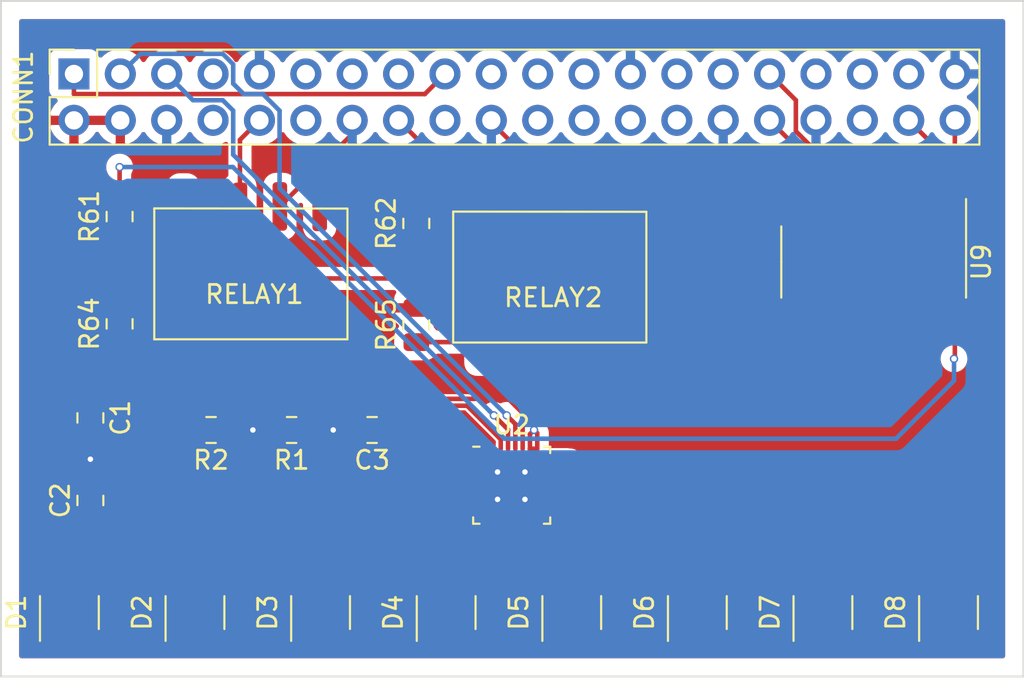
<source format=kicad_pcb>
(kicad_pcb (version 20171130) (host pcbnew "(5.1.5-0-10_14)")

  (general
    (thickness 1.6)
    (drawings 4)
    (tracks 290)
    (zones 0)
    (modules 22)
    (nets 43)
  )

  (page A4)
  (layers
    (0 F.Cu signal)
    (31 B.Cu signal hide)
    (32 B.Adhes user hide)
    (33 F.Adhes user hide)
    (34 B.Paste user hide)
    (35 F.Paste user)
    (36 B.SilkS user hide)
    (37 F.SilkS user)
    (38 B.Mask user hide)
    (39 F.Mask user)
    (40 Dwgs.User user hide)
    (41 Cmts.User user hide)
    (42 Eco1.User user hide)
    (43 Eco2.User user hide)
    (44 Edge.Cuts user)
    (45 Margin user hide)
    (46 B.CrtYd user hide)
    (47 F.CrtYd user)
    (48 B.Fab user hide)
    (49 F.Fab user)
  )

  (setup
    (last_trace_width 0.254)
    (trace_clearance 0.127)
    (zone_clearance 0.508)
    (zone_45_only no)
    (trace_min 0.127)
    (via_size 0.4572)
    (via_drill 0.254)
    (via_min_size 0.4572)
    (via_min_drill 0.254)
    (uvia_size 0.254)
    (uvia_drill 0.1016)
    (uvias_allowed no)
    (uvia_min_size 0.2)
    (uvia_min_drill 0.1)
    (edge_width 0.1)
    (segment_width 0.1)
    (pcb_text_width 0.2)
    (pcb_text_size 1 1)
    (mod_edge_width 0.15)
    (mod_text_size 1 1)
    (mod_text_width 0.15)
    (pad_size 1.524 1.524)
    (pad_drill 0.762)
    (pad_to_mask_clearance 0)
    (aux_axis_origin 0 0)
    (visible_elements FFFFFF7F)
    (pcbplotparams
      (layerselection 0x010fc_ffffffff)
      (usegerberextensions false)
      (usegerberattributes false)
      (usegerberadvancedattributes false)
      (creategerberjobfile false)
      (excludeedgelayer true)
      (linewidth 0.100000)
      (plotframeref false)
      (viasonmask false)
      (mode 1)
      (useauxorigin false)
      (hpglpennumber 1)
      (hpglpenspeed 20)
      (hpglpendiameter 15.000000)
      (psnegative false)
      (psa4output false)
      (plotreference true)
      (plotvalue true)
      (plotinvisibletext false)
      (padsonsilk false)
      (subtractmaskfromsilk false)
      (outputformat 1)
      (mirror false)
      (drillshape 1)
      (scaleselection 1)
      (outputdirectory ""))
  )

  (net 0 "")
  (net 1 "/GPIO21(SPI1_SCK)")
  (net 2 GND)
  (net 3 "/GPIO20(SPI1_MOSI)")
  (net 4 "/GPIO12(PWM0)")
  (net 5 /GPIO6)
  (net 6 /PWR_3.3V)
  (net 7 "/GPIO23(GEN4)")
  (net 8 "/GPIO15(RXD0)")
  (net 9 "/GPIO3(SCL1)")
  (net 10 /PWR_5V)
  (net 11 "/GPIO2(SDA1)")
  (net 12 "Net-(R61-Pad2)")
  (net 13 "Net-(R62-Pad2)")
  (net 14 "Net-(R64-Pad1)")
  (net 15 "Net-(R65-Pad1)")
  (net 16 "Net-(C3-Pad1)")
  (net 17 "Net-(D1-Pad4)")
  (net 18 "Net-(D2-Pad4)")
  (net 19 "Net-(D3-Pad4)")
  (net 20 "Net-(D4-Pad4)")
  (net 21 "Net-(D5-Pad4)")
  (net 22 "Net-(D6-Pad4)")
  (net 23 "Net-(D7-Pad4)")
  (net 24 "Net-(D8-Pad4)")
  (net 25 "Net-(R1-Pad1)")
  (net 26 "Net-(R2-Pad1)")
  (net 27 "Net-(D1-Pad5)")
  (net 28 "Net-(D1-Pad6)")
  (net 29 "Net-(D2-Pad5)")
  (net 30 "Net-(D2-Pad6)")
  (net 31 "Net-(D3-Pad5)")
  (net 32 "Net-(D3-Pad6)")
  (net 33 "Net-(D4-Pad5)")
  (net 34 "Net-(D4-Pad6)")
  (net 35 "Net-(D5-Pad5)")
  (net 36 "Net-(D5-Pad6)")
  (net 37 "Net-(D6-Pad5)")
  (net 38 "Net-(D6-Pad6)")
  (net 39 "Net-(D7-Pad5)")
  (net 40 "Net-(D7-Pad6)")
  (net 41 "Net-(D8-Pad5)")
  (net 42 "Net-(D8-Pad6)")

  (net_class Default "This is the default net class."
    (clearance 0.127)
    (trace_width 0.254)
    (via_dia 0.4572)
    (via_drill 0.254)
    (uvia_dia 0.254)
    (uvia_drill 0.1016)
    (add_net "/GPIO12(PWM0)")
    (add_net "/GPIO15(RXD0)")
    (add_net "/GPIO2(SDA1)")
    (add_net "/GPIO20(SPI1_MOSI)")
    (add_net "/GPIO21(SPI1_SCK)")
    (add_net "/GPIO23(GEN4)")
    (add_net "/GPIO3(SCL1)")
    (add_net /GPIO6)
    (add_net /PWR_3.3V)
    (add_net /PWR_5V)
    (add_net GND)
    (add_net "Net-(C3-Pad1)")
    (add_net "Net-(D1-Pad4)")
    (add_net "Net-(D1-Pad5)")
    (add_net "Net-(D1-Pad6)")
    (add_net "Net-(D2-Pad4)")
    (add_net "Net-(D2-Pad5)")
    (add_net "Net-(D2-Pad6)")
    (add_net "Net-(D3-Pad4)")
    (add_net "Net-(D3-Pad5)")
    (add_net "Net-(D3-Pad6)")
    (add_net "Net-(D4-Pad4)")
    (add_net "Net-(D4-Pad5)")
    (add_net "Net-(D4-Pad6)")
    (add_net "Net-(D5-Pad4)")
    (add_net "Net-(D5-Pad5)")
    (add_net "Net-(D5-Pad6)")
    (add_net "Net-(D6-Pad4)")
    (add_net "Net-(D6-Pad5)")
    (add_net "Net-(D6-Pad6)")
    (add_net "Net-(D7-Pad4)")
    (add_net "Net-(D7-Pad5)")
    (add_net "Net-(D7-Pad6)")
    (add_net "Net-(D8-Pad4)")
    (add_net "Net-(D8-Pad5)")
    (add_net "Net-(D8-Pad6)")
    (add_net "Net-(R1-Pad1)")
    (add_net "Net-(R2-Pad1)")
    (add_net "Net-(R61-Pad2)")
    (add_net "Net-(R62-Pad2)")
    (add_net "Net-(R64-Pad1)")
    (add_net "Net-(R65-Pad1)")
    (add_net "Net-(RELAY1-Pad3)")
    (add_net "Net-(RELAY2-Pad3)")
    (add_net "Net-(U9-Pad13)")
    (add_net "Net-(U9-Pad14)")
    (add_net "Net-(U9-Pad3)")
    (add_net "Net-(U9-Pad4)")
  )

  (net_class Power ""
    (clearance 0.127)
    (trace_width 0.254)
    (via_dia 0.4572)
    (via_drill 0.254)
    (uvia_dia 0.254)
    (uvia_drill 0.1016)
  )

  (module Package_TO_SOT_SMD:SOT-23-6 (layer F.Cu) (tedit 5A02FF57) (tstamp 5F7BB2DD)
    (at 153.9 78.5 90)
    (descr "6-pin SOT-23 package")
    (tags SOT-23-6)
    (path /5FD350D9)
    (attr smd)
    (fp_text reference D8 (at 0 -2.9 90) (layer F.SilkS)
      (effects (font (size 1 1) (thickness 0.15)))
    )
    (fp_text value LTRB-RASF (at 0 2.9 90) (layer F.Fab)
      (effects (font (size 1 1) (thickness 0.15)))
    )
    (fp_line (start 0.9 -1.55) (end 0.9 1.55) (layer F.Fab) (width 0.1))
    (fp_line (start 0.9 1.55) (end -0.9 1.55) (layer F.Fab) (width 0.1))
    (fp_line (start -0.9 -0.9) (end -0.9 1.55) (layer F.Fab) (width 0.1))
    (fp_line (start 0.9 -1.55) (end -0.25 -1.55) (layer F.Fab) (width 0.1))
    (fp_line (start -0.9 -0.9) (end -0.25 -1.55) (layer F.Fab) (width 0.1))
    (fp_line (start -1.9 -1.8) (end -1.9 1.8) (layer F.CrtYd) (width 0.05))
    (fp_line (start -1.9 1.8) (end 1.9 1.8) (layer F.CrtYd) (width 0.05))
    (fp_line (start 1.9 1.8) (end 1.9 -1.8) (layer F.CrtYd) (width 0.05))
    (fp_line (start 1.9 -1.8) (end -1.9 -1.8) (layer F.CrtYd) (width 0.05))
    (fp_line (start 0.9 -1.61) (end -1.55 -1.61) (layer F.SilkS) (width 0.12))
    (fp_line (start -0.9 1.61) (end 0.9 1.61) (layer F.SilkS) (width 0.12))
    (fp_text user %R (at 0 0) (layer F.Fab)
      (effects (font (size 0.5 0.5) (thickness 0.075)))
    )
    (pad 5 smd rect (at 1.1 0 90) (size 1.06 0.65) (layers F.Cu F.Paste F.Mask)
      (net 41 "Net-(D8-Pad5)"))
    (pad 6 smd rect (at 1.1 -0.95 90) (size 1.06 0.65) (layers F.Cu F.Paste F.Mask)
      (net 42 "Net-(D8-Pad6)"))
    (pad 4 smd rect (at 1.1 0.95 90) (size 1.06 0.65) (layers F.Cu F.Paste F.Mask)
      (net 24 "Net-(D8-Pad4)"))
    (pad 3 smd rect (at -1.1 0.95 90) (size 1.06 0.65) (layers F.Cu F.Paste F.Mask)
      (net 10 /PWR_5V))
    (pad 2 smd rect (at -1.1 0 90) (size 1.06 0.65) (layers F.Cu F.Paste F.Mask)
      (net 10 /PWR_5V))
    (pad 1 smd rect (at -1.1 -0.95 90) (size 1.06 0.65) (layers F.Cu F.Paste F.Mask)
      (net 10 /PWR_5V))
    (model ${KISYS3DMOD}/Package_TO_SOT_SMD.3dshapes/SOT-23-6.wrl
      (at (xyz 0 0 0))
      (scale (xyz 1 1 1))
      (rotate (xyz 0 0 0))
    )
  )

  (module Package_TO_SOT_SMD:SOT-23-6 (layer F.Cu) (tedit 5A02FF57) (tstamp 5F7BB2C7)
    (at 147.021426 78.5 90)
    (descr "6-pin SOT-23 package")
    (tags SOT-23-6)
    (path /5FD350D3)
    (attr smd)
    (fp_text reference D7 (at 0 -2.9 90) (layer F.SilkS)
      (effects (font (size 1 1) (thickness 0.15)))
    )
    (fp_text value LTRB-RASF (at 0 2.9 90) (layer F.Fab)
      (effects (font (size 1 1) (thickness 0.15)))
    )
    (fp_line (start 0.9 -1.55) (end 0.9 1.55) (layer F.Fab) (width 0.1))
    (fp_line (start 0.9 1.55) (end -0.9 1.55) (layer F.Fab) (width 0.1))
    (fp_line (start -0.9 -0.9) (end -0.9 1.55) (layer F.Fab) (width 0.1))
    (fp_line (start 0.9 -1.55) (end -0.25 -1.55) (layer F.Fab) (width 0.1))
    (fp_line (start -0.9 -0.9) (end -0.25 -1.55) (layer F.Fab) (width 0.1))
    (fp_line (start -1.9 -1.8) (end -1.9 1.8) (layer F.CrtYd) (width 0.05))
    (fp_line (start -1.9 1.8) (end 1.9 1.8) (layer F.CrtYd) (width 0.05))
    (fp_line (start 1.9 1.8) (end 1.9 -1.8) (layer F.CrtYd) (width 0.05))
    (fp_line (start 1.9 -1.8) (end -1.9 -1.8) (layer F.CrtYd) (width 0.05))
    (fp_line (start 0.9 -1.61) (end -1.55 -1.61) (layer F.SilkS) (width 0.12))
    (fp_line (start -0.9 1.61) (end 0.9 1.61) (layer F.SilkS) (width 0.12))
    (fp_text user %R (at 0 0) (layer F.Fab)
      (effects (font (size 0.5 0.5) (thickness 0.075)))
    )
    (pad 5 smd rect (at 1.1 0 90) (size 1.06 0.65) (layers F.Cu F.Paste F.Mask)
      (net 39 "Net-(D7-Pad5)"))
    (pad 6 smd rect (at 1.1 -0.95 90) (size 1.06 0.65) (layers F.Cu F.Paste F.Mask)
      (net 40 "Net-(D7-Pad6)"))
    (pad 4 smd rect (at 1.1 0.95 90) (size 1.06 0.65) (layers F.Cu F.Paste F.Mask)
      (net 23 "Net-(D7-Pad4)"))
    (pad 3 smd rect (at -1.1 0.95 90) (size 1.06 0.65) (layers F.Cu F.Paste F.Mask)
      (net 10 /PWR_5V))
    (pad 2 smd rect (at -1.1 0 90) (size 1.06 0.65) (layers F.Cu F.Paste F.Mask)
      (net 10 /PWR_5V))
    (pad 1 smd rect (at -1.1 -0.95 90) (size 1.06 0.65) (layers F.Cu F.Paste F.Mask)
      (net 10 /PWR_5V))
    (model ${KISYS3DMOD}/Package_TO_SOT_SMD.3dshapes/SOT-23-6.wrl
      (at (xyz 0 0 0))
      (scale (xyz 1 1 1))
      (rotate (xyz 0 0 0))
    )
  )

  (module Package_TO_SOT_SMD:SOT-23-6 (layer F.Cu) (tedit 5A02FF57) (tstamp 5F7BB2B1)
    (at 140.142855 78.5 90)
    (descr "6-pin SOT-23 package")
    (tags SOT-23-6)
    (path /5FD350CD)
    (attr smd)
    (fp_text reference D6 (at 0 -2.9 90) (layer F.SilkS)
      (effects (font (size 1 1) (thickness 0.15)))
    )
    (fp_text value LTRB-RASF (at 0 2.9 90) (layer F.Fab)
      (effects (font (size 1 1) (thickness 0.15)))
    )
    (fp_line (start 0.9 -1.55) (end 0.9 1.55) (layer F.Fab) (width 0.1))
    (fp_line (start 0.9 1.55) (end -0.9 1.55) (layer F.Fab) (width 0.1))
    (fp_line (start -0.9 -0.9) (end -0.9 1.55) (layer F.Fab) (width 0.1))
    (fp_line (start 0.9 -1.55) (end -0.25 -1.55) (layer F.Fab) (width 0.1))
    (fp_line (start -0.9 -0.9) (end -0.25 -1.55) (layer F.Fab) (width 0.1))
    (fp_line (start -1.9 -1.8) (end -1.9 1.8) (layer F.CrtYd) (width 0.05))
    (fp_line (start -1.9 1.8) (end 1.9 1.8) (layer F.CrtYd) (width 0.05))
    (fp_line (start 1.9 1.8) (end 1.9 -1.8) (layer F.CrtYd) (width 0.05))
    (fp_line (start 1.9 -1.8) (end -1.9 -1.8) (layer F.CrtYd) (width 0.05))
    (fp_line (start 0.9 -1.61) (end -1.55 -1.61) (layer F.SilkS) (width 0.12))
    (fp_line (start -0.9 1.61) (end 0.9 1.61) (layer F.SilkS) (width 0.12))
    (fp_text user %R (at 0 0) (layer F.Fab)
      (effects (font (size 0.5 0.5) (thickness 0.075)))
    )
    (pad 5 smd rect (at 1.1 0 90) (size 1.06 0.65) (layers F.Cu F.Paste F.Mask)
      (net 37 "Net-(D6-Pad5)"))
    (pad 6 smd rect (at 1.1 -0.95 90) (size 1.06 0.65) (layers F.Cu F.Paste F.Mask)
      (net 38 "Net-(D6-Pad6)"))
    (pad 4 smd rect (at 1.1 0.95 90) (size 1.06 0.65) (layers F.Cu F.Paste F.Mask)
      (net 22 "Net-(D6-Pad4)"))
    (pad 3 smd rect (at -1.1 0.95 90) (size 1.06 0.65) (layers F.Cu F.Paste F.Mask)
      (net 10 /PWR_5V))
    (pad 2 smd rect (at -1.1 0 90) (size 1.06 0.65) (layers F.Cu F.Paste F.Mask)
      (net 10 /PWR_5V))
    (pad 1 smd rect (at -1.1 -0.95 90) (size 1.06 0.65) (layers F.Cu F.Paste F.Mask)
      (net 10 /PWR_5V))
    (model ${KISYS3DMOD}/Package_TO_SOT_SMD.3dshapes/SOT-23-6.wrl
      (at (xyz 0 0 0))
      (scale (xyz 1 1 1))
      (rotate (xyz 0 0 0))
    )
  )

  (module Package_TO_SOT_SMD:SOT-23-6 (layer F.Cu) (tedit 5A02FF57) (tstamp 5F7BB29B)
    (at 133.264284 78.5 90)
    (descr "6-pin SOT-23 package")
    (tags SOT-23-6)
    (path /5FD350C7)
    (attr smd)
    (fp_text reference D5 (at 0 -2.9 90) (layer F.SilkS)
      (effects (font (size 1 1) (thickness 0.15)))
    )
    (fp_text value LTRB-RASF (at 0 2.9 90) (layer F.Fab)
      (effects (font (size 1 1) (thickness 0.15)))
    )
    (fp_line (start 0.9 -1.55) (end 0.9 1.55) (layer F.Fab) (width 0.1))
    (fp_line (start 0.9 1.55) (end -0.9 1.55) (layer F.Fab) (width 0.1))
    (fp_line (start -0.9 -0.9) (end -0.9 1.55) (layer F.Fab) (width 0.1))
    (fp_line (start 0.9 -1.55) (end -0.25 -1.55) (layer F.Fab) (width 0.1))
    (fp_line (start -0.9 -0.9) (end -0.25 -1.55) (layer F.Fab) (width 0.1))
    (fp_line (start -1.9 -1.8) (end -1.9 1.8) (layer F.CrtYd) (width 0.05))
    (fp_line (start -1.9 1.8) (end 1.9 1.8) (layer F.CrtYd) (width 0.05))
    (fp_line (start 1.9 1.8) (end 1.9 -1.8) (layer F.CrtYd) (width 0.05))
    (fp_line (start 1.9 -1.8) (end -1.9 -1.8) (layer F.CrtYd) (width 0.05))
    (fp_line (start 0.9 -1.61) (end -1.55 -1.61) (layer F.SilkS) (width 0.12))
    (fp_line (start -0.9 1.61) (end 0.9 1.61) (layer F.SilkS) (width 0.12))
    (fp_text user %R (at 0 0) (layer F.Fab)
      (effects (font (size 0.5 0.5) (thickness 0.075)))
    )
    (pad 5 smd rect (at 1.1 0 90) (size 1.06 0.65) (layers F.Cu F.Paste F.Mask)
      (net 35 "Net-(D5-Pad5)"))
    (pad 6 smd rect (at 1.1 -0.95 90) (size 1.06 0.65) (layers F.Cu F.Paste F.Mask)
      (net 36 "Net-(D5-Pad6)"))
    (pad 4 smd rect (at 1.1 0.95 90) (size 1.06 0.65) (layers F.Cu F.Paste F.Mask)
      (net 21 "Net-(D5-Pad4)"))
    (pad 3 smd rect (at -1.1 0.95 90) (size 1.06 0.65) (layers F.Cu F.Paste F.Mask)
      (net 10 /PWR_5V))
    (pad 2 smd rect (at -1.1 0 90) (size 1.06 0.65) (layers F.Cu F.Paste F.Mask)
      (net 10 /PWR_5V))
    (pad 1 smd rect (at -1.1 -0.95 90) (size 1.06 0.65) (layers F.Cu F.Paste F.Mask)
      (net 10 /PWR_5V))
    (model ${KISYS3DMOD}/Package_TO_SOT_SMD.3dshapes/SOT-23-6.wrl
      (at (xyz 0 0 0))
      (scale (xyz 1 1 1))
      (rotate (xyz 0 0 0))
    )
  )

  (module Package_TO_SOT_SMD:SOT-23-6 (layer F.Cu) (tedit 5A02FF57) (tstamp 5F7BB285)
    (at 126.385713 78.5 90)
    (descr "6-pin SOT-23 package")
    (tags SOT-23-6)
    (path /5FD2C200)
    (attr smd)
    (fp_text reference D4 (at 0 -2.9 90) (layer F.SilkS)
      (effects (font (size 1 1) (thickness 0.15)))
    )
    (fp_text value LTRB-RASF (at 0 2.9 90) (layer F.Fab)
      (effects (font (size 1 1) (thickness 0.15)))
    )
    (fp_line (start 0.9 -1.55) (end 0.9 1.55) (layer F.Fab) (width 0.1))
    (fp_line (start 0.9 1.55) (end -0.9 1.55) (layer F.Fab) (width 0.1))
    (fp_line (start -0.9 -0.9) (end -0.9 1.55) (layer F.Fab) (width 0.1))
    (fp_line (start 0.9 -1.55) (end -0.25 -1.55) (layer F.Fab) (width 0.1))
    (fp_line (start -0.9 -0.9) (end -0.25 -1.55) (layer F.Fab) (width 0.1))
    (fp_line (start -1.9 -1.8) (end -1.9 1.8) (layer F.CrtYd) (width 0.05))
    (fp_line (start -1.9 1.8) (end 1.9 1.8) (layer F.CrtYd) (width 0.05))
    (fp_line (start 1.9 1.8) (end 1.9 -1.8) (layer F.CrtYd) (width 0.05))
    (fp_line (start 1.9 -1.8) (end -1.9 -1.8) (layer F.CrtYd) (width 0.05))
    (fp_line (start 0.9 -1.61) (end -1.55 -1.61) (layer F.SilkS) (width 0.12))
    (fp_line (start -0.9 1.61) (end 0.9 1.61) (layer F.SilkS) (width 0.12))
    (fp_text user %R (at 0 0) (layer F.Fab)
      (effects (font (size 0.5 0.5) (thickness 0.075)))
    )
    (pad 5 smd rect (at 1.1 0 90) (size 1.06 0.65) (layers F.Cu F.Paste F.Mask)
      (net 33 "Net-(D4-Pad5)"))
    (pad 6 smd rect (at 1.1 -0.95 90) (size 1.06 0.65) (layers F.Cu F.Paste F.Mask)
      (net 34 "Net-(D4-Pad6)"))
    (pad 4 smd rect (at 1.1 0.95 90) (size 1.06 0.65) (layers F.Cu F.Paste F.Mask)
      (net 20 "Net-(D4-Pad4)"))
    (pad 3 smd rect (at -1.1 0.95 90) (size 1.06 0.65) (layers F.Cu F.Paste F.Mask)
      (net 10 /PWR_5V))
    (pad 2 smd rect (at -1.1 0 90) (size 1.06 0.65) (layers F.Cu F.Paste F.Mask)
      (net 10 /PWR_5V))
    (pad 1 smd rect (at -1.1 -0.95 90) (size 1.06 0.65) (layers F.Cu F.Paste F.Mask)
      (net 10 /PWR_5V))
    (model ${KISYS3DMOD}/Package_TO_SOT_SMD.3dshapes/SOT-23-6.wrl
      (at (xyz 0 0 0))
      (scale (xyz 1 1 1))
      (rotate (xyz 0 0 0))
    )
  )

  (module Package_TO_SOT_SMD:SOT-23-6 (layer F.Cu) (tedit 5A02FF57) (tstamp 5F7BB26F)
    (at 119.507142 78.5 90)
    (descr "6-pin SOT-23 package")
    (tags SOT-23-6)
    (path /5FD26024)
    (attr smd)
    (fp_text reference D3 (at 0 -2.9 90) (layer F.SilkS)
      (effects (font (size 1 1) (thickness 0.15)))
    )
    (fp_text value LTRB-RASF (at 0 2.9 90) (layer F.Fab)
      (effects (font (size 1 1) (thickness 0.15)))
    )
    (fp_line (start 0.9 -1.55) (end 0.9 1.55) (layer F.Fab) (width 0.1))
    (fp_line (start 0.9 1.55) (end -0.9 1.55) (layer F.Fab) (width 0.1))
    (fp_line (start -0.9 -0.9) (end -0.9 1.55) (layer F.Fab) (width 0.1))
    (fp_line (start 0.9 -1.55) (end -0.25 -1.55) (layer F.Fab) (width 0.1))
    (fp_line (start -0.9 -0.9) (end -0.25 -1.55) (layer F.Fab) (width 0.1))
    (fp_line (start -1.9 -1.8) (end -1.9 1.8) (layer F.CrtYd) (width 0.05))
    (fp_line (start -1.9 1.8) (end 1.9 1.8) (layer F.CrtYd) (width 0.05))
    (fp_line (start 1.9 1.8) (end 1.9 -1.8) (layer F.CrtYd) (width 0.05))
    (fp_line (start 1.9 -1.8) (end -1.9 -1.8) (layer F.CrtYd) (width 0.05))
    (fp_line (start 0.9 -1.61) (end -1.55 -1.61) (layer F.SilkS) (width 0.12))
    (fp_line (start -0.9 1.61) (end 0.9 1.61) (layer F.SilkS) (width 0.12))
    (fp_text user %R (at 0 0) (layer F.Fab)
      (effects (font (size 0.5 0.5) (thickness 0.075)))
    )
    (pad 5 smd rect (at 1.1 0 90) (size 1.06 0.65) (layers F.Cu F.Paste F.Mask)
      (net 31 "Net-(D3-Pad5)"))
    (pad 6 smd rect (at 1.1 -0.95 90) (size 1.06 0.65) (layers F.Cu F.Paste F.Mask)
      (net 32 "Net-(D3-Pad6)"))
    (pad 4 smd rect (at 1.1 0.95 90) (size 1.06 0.65) (layers F.Cu F.Paste F.Mask)
      (net 19 "Net-(D3-Pad4)"))
    (pad 3 smd rect (at -1.1 0.95 90) (size 1.06 0.65) (layers F.Cu F.Paste F.Mask)
      (net 10 /PWR_5V))
    (pad 2 smd rect (at -1.1 0 90) (size 1.06 0.65) (layers F.Cu F.Paste F.Mask)
      (net 10 /PWR_5V))
    (pad 1 smd rect (at -1.1 -0.95 90) (size 1.06 0.65) (layers F.Cu F.Paste F.Mask)
      (net 10 /PWR_5V))
    (model ${KISYS3DMOD}/Package_TO_SOT_SMD.3dshapes/SOT-23-6.wrl
      (at (xyz 0 0 0))
      (scale (xyz 1 1 1))
      (rotate (xyz 0 0 0))
    )
  )

  (module Package_TO_SOT_SMD:SOT-23-6 (layer F.Cu) (tedit 5A02FF57) (tstamp 5F7BB259)
    (at 112.628571 78.5 90)
    (descr "6-pin SOT-23 package")
    (tags SOT-23-6)
    (path /5FD20CC9)
    (attr smd)
    (fp_text reference D2 (at 0 -2.9 90) (layer F.SilkS)
      (effects (font (size 1 1) (thickness 0.15)))
    )
    (fp_text value LTRB-RASF (at 0 2.9 90) (layer F.Fab)
      (effects (font (size 1 1) (thickness 0.15)))
    )
    (fp_line (start 0.9 -1.55) (end 0.9 1.55) (layer F.Fab) (width 0.1))
    (fp_line (start 0.9 1.55) (end -0.9 1.55) (layer F.Fab) (width 0.1))
    (fp_line (start -0.9 -0.9) (end -0.9 1.55) (layer F.Fab) (width 0.1))
    (fp_line (start 0.9 -1.55) (end -0.25 -1.55) (layer F.Fab) (width 0.1))
    (fp_line (start -0.9 -0.9) (end -0.25 -1.55) (layer F.Fab) (width 0.1))
    (fp_line (start -1.9 -1.8) (end -1.9 1.8) (layer F.CrtYd) (width 0.05))
    (fp_line (start -1.9 1.8) (end 1.9 1.8) (layer F.CrtYd) (width 0.05))
    (fp_line (start 1.9 1.8) (end 1.9 -1.8) (layer F.CrtYd) (width 0.05))
    (fp_line (start 1.9 -1.8) (end -1.9 -1.8) (layer F.CrtYd) (width 0.05))
    (fp_line (start 0.9 -1.61) (end -1.55 -1.61) (layer F.SilkS) (width 0.12))
    (fp_line (start -0.9 1.61) (end 0.9 1.61) (layer F.SilkS) (width 0.12))
    (fp_text user %R (at 0 0) (layer F.Fab)
      (effects (font (size 0.5 0.5) (thickness 0.075)))
    )
    (pad 5 smd rect (at 1.1 0 90) (size 1.06 0.65) (layers F.Cu F.Paste F.Mask)
      (net 29 "Net-(D2-Pad5)"))
    (pad 6 smd rect (at 1.1 -0.95 90) (size 1.06 0.65) (layers F.Cu F.Paste F.Mask)
      (net 30 "Net-(D2-Pad6)"))
    (pad 4 smd rect (at 1.1 0.95 90) (size 1.06 0.65) (layers F.Cu F.Paste F.Mask)
      (net 18 "Net-(D2-Pad4)"))
    (pad 3 smd rect (at -1.1 0.95 90) (size 1.06 0.65) (layers F.Cu F.Paste F.Mask)
      (net 10 /PWR_5V))
    (pad 2 smd rect (at -1.1 0 90) (size 1.06 0.65) (layers F.Cu F.Paste F.Mask)
      (net 10 /PWR_5V))
    (pad 1 smd rect (at -1.1 -0.95 90) (size 1.06 0.65) (layers F.Cu F.Paste F.Mask)
      (net 10 /PWR_5V))
    (model ${KISYS3DMOD}/Package_TO_SOT_SMD.3dshapes/SOT-23-6.wrl
      (at (xyz 0 0 0))
      (scale (xyz 1 1 1))
      (rotate (xyz 0 0 0))
    )
  )

  (module Package_TO_SOT_SMD:SOT-23-6 (layer F.Cu) (tedit 5A02FF57) (tstamp 5F7BB243)
    (at 105.75 78.5 90)
    (descr "6-pin SOT-23 package")
    (tags SOT-23-6)
    (path /5FD03F51)
    (attr smd)
    (fp_text reference D1 (at 0 -2.9 90) (layer F.SilkS)
      (effects (font (size 1 1) (thickness 0.15)))
    )
    (fp_text value LTRB-RASF (at 0 2.9 90) (layer F.Fab)
      (effects (font (size 1 1) (thickness 0.15)))
    )
    (fp_line (start 0.9 -1.55) (end 0.9 1.55) (layer F.Fab) (width 0.1))
    (fp_line (start 0.9 1.55) (end -0.9 1.55) (layer F.Fab) (width 0.1))
    (fp_line (start -0.9 -0.9) (end -0.9 1.55) (layer F.Fab) (width 0.1))
    (fp_line (start 0.9 -1.55) (end -0.25 -1.55) (layer F.Fab) (width 0.1))
    (fp_line (start -0.9 -0.9) (end -0.25 -1.55) (layer F.Fab) (width 0.1))
    (fp_line (start -1.9 -1.8) (end -1.9 1.8) (layer F.CrtYd) (width 0.05))
    (fp_line (start -1.9 1.8) (end 1.9 1.8) (layer F.CrtYd) (width 0.05))
    (fp_line (start 1.9 1.8) (end 1.9 -1.8) (layer F.CrtYd) (width 0.05))
    (fp_line (start 1.9 -1.8) (end -1.9 -1.8) (layer F.CrtYd) (width 0.05))
    (fp_line (start 0.9 -1.61) (end -1.55 -1.61) (layer F.SilkS) (width 0.12))
    (fp_line (start -0.9 1.61) (end 0.9 1.61) (layer F.SilkS) (width 0.12))
    (fp_text user %R (at 0 0) (layer F.Fab)
      (effects (font (size 0.5 0.5) (thickness 0.075)))
    )
    (pad 5 smd rect (at 1.1 0 90) (size 1.06 0.65) (layers F.Cu F.Paste F.Mask)
      (net 27 "Net-(D1-Pad5)"))
    (pad 6 smd rect (at 1.1 -0.95 90) (size 1.06 0.65) (layers F.Cu F.Paste F.Mask)
      (net 28 "Net-(D1-Pad6)"))
    (pad 4 smd rect (at 1.1 0.95 90) (size 1.06 0.65) (layers F.Cu F.Paste F.Mask)
      (net 17 "Net-(D1-Pad4)"))
    (pad 3 smd rect (at -1.1 0.95 90) (size 1.06 0.65) (layers F.Cu F.Paste F.Mask)
      (net 10 /PWR_5V))
    (pad 2 smd rect (at -1.1 0 90) (size 1.06 0.65) (layers F.Cu F.Paste F.Mask)
      (net 10 /PWR_5V))
    (pad 1 smd rect (at -1.1 -0.95 90) (size 1.06 0.65) (layers F.Cu F.Paste F.Mask)
      (net 10 /PWR_5V))
    (model ${KISYS3DMOD}/Package_TO_SOT_SMD.3dshapes/SOT-23-6.wrl
      (at (xyz 0 0 0))
      (scale (xyz 1 1 1))
      (rotate (xyz 0 0 0))
    )
  )

  (module Resistor_SMD:R_0805_2012Metric (layer F.Cu) (tedit 5B36C52B) (tstamp 5F7A93F9)
    (at 113.51 68.5 180)
    (descr "Resistor SMD 0805 (2012 Metric), square (rectangular) end terminal, IPC_7351 nominal, (Body size source: https://docs.google.com/spreadsheets/d/1BsfQQcO9C6DZCsRaXUlFlo91Tg2WpOkGARC1WS5S8t0/edit?usp=sharing), generated with kicad-footprint-generator")
    (tags resistor)
    (path /5F8DCF44)
    (attr smd)
    (fp_text reference R2 (at 0 -1.65) (layer F.SilkS)
      (effects (font (size 1 1) (thickness 0.15)))
    )
    (fp_text value 4.8k (at 0 1.65) (layer F.Fab)
      (effects (font (size 1 1) (thickness 0.15)))
    )
    (fp_text user %R (at 0 0) (layer F.Fab)
      (effects (font (size 0.5 0.5) (thickness 0.08)))
    )
    (fp_line (start 1.68 0.95) (end -1.68 0.95) (layer F.CrtYd) (width 0.05))
    (fp_line (start 1.68 -0.95) (end 1.68 0.95) (layer F.CrtYd) (width 0.05))
    (fp_line (start -1.68 -0.95) (end 1.68 -0.95) (layer F.CrtYd) (width 0.05))
    (fp_line (start -1.68 0.95) (end -1.68 -0.95) (layer F.CrtYd) (width 0.05))
    (fp_line (start -0.258578 0.71) (end 0.258578 0.71) (layer F.SilkS) (width 0.12))
    (fp_line (start -0.258578 -0.71) (end 0.258578 -0.71) (layer F.SilkS) (width 0.12))
    (fp_line (start 1 0.6) (end -1 0.6) (layer F.Fab) (width 0.1))
    (fp_line (start 1 -0.6) (end 1 0.6) (layer F.Fab) (width 0.1))
    (fp_line (start -1 -0.6) (end 1 -0.6) (layer F.Fab) (width 0.1))
    (fp_line (start -1 0.6) (end -1 -0.6) (layer F.Fab) (width 0.1))
    (pad 2 smd roundrect (at 0.9375 0 180) (size 0.975 1.4) (layers F.Cu F.Paste F.Mask) (roundrect_rratio 0.25)
      (net 10 /PWR_5V))
    (pad 1 smd roundrect (at -0.9375 0 180) (size 0.975 1.4) (layers F.Cu F.Paste F.Mask) (roundrect_rratio 0.25)
      (net 26 "Net-(R2-Pad1)"))
    (model ${KISYS3DMOD}/Resistor_SMD.3dshapes/R_0805_2012Metric.wrl
      (at (xyz 0 0 0))
      (scale (xyz 1 1 1))
      (rotate (xyz 0 0 0))
    )
  )

  (module Resistor_SMD:R_0805_2012Metric (layer F.Cu) (tedit 5B36C52B) (tstamp 5F7A93E8)
    (at 117.92 68.5 180)
    (descr "Resistor SMD 0805 (2012 Metric), square (rectangular) end terminal, IPC_7351 nominal, (Body size source: https://docs.google.com/spreadsheets/d/1BsfQQcO9C6DZCsRaXUlFlo91Tg2WpOkGARC1WS5S8t0/edit?usp=sharing), generated with kicad-footprint-generator")
    (tags resistor)
    (path /5F8B7F6D)
    (attr smd)
    (fp_text reference R1 (at 0 -1.65) (layer F.SilkS)
      (effects (font (size 1 1) (thickness 0.15)))
    )
    (fp_text value 7.3k (at 0 1.65) (layer F.Fab)
      (effects (font (size 1 1) (thickness 0.15)))
    )
    (fp_text user %R (at 0 0) (layer F.Fab)
      (effects (font (size 0.5 0.5) (thickness 0.08)))
    )
    (fp_line (start 1.68 0.95) (end -1.68 0.95) (layer F.CrtYd) (width 0.05))
    (fp_line (start 1.68 -0.95) (end 1.68 0.95) (layer F.CrtYd) (width 0.05))
    (fp_line (start -1.68 -0.95) (end 1.68 -0.95) (layer F.CrtYd) (width 0.05))
    (fp_line (start -1.68 0.95) (end -1.68 -0.95) (layer F.CrtYd) (width 0.05))
    (fp_line (start -0.258578 0.71) (end 0.258578 0.71) (layer F.SilkS) (width 0.12))
    (fp_line (start -0.258578 -0.71) (end 0.258578 -0.71) (layer F.SilkS) (width 0.12))
    (fp_line (start 1 0.6) (end -1 0.6) (layer F.Fab) (width 0.1))
    (fp_line (start 1 -0.6) (end 1 0.6) (layer F.Fab) (width 0.1))
    (fp_line (start -1 -0.6) (end 1 -0.6) (layer F.Fab) (width 0.1))
    (fp_line (start -1 0.6) (end -1 -0.6) (layer F.Fab) (width 0.1))
    (pad 2 smd roundrect (at 0.9375 0 180) (size 0.975 1.4) (layers F.Cu F.Paste F.Mask) (roundrect_rratio 0.25)
      (net 2 GND))
    (pad 1 smd roundrect (at -0.9375 0 180) (size 0.975 1.4) (layers F.Cu F.Paste F.Mask) (roundrect_rratio 0.25)
      (net 25 "Net-(R1-Pad1)"))
    (model ${KISYS3DMOD}/Resistor_SMD.3dshapes/R_0805_2012Metric.wrl
      (at (xyz 0 0 0))
      (scale (xyz 1 1 1))
      (rotate (xyz 0 0 0))
    )
  )

  (module Capacitor_SMD:C_0805_2012Metric (layer F.Cu) (tedit 5B36C52B) (tstamp 5F7A92AD)
    (at 122.33 68.5 180)
    (descr "Capacitor SMD 0805 (2012 Metric), square (rectangular) end terminal, IPC_7351 nominal, (Body size source: https://docs.google.com/spreadsheets/d/1BsfQQcO9C6DZCsRaXUlFlo91Tg2WpOkGARC1WS5S8t0/edit?usp=sharing), generated with kicad-footprint-generator")
    (tags capacitor)
    (path /5F8E68D9)
    (attr smd)
    (fp_text reference C3 (at 0 -1.65) (layer F.SilkS)
      (effects (font (size 1 1) (thickness 0.15)))
    )
    (fp_text value 1uF (at 0 1.65) (layer F.Fab)
      (effects (font (size 1 1) (thickness 0.15)))
    )
    (fp_text user %R (at 0 0) (layer F.Fab)
      (effects (font (size 0.5 0.5) (thickness 0.08)))
    )
    (fp_line (start 1.68 0.95) (end -1.68 0.95) (layer F.CrtYd) (width 0.05))
    (fp_line (start 1.68 -0.95) (end 1.68 0.95) (layer F.CrtYd) (width 0.05))
    (fp_line (start -1.68 -0.95) (end 1.68 -0.95) (layer F.CrtYd) (width 0.05))
    (fp_line (start -1.68 0.95) (end -1.68 -0.95) (layer F.CrtYd) (width 0.05))
    (fp_line (start -0.258578 0.71) (end 0.258578 0.71) (layer F.SilkS) (width 0.12))
    (fp_line (start -0.258578 -0.71) (end 0.258578 -0.71) (layer F.SilkS) (width 0.12))
    (fp_line (start 1 0.6) (end -1 0.6) (layer F.Fab) (width 0.1))
    (fp_line (start 1 -0.6) (end 1 0.6) (layer F.Fab) (width 0.1))
    (fp_line (start -1 -0.6) (end 1 -0.6) (layer F.Fab) (width 0.1))
    (fp_line (start -1 0.6) (end -1 -0.6) (layer F.Fab) (width 0.1))
    (pad 2 smd roundrect (at 0.9375 0 180) (size 0.975 1.4) (layers F.Cu F.Paste F.Mask) (roundrect_rratio 0.25)
      (net 2 GND))
    (pad 1 smd roundrect (at -0.9375 0 180) (size 0.975 1.4) (layers F.Cu F.Paste F.Mask) (roundrect_rratio 0.25)
      (net 16 "Net-(C3-Pad1)"))
    (model ${KISYS3DMOD}/Capacitor_SMD.3dshapes/C_0805_2012Metric.wrl
      (at (xyz 0 0 0))
      (scale (xyz 1 1 1))
      (rotate (xyz 0 0 0))
    )
  )

  (module Capacitor_SMD:C_0805_2012Metric (layer F.Cu) (tedit 5B36C52B) (tstamp 5F7D8235)
    (at 106.9 72.36 90)
    (descr "Capacitor SMD 0805 (2012 Metric), square (rectangular) end terminal, IPC_7351 nominal, (Body size source: https://docs.google.com/spreadsheets/d/1BsfQQcO9C6DZCsRaXUlFlo91Tg2WpOkGARC1WS5S8t0/edit?usp=sharing), generated with kicad-footprint-generator")
    (tags capacitor)
    (path /5F8914B6)
    (attr smd)
    (fp_text reference C2 (at 0 -1.65 90) (layer F.SilkS)
      (effects (font (size 1 1) (thickness 0.15)))
    )
    (fp_text value 0.1uF (at 0 1.65 90) (layer F.Fab)
      (effects (font (size 1 1) (thickness 0.15)))
    )
    (fp_text user %R (at 0 0 90) (layer F.Fab)
      (effects (font (size 0.5 0.5) (thickness 0.08)))
    )
    (fp_line (start 1.68 0.95) (end -1.68 0.95) (layer F.CrtYd) (width 0.05))
    (fp_line (start 1.68 -0.95) (end 1.68 0.95) (layer F.CrtYd) (width 0.05))
    (fp_line (start -1.68 -0.95) (end 1.68 -0.95) (layer F.CrtYd) (width 0.05))
    (fp_line (start -1.68 0.95) (end -1.68 -0.95) (layer F.CrtYd) (width 0.05))
    (fp_line (start -0.258578 0.71) (end 0.258578 0.71) (layer F.SilkS) (width 0.12))
    (fp_line (start -0.258578 -0.71) (end 0.258578 -0.71) (layer F.SilkS) (width 0.12))
    (fp_line (start 1 0.6) (end -1 0.6) (layer F.Fab) (width 0.1))
    (fp_line (start 1 -0.6) (end 1 0.6) (layer F.Fab) (width 0.1))
    (fp_line (start -1 -0.6) (end 1 -0.6) (layer F.Fab) (width 0.1))
    (fp_line (start -1 0.6) (end -1 -0.6) (layer F.Fab) (width 0.1))
    (pad 2 smd roundrect (at 0.9375 0 90) (size 0.975 1.4) (layers F.Cu F.Paste F.Mask) (roundrect_rratio 0.25)
      (net 2 GND))
    (pad 1 smd roundrect (at -0.9375 0 90) (size 0.975 1.4) (layers F.Cu F.Paste F.Mask) (roundrect_rratio 0.25)
      (net 10 /PWR_5V))
    (model ${KISYS3DMOD}/Capacitor_SMD.3dshapes/C_0805_2012Metric.wrl
      (at (xyz 0 0 0))
      (scale (xyz 1 1 1))
      (rotate (xyz 0 0 0))
    )
  )

  (module Capacitor_SMD:C_0805_2012Metric (layer F.Cu) (tedit 5B36C52B) (tstamp 5F7A928B)
    (at 106.9 67.8375 270)
    (descr "Capacitor SMD 0805 (2012 Metric), square (rectangular) end terminal, IPC_7351 nominal, (Body size source: https://docs.google.com/spreadsheets/d/1BsfQQcO9C6DZCsRaXUlFlo91Tg2WpOkGARC1WS5S8t0/edit?usp=sharing), generated with kicad-footprint-generator")
    (tags capacitor)
    (path /5F89035E)
    (attr smd)
    (fp_text reference C1 (at 0 -1.65 90) (layer F.SilkS)
      (effects (font (size 1 1) (thickness 0.15)))
    )
    (fp_text value 1uF (at 0 1.65 90) (layer F.Fab)
      (effects (font (size 1 1) (thickness 0.15)))
    )
    (fp_text user %R (at 0 0 90) (layer F.Fab)
      (effects (font (size 0.5 0.5) (thickness 0.08)))
    )
    (fp_line (start 1.68 0.95) (end -1.68 0.95) (layer F.CrtYd) (width 0.05))
    (fp_line (start 1.68 -0.95) (end 1.68 0.95) (layer F.CrtYd) (width 0.05))
    (fp_line (start -1.68 -0.95) (end 1.68 -0.95) (layer F.CrtYd) (width 0.05))
    (fp_line (start -1.68 0.95) (end -1.68 -0.95) (layer F.CrtYd) (width 0.05))
    (fp_line (start -0.258578 0.71) (end 0.258578 0.71) (layer F.SilkS) (width 0.12))
    (fp_line (start -0.258578 -0.71) (end 0.258578 -0.71) (layer F.SilkS) (width 0.12))
    (fp_line (start 1 0.6) (end -1 0.6) (layer F.Fab) (width 0.1))
    (fp_line (start 1 -0.6) (end 1 0.6) (layer F.Fab) (width 0.1))
    (fp_line (start -1 -0.6) (end 1 -0.6) (layer F.Fab) (width 0.1))
    (fp_line (start -1 0.6) (end -1 -0.6) (layer F.Fab) (width 0.1))
    (pad 2 smd roundrect (at 0.9375 0 270) (size 0.975 1.4) (layers F.Cu F.Paste F.Mask) (roundrect_rratio 0.25)
      (net 2 GND))
    (pad 1 smd roundrect (at -0.9375 0 270) (size 0.975 1.4) (layers F.Cu F.Paste F.Mask) (roundrect_rratio 0.25)
      (net 10 /PWR_5V))
    (model ${KISYS3DMOD}/Capacitor_SMD.3dshapes/C_0805_2012Metric.wrl
      (at (xyz 0 0 0))
      (scale (xyz 1 1 1))
      (rotate (xyz 0 0 0))
    )
  )

  (module Package_SO:SOIC-16_3.9x9.9mm_P1.27mm (layer F.Cu) (tedit 5D9F72B1) (tstamp 5F7A39A7)
    (at 149.8 59.3 270)
    (descr "SOIC, 16 Pin (JEDEC MS-012AC, https://www.analog.com/media/en/package-pcb-resources/package/pkg_pdf/soic_narrow-r/r_16.pdf), generated with kicad-footprint-generator ipc_gullwing_generator.py")
    (tags "SOIC SO")
    (path /5ECF45E1)
    (attr smd)
    (fp_text reference U9 (at 0 -5.9 90) (layer F.SilkS)
      (effects (font (size 1 1) (thickness 0.15)))
    )
    (fp_text value ULN2003AD (at 0 5.9 90) (layer F.Fab)
      (effects (font (size 1 1) (thickness 0.15)))
    )
    (fp_text user %R (at 0 0 90) (layer F.Fab)
      (effects (font (size 0.98 0.98) (thickness 0.15)))
    )
    (fp_line (start 3.7 -5.2) (end -3.7 -5.2) (layer F.CrtYd) (width 0.05))
    (fp_line (start 3.7 5.2) (end 3.7 -5.2) (layer F.CrtYd) (width 0.05))
    (fp_line (start -3.7 5.2) (end 3.7 5.2) (layer F.CrtYd) (width 0.05))
    (fp_line (start -3.7 -5.2) (end -3.7 5.2) (layer F.CrtYd) (width 0.05))
    (fp_line (start -1.95 -3.975) (end -0.975 -4.95) (layer F.Fab) (width 0.1))
    (fp_line (start -1.95 4.95) (end -1.95 -3.975) (layer F.Fab) (width 0.1))
    (fp_line (start 1.95 4.95) (end -1.95 4.95) (layer F.Fab) (width 0.1))
    (fp_line (start 1.95 -4.95) (end 1.95 4.95) (layer F.Fab) (width 0.1))
    (fp_line (start -0.975 -4.95) (end 1.95 -4.95) (layer F.Fab) (width 0.1))
    (fp_line (start 0 -5.06) (end -3.45 -5.06) (layer F.SilkS) (width 0.12))
    (fp_line (start 0 -5.06) (end 1.95 -5.06) (layer F.SilkS) (width 0.12))
    (fp_line (start 0 5.06) (end -1.95 5.06) (layer F.SilkS) (width 0.12))
    (fp_line (start 0 5.06) (end 1.95 5.06) (layer F.SilkS) (width 0.12))
    (pad 16 smd roundrect (at 2.475 -4.445 270) (size 1.95 0.6) (layers F.Cu F.Paste F.Mask) (roundrect_rratio 0.25)
      (net 12 "Net-(R61-Pad2)"))
    (pad 15 smd roundrect (at 2.475 -3.175 270) (size 1.95 0.6) (layers F.Cu F.Paste F.Mask) (roundrect_rratio 0.25)
      (net 13 "Net-(R62-Pad2)"))
    (pad 14 smd roundrect (at 2.475 -1.905 270) (size 1.95 0.6) (layers F.Cu F.Paste F.Mask) (roundrect_rratio 0.25))
    (pad 13 smd roundrect (at 2.475 -0.635 270) (size 1.95 0.6) (layers F.Cu F.Paste F.Mask) (roundrect_rratio 0.25))
    (pad 12 smd roundrect (at 2.475 0.635 270) (size 1.95 0.6) (layers F.Cu F.Paste F.Mask) (roundrect_rratio 0.25)
      (net 15 "Net-(R65-Pad1)"))
    (pad 11 smd roundrect (at 2.475 1.905 270) (size 1.95 0.6) (layers F.Cu F.Paste F.Mask) (roundrect_rratio 0.25)
      (net 14 "Net-(R64-Pad1)"))
    (pad 10 smd roundrect (at 2.475 3.175 270) (size 1.95 0.6) (layers F.Cu F.Paste F.Mask) (roundrect_rratio 0.25))
    (pad 9 smd roundrect (at 2.475 4.445 270) (size 1.95 0.6) (layers F.Cu F.Paste F.Mask) (roundrect_rratio 0.25))
    (pad 8 smd roundrect (at -2.475 4.445 270) (size 1.95 0.6) (layers F.Cu F.Paste F.Mask) (roundrect_rratio 0.25)
      (net 2 GND))
    (pad 7 smd roundrect (at -2.475 3.175 270) (size 1.95 0.6) (layers F.Cu F.Paste F.Mask) (roundrect_rratio 0.25))
    (pad 6 smd roundrect (at -2.475 1.905 270) (size 1.95 0.6) (layers F.Cu F.Paste F.Mask) (roundrect_rratio 0.25)
      (net 4 "/GPIO12(PWM0)"))
    (pad 5 smd roundrect (at -2.475 0.635 270) (size 1.95 0.6) (layers F.Cu F.Paste F.Mask) (roundrect_rratio 0.25)
      (net 5 /GPIO6))
    (pad 4 smd roundrect (at -2.475 -0.635 270) (size 1.95 0.6) (layers F.Cu F.Paste F.Mask) (roundrect_rratio 0.25))
    (pad 3 smd roundrect (at -2.475 -1.905 270) (size 1.95 0.6) (layers F.Cu F.Paste F.Mask) (roundrect_rratio 0.25))
    (pad 2 smd roundrect (at -2.475 -3.175 270) (size 1.95 0.6) (layers F.Cu F.Paste F.Mask) (roundrect_rratio 0.25)
      (net 3 "/GPIO20(SPI1_MOSI)"))
    (pad 1 smd roundrect (at -2.475 -4.445 270) (size 1.95 0.6) (layers F.Cu F.Paste F.Mask) (roundrect_rratio 0.25)
      (net 1 "/GPIO21(SPI1_SCK)"))
    (model ${KISYS3DMOD}/Package_SO.3dshapes/SOIC-16_3.9x9.9mm_P1.27mm.wrl
      (at (xyz 0 0 0))
      (scale (xyz 1 1 1))
      (rotate (xyz 0 0 0))
    )
  )

  (module Package_DFN_QFN:QFN-32-1EP_4x4mm_P0.4mm_EP2.9x2.9mm (layer F.Cu) (tedit 5B4E85CE) (tstamp 5F7D840A)
    (at 129.975 71.525)
    (descr "QFN, 32 Pin (http://ww1.microchip.com/downloads/en/DeviceDoc/atmel-8153-8-and-16-bit-avr-microcontroller-xmega-e-atxmega8e5-atxmega16e5-atxmega32e5_datasheet.pdf (Page 70)), generated with kicad-footprint-generator ipc_dfn_qfn_generator.py")
    (tags "QFN DFN_QFN")
    (path /5F80FF55)
    (attr smd)
    (fp_text reference U2 (at 0 -3.3) (layer F.SilkS)
      (effects (font (size 1 1) (thickness 0.15)))
    )
    (fp_text value LP5024 (at 0 3.3) (layer F.Fab)
      (effects (font (size 1 1) (thickness 0.15)))
    )
    (fp_text user %R (at 0 0) (layer F.Fab)
      (effects (font (size 1 1) (thickness 0.15)))
    )
    (fp_line (start 2.6 -2.6) (end -2.6 -2.6) (layer F.CrtYd) (width 0.05))
    (fp_line (start 2.6 2.6) (end 2.6 -2.6) (layer F.CrtYd) (width 0.05))
    (fp_line (start -2.6 2.6) (end 2.6 2.6) (layer F.CrtYd) (width 0.05))
    (fp_line (start -2.6 -2.6) (end -2.6 2.6) (layer F.CrtYd) (width 0.05))
    (fp_line (start -2 -1) (end -1 -2) (layer F.Fab) (width 0.1))
    (fp_line (start -2 2) (end -2 -1) (layer F.Fab) (width 0.1))
    (fp_line (start 2 2) (end -2 2) (layer F.Fab) (width 0.1))
    (fp_line (start 2 -2) (end 2 2) (layer F.Fab) (width 0.1))
    (fp_line (start -1 -2) (end 2 -2) (layer F.Fab) (width 0.1))
    (fp_line (start -1.76 -2.11) (end -2.11 -2.11) (layer F.SilkS) (width 0.12))
    (fp_line (start 2.11 2.11) (end 2.11 1.76) (layer F.SilkS) (width 0.12))
    (fp_line (start 1.76 2.11) (end 2.11 2.11) (layer F.SilkS) (width 0.12))
    (fp_line (start -2.11 2.11) (end -2.11 1.76) (layer F.SilkS) (width 0.12))
    (fp_line (start -1.76 2.11) (end -2.11 2.11) (layer F.SilkS) (width 0.12))
    (fp_line (start 2.11 -2.11) (end 2.11 -1.76) (layer F.SilkS) (width 0.12))
    (fp_line (start 1.76 -2.11) (end 2.11 -2.11) (layer F.SilkS) (width 0.12))
    (pad 32 smd roundrect (at -1.4 -2) (size 0.2 0.7) (layers F.Cu F.Paste F.Mask) (roundrect_rratio 0.25)
      (net 16 "Net-(C3-Pad1)"))
    (pad 31 smd roundrect (at -1 -2) (size 0.2 0.7) (layers F.Cu F.Paste F.Mask) (roundrect_rratio 0.25)
      (net 25 "Net-(R1-Pad1)"))
    (pad 30 smd roundrect (at -0.6 -2) (size 0.2 0.7) (layers F.Cu F.Paste F.Mask) (roundrect_rratio 0.25)
      (net 26 "Net-(R2-Pad1)"))
    (pad 29 smd roundrect (at -0.2 -2) (size 0.2 0.7) (layers F.Cu F.Paste F.Mask) (roundrect_rratio 0.25)
      (net 9 "/GPIO3(SCL1)"))
    (pad 28 smd roundrect (at 0.2 -2) (size 0.2 0.7) (layers F.Cu F.Paste F.Mask) (roundrect_rratio 0.25)
      (net 11 "/GPIO2(SDA1)"))
    (pad 27 smd roundrect (at 0.6 -2) (size 0.2 0.7) (layers F.Cu F.Paste F.Mask) (roundrect_rratio 0.25)
      (net 10 /PWR_5V))
    (pad 26 smd roundrect (at 1 -2) (size 0.2 0.7) (layers F.Cu F.Paste F.Mask) (roundrect_rratio 0.25)
      (net 2 GND))
    (pad 25 smd roundrect (at 1.4 -2) (size 0.2 0.7) (layers F.Cu F.Paste F.Mask) (roundrect_rratio 0.25)
      (net 2 GND))
    (pad 24 smd roundrect (at 2 -1.4) (size 0.7 0.2) (layers F.Cu F.Paste F.Mask) (roundrect_rratio 0.25)
      (net 24 "Net-(D8-Pad4)"))
    (pad 23 smd roundrect (at 2 -1) (size 0.7 0.2) (layers F.Cu F.Paste F.Mask) (roundrect_rratio 0.25)
      (net 41 "Net-(D8-Pad5)"))
    (pad 22 smd roundrect (at 2 -0.6) (size 0.7 0.2) (layers F.Cu F.Paste F.Mask) (roundrect_rratio 0.25)
      (net 42 "Net-(D8-Pad6)"))
    (pad 21 smd roundrect (at 2 -0.2) (size 0.7 0.2) (layers F.Cu F.Paste F.Mask) (roundrect_rratio 0.25)
      (net 23 "Net-(D7-Pad4)"))
    (pad 20 smd roundrect (at 2 0.2) (size 0.7 0.2) (layers F.Cu F.Paste F.Mask) (roundrect_rratio 0.25)
      (net 39 "Net-(D7-Pad5)"))
    (pad 19 smd roundrect (at 2 0.6) (size 0.7 0.2) (layers F.Cu F.Paste F.Mask) (roundrect_rratio 0.25)
      (net 40 "Net-(D7-Pad6)"))
    (pad 18 smd roundrect (at 2 1) (size 0.7 0.2) (layers F.Cu F.Paste F.Mask) (roundrect_rratio 0.25)
      (net 22 "Net-(D6-Pad4)"))
    (pad 17 smd roundrect (at 2 1.4) (size 0.7 0.2) (layers F.Cu F.Paste F.Mask) (roundrect_rratio 0.25)
      (net 37 "Net-(D6-Pad5)"))
    (pad 16 smd roundrect (at 1.4 2) (size 0.2 0.7) (layers F.Cu F.Paste F.Mask) (roundrect_rratio 0.25)
      (net 38 "Net-(D6-Pad6)"))
    (pad 15 smd roundrect (at 1 2) (size 0.2 0.7) (layers F.Cu F.Paste F.Mask) (roundrect_rratio 0.25)
      (net 21 "Net-(D5-Pad4)"))
    (pad 14 smd roundrect (at 0.6 2) (size 0.2 0.7) (layers F.Cu F.Paste F.Mask) (roundrect_rratio 0.25)
      (net 35 "Net-(D5-Pad5)"))
    (pad 13 smd roundrect (at 0.2 2) (size 0.2 0.7) (layers F.Cu F.Paste F.Mask) (roundrect_rratio 0.25)
      (net 36 "Net-(D5-Pad6)"))
    (pad 12 smd roundrect (at -0.2 2) (size 0.2 0.7) (layers F.Cu F.Paste F.Mask) (roundrect_rratio 0.25)
      (net 20 "Net-(D4-Pad4)"))
    (pad 11 smd roundrect (at -0.6 2) (size 0.2 0.7) (layers F.Cu F.Paste F.Mask) (roundrect_rratio 0.25)
      (net 33 "Net-(D4-Pad5)"))
    (pad 10 smd roundrect (at -1 2) (size 0.2 0.7) (layers F.Cu F.Paste F.Mask) (roundrect_rratio 0.25)
      (net 34 "Net-(D4-Pad6)"))
    (pad 9 smd roundrect (at -1.4 2) (size 0.2 0.7) (layers F.Cu F.Paste F.Mask) (roundrect_rratio 0.25)
      (net 19 "Net-(D3-Pad4)"))
    (pad 8 smd roundrect (at -2 1.4) (size 0.7 0.2) (layers F.Cu F.Paste F.Mask) (roundrect_rratio 0.25)
      (net 31 "Net-(D3-Pad5)"))
    (pad 7 smd roundrect (at -2 1) (size 0.7 0.2) (layers F.Cu F.Paste F.Mask) (roundrect_rratio 0.25)
      (net 32 "Net-(D3-Pad6)"))
    (pad 6 smd roundrect (at -2 0.6) (size 0.7 0.2) (layers F.Cu F.Paste F.Mask) (roundrect_rratio 0.25)
      (net 18 "Net-(D2-Pad4)"))
    (pad 5 smd roundrect (at -2 0.2) (size 0.7 0.2) (layers F.Cu F.Paste F.Mask) (roundrect_rratio 0.25)
      (net 29 "Net-(D2-Pad5)"))
    (pad 4 smd roundrect (at -2 -0.2) (size 0.7 0.2) (layers F.Cu F.Paste F.Mask) (roundrect_rratio 0.25)
      (net 30 "Net-(D2-Pad6)"))
    (pad 3 smd roundrect (at -2 -0.6) (size 0.7 0.2) (layers F.Cu F.Paste F.Mask) (roundrect_rratio 0.25)
      (net 17 "Net-(D1-Pad4)"))
    (pad 2 smd roundrect (at -2 -1) (size 0.7 0.2) (layers F.Cu F.Paste F.Mask) (roundrect_rratio 0.25)
      (net 27 "Net-(D1-Pad5)"))
    (pad 1 smd roundrect (at -2 -1.4) (size 0.7 0.2) (layers F.Cu F.Paste F.Mask) (roundrect_rratio 0.25)
      (net 28 "Net-(D1-Pad6)"))
    (pad "" smd roundrect (at 0.725 0.725) (size 1.17 1.17) (layers F.Paste) (roundrect_rratio 0.213675))
    (pad "" smd roundrect (at 0.725 -0.725) (size 1.17 1.17) (layers F.Paste) (roundrect_rratio 0.213675))
    (pad "" smd roundrect (at -0.725 0.725) (size 1.17 1.17) (layers F.Paste) (roundrect_rratio 0.213675))
    (pad "" smd roundrect (at -0.725 -0.725) (size 1.17 1.17) (layers F.Paste) (roundrect_rratio 0.213675))
    (pad 33 smd roundrect (at 0 0) (size 2.9 2.9) (layers F.Cu F.Mask) (roundrect_rratio 0.08620700000000001)
      (net 2 GND))
    (model ${KISYS3DMOD}/Package_DFN_QFN.3dshapes/QFN-32-1EP_4x4mm_P0.4mm_EP2.9x2.9mm.wrl
      (at (xyz 0 0 0))
      (scale (xyz 1 1 1))
      (rotate (xyz 0 0 0))
    )
  )

  (module project_footprints:AGQ210A03 (layer F.Cu) (tedit 5D69B237) (tstamp 5F7BEEC5)
    (at 132.25 60.75)
    (path /5D5EC4AE)
    (fp_text reference RELAY2 (at 0 0.5) (layer F.SilkS)
      (effects (font (size 1 1) (thickness 0.15)))
    )
    (fp_text value HEAT (at 0 -0.5) (layer F.Fab)
      (effects (font (size 1 1) (thickness 0.15)))
    )
    (fp_line (start 5.1 -4.2) (end -5.48 -4.21) (layer F.SilkS) (width 0.12))
    (fp_line (start 5.1 2.96) (end 5.1 -4.2) (layer F.SilkS) (width 0.12))
    (fp_line (start -5.48 2.96) (end 5.1 2.96) (layer F.SilkS) (width 0.12))
    (fp_line (start -5.48 -4.21) (end -5.48 2.96) (layer F.SilkS) (width 0.12))
    (fp_line (start 1.607248 -5.114796) (end 1.607248 -4.214794) (layer Dwgs.User) (width 0.2))
    (fp_line (start 3.407249 -5.114796) (end 3.807248 -5.114796) (layer Dwgs.User) (width 0.2))
    (fp_line (start -5.194364 2.986104) (end 4.805634 2.986104) (layer Dwgs.User) (width 0.2))
    (fp_line (start -5.194364 -4.213897) (end 4.805634 -4.213897) (layer Dwgs.User) (width 0.2))
    (fp_line (start -3.794364 -4.213897) (end -3.794364 -2.713897) (layer Dwgs.User) (width 0.2))
    (fp_line (start -5.494364 -2.513897) (end -3.994364 -2.513897) (layer Dwgs.User) (width 0.2))
    (fp_line (start -3.794364 1.486103) (end -3.794364 2.986104) (layer Dwgs.User) (width 0.2))
    (fp_line (start -5.494364 1.286103) (end -3.994364 1.286103) (layer Dwgs.User) (width 0.2))
    (fp_line (start -5.494364 -3.913897) (end -5.494364 2.686104) (layer Dwgs.User) (width 0.2))
    (fp_line (start 5.105634 2.686104) (end 5.105634 -3.913897) (layer Dwgs.User) (width 0.2))
    (fp_line (start -4.192752 3.885208) (end -3.792751 3.885208) (layer Dwgs.User) (width 0.2))
    (fp_line (start 1.607248 2.985207) (end 1.607248 3.885208) (layer Dwgs.User) (width 0.2))
    (fp_line (start -0.992752 -5.114796) (end -0.592752 -5.114796) (layer Dwgs.User) (width 0.2))
    (fp_line (start 3.807248 -5.114796) (end 3.807248 -4.214794) (layer Dwgs.User) (width 0.2))
    (fp_line (start -3.792751 2.985207) (end -3.792751 3.885208) (layer Dwgs.User) (width 0.2))
    (fp_arc (start 4.805634 -3.913897) (end 5.105633 -3.913896) (angle -90.000008) (layer Dwgs.User) (width 0.2))
    (fp_arc (start -5.194364 -3.913897) (end -5.194365 -4.213897) (angle -90.000002) (layer Dwgs.User) (width 0.2))
    (fp_arc (start 4.805634 2.686104) (end 4.805633 2.986104) (angle -90.000008) (layer Dwgs.User) (width 0.2))
    (fp_arc (start -3.994364 -2.713897) (end -3.994365 -2.513897) (angle -90.000008) (layer Dwgs.User) (width 0.2))
    (fp_circle (center -4.644364 -3.363897) (end -4.044364 -3.363897) (layer Dwgs.User) (width 0.2))
    (fp_line (start -4.192752 2.985207) (end -4.192752 3.885208) (layer Dwgs.User) (width 0.2))
    (fp_line (start -0.592752 2.985207) (end -0.592752 3.885208) (layer Dwgs.User) (width 0.2))
    (fp_line (start 1.207248 -5.114796) (end 1.607248 -5.114796) (layer Dwgs.User) (width 0.2))
    (fp_arc (start -3.994364 1.486103) (end -3.794364 1.486104) (angle -90.000008) (layer Dwgs.User) (width 0.2))
    (fp_arc (start -5.194364 2.686104) (end -5.494364 2.686104) (angle -90.00001) (layer Dwgs.User) (width 0.2))
    (fp_line (start 3.407249 3.885208) (end 3.807248 3.885208) (layer Dwgs.User) (width 0.2))
    (fp_line (start 1.207248 3.885208) (end 1.607248 3.885208) (layer Dwgs.User) (width 0.2))
    (fp_line (start -0.992752 -5.114796) (end -0.992752 -4.214794) (layer Dwgs.User) (width 0.2))
    (fp_line (start -4.192752 -5.114796) (end -3.792751 -5.114796) (layer Dwgs.User) (width 0.2))
    (fp_line (start 3.807248 2.985207) (end 3.807248 3.885208) (layer Dwgs.User) (width 0.2))
    (fp_line (start -3.792751 -5.114796) (end -3.792751 -4.214794) (layer Dwgs.User) (width 0.2))
    (fp_line (start -0.992752 3.885208) (end -0.592752 3.885208) (layer Dwgs.User) (width 0.2))
    (fp_line (start -0.592752 -5.114796) (end -0.592752 -4.214794) (layer Dwgs.User) (width 0.2))
    (fp_line (start 3.407249 -5.114796) (end 3.407249 -4.214794) (layer Dwgs.User) (width 0.2))
    (fp_line (start 3.407249 2.985207) (end 3.407249 3.885208) (layer Dwgs.User) (width 0.2))
    (fp_line (start -4.192752 -5.114796) (end -4.192752 -4.214794) (layer Dwgs.User) (width 0.2))
    (fp_line (start 1.207248 2.985207) (end 1.207248 3.885208) (layer Dwgs.User) (width 0.2))
    (fp_line (start -0.992752 2.985207) (end -0.992752 3.885208) (layer Dwgs.User) (width 0.2))
    (fp_line (start 1.207248 -5.114796) (end 1.207248 -4.214794) (layer Dwgs.User) (width 0.2))
    (pad 8 smd roundrect (at -3.8862 -4.2926) (size 0.8 2.66) (layers F.Cu F.Paste F.Mask) (roundrect_rratio 0.25)
      (net 13 "Net-(R62-Pad2)"))
    (pad 7 smd roundrect (at -0.7874 -4.2926) (size 0.8 2.66) (layers F.Cu F.Paste F.Mask) (roundrect_rratio 0.25)
      (net 7 "/GPIO23(GEN4)"))
    (pad 6 smd roundrect (at 1.397 -4.318) (size 0.8 2.66) (layers F.Cu F.Paste F.Mask) (roundrect_rratio 0.25)
      (net 2 GND))
    (pad 5 smd roundrect (at 3.5814 -4.2926) (size 0.8 2.66) (layers F.Cu F.Paste F.Mask) (roundrect_rratio 0.25))
    (pad 4 smd roundrect (at 3.5814 2.9464) (size 0.8 2.66) (layers F.Cu F.Paste F.Mask) (roundrect_rratio 0.25))
    (pad 3 smd roundrect (at 1.4224 2.9464) (size 0.8 2.66) (layers F.Cu F.Paste F.Mask) (roundrect_rratio 0.25))
    (pad 2 smd roundrect (at -0.7874 2.9464) (size 0.8 2.66) (layers F.Cu F.Paste F.Mask) (roundrect_rratio 0.25))
    (pad 1 smd roundrect (at -3.9624 2.9464) (size 0.8 2.66) (layers F.Cu F.Paste F.Mask) (roundrect_rratio 0.25)
      (net 15 "Net-(R65-Pad1)"))
  )

  (module project_footprints:AGQ210A03 (layer F.Cu) (tedit 5D69B237) (tstamp 5F7BEF67)
    (at 115.879364 60.572999)
    (path /5D5E9059)
    (fp_text reference RELAY1 (at 0 0.5) (layer F.SilkS)
      (effects (font (size 1 1) (thickness 0.15)))
    )
    (fp_text value FAN (at 0 -0.5) (layer F.Fab)
      (effects (font (size 1 1) (thickness 0.15)))
    )
    (fp_line (start 5.1 -4.2) (end -5.48 -4.21) (layer F.SilkS) (width 0.12))
    (fp_line (start 5.1 2.96) (end 5.1 -4.2) (layer F.SilkS) (width 0.12))
    (fp_line (start -5.48 2.96) (end 5.1 2.96) (layer F.SilkS) (width 0.12))
    (fp_line (start -5.48 -4.21) (end -5.48 2.96) (layer F.SilkS) (width 0.12))
    (fp_line (start 1.607248 -5.114796) (end 1.607248 -4.214794) (layer Dwgs.User) (width 0.2))
    (fp_line (start 3.407249 -5.114796) (end 3.807248 -5.114796) (layer Dwgs.User) (width 0.2))
    (fp_line (start -5.194364 2.986104) (end 4.805634 2.986104) (layer Dwgs.User) (width 0.2))
    (fp_line (start -5.194364 -4.213897) (end 4.805634 -4.213897) (layer Dwgs.User) (width 0.2))
    (fp_line (start -3.794364 -4.213897) (end -3.794364 -2.713897) (layer Dwgs.User) (width 0.2))
    (fp_line (start -5.494364 -2.513897) (end -3.994364 -2.513897) (layer Dwgs.User) (width 0.2))
    (fp_line (start -3.794364 1.486103) (end -3.794364 2.986104) (layer Dwgs.User) (width 0.2))
    (fp_line (start -5.494364 1.286103) (end -3.994364 1.286103) (layer Dwgs.User) (width 0.2))
    (fp_line (start -5.494364 -3.913897) (end -5.494364 2.686104) (layer Dwgs.User) (width 0.2))
    (fp_line (start 5.105634 2.686104) (end 5.105634 -3.913897) (layer Dwgs.User) (width 0.2))
    (fp_line (start -4.192752 3.885208) (end -3.792751 3.885208) (layer Dwgs.User) (width 0.2))
    (fp_line (start 1.607248 2.985207) (end 1.607248 3.885208) (layer Dwgs.User) (width 0.2))
    (fp_line (start -0.992752 -5.114796) (end -0.592752 -5.114796) (layer Dwgs.User) (width 0.2))
    (fp_line (start 3.807248 -5.114796) (end 3.807248 -4.214794) (layer Dwgs.User) (width 0.2))
    (fp_line (start -3.792751 2.985207) (end -3.792751 3.885208) (layer Dwgs.User) (width 0.2))
    (fp_arc (start 4.805634 -3.913897) (end 5.105633 -3.913896) (angle -90.000008) (layer Dwgs.User) (width 0.2))
    (fp_arc (start -5.194364 -3.913897) (end -5.194365 -4.213897) (angle -90.000002) (layer Dwgs.User) (width 0.2))
    (fp_arc (start 4.805634 2.686104) (end 4.805633 2.986104) (angle -90.000008) (layer Dwgs.User) (width 0.2))
    (fp_arc (start -3.994364 -2.713897) (end -3.994365 -2.513897) (angle -90.000008) (layer Dwgs.User) (width 0.2))
    (fp_circle (center -4.644364 -3.363897) (end -4.044364 -3.363897) (layer Dwgs.User) (width 0.2))
    (fp_line (start -4.192752 2.985207) (end -4.192752 3.885208) (layer Dwgs.User) (width 0.2))
    (fp_line (start -0.592752 2.985207) (end -0.592752 3.885208) (layer Dwgs.User) (width 0.2))
    (fp_line (start 1.207248 -5.114796) (end 1.607248 -5.114796) (layer Dwgs.User) (width 0.2))
    (fp_arc (start -3.994364 1.486103) (end -3.794364 1.486104) (angle -90.000008) (layer Dwgs.User) (width 0.2))
    (fp_arc (start -5.194364 2.686104) (end -5.494364 2.686104) (angle -90.00001) (layer Dwgs.User) (width 0.2))
    (fp_line (start 3.407249 3.885208) (end 3.807248 3.885208) (layer Dwgs.User) (width 0.2))
    (fp_line (start 1.207248 3.885208) (end 1.607248 3.885208) (layer Dwgs.User) (width 0.2))
    (fp_line (start -0.992752 -5.114796) (end -0.992752 -4.214794) (layer Dwgs.User) (width 0.2))
    (fp_line (start -4.192752 -5.114796) (end -3.792751 -5.114796) (layer Dwgs.User) (width 0.2))
    (fp_line (start 3.807248 2.985207) (end 3.807248 3.885208) (layer Dwgs.User) (width 0.2))
    (fp_line (start -3.792751 -5.114796) (end -3.792751 -4.214794) (layer Dwgs.User) (width 0.2))
    (fp_line (start -0.992752 3.885208) (end -0.592752 3.885208) (layer Dwgs.User) (width 0.2))
    (fp_line (start -0.592752 -5.114796) (end -0.592752 -4.214794) (layer Dwgs.User) (width 0.2))
    (fp_line (start 3.407249 -5.114796) (end 3.407249 -4.214794) (layer Dwgs.User) (width 0.2))
    (fp_line (start 3.407249 2.985207) (end 3.407249 3.885208) (layer Dwgs.User) (width 0.2))
    (fp_line (start -4.192752 -5.114796) (end -4.192752 -4.214794) (layer Dwgs.User) (width 0.2))
    (fp_line (start 1.207248 2.985207) (end 1.207248 3.885208) (layer Dwgs.User) (width 0.2))
    (fp_line (start -0.992752 2.985207) (end -0.992752 3.885208) (layer Dwgs.User) (width 0.2))
    (fp_line (start 1.207248 -5.114796) (end 1.207248 -4.214794) (layer Dwgs.User) (width 0.2))
    (pad 8 smd roundrect (at -3.8862 -4.2926) (size 0.8 2.66) (layers F.Cu F.Paste F.Mask) (roundrect_rratio 0.25)
      (net 12 "Net-(R61-Pad2)"))
    (pad 7 smd roundrect (at -0.7874 -4.2926) (size 0.8 2.66) (layers F.Cu F.Paste F.Mask) (roundrect_rratio 0.25)
      (net 8 "/GPIO15(RXD0)"))
    (pad 6 smd roundrect (at 1.397 -4.318) (size 0.8 2.66) (layers F.Cu F.Paste F.Mask) (roundrect_rratio 0.25)
      (net 2 GND))
    (pad 5 smd roundrect (at 3.5814 -4.2926) (size 0.8 2.66) (layers F.Cu F.Paste F.Mask) (roundrect_rratio 0.25))
    (pad 4 smd roundrect (at 3.5814 2.9464) (size 0.8 2.66) (layers F.Cu F.Paste F.Mask) (roundrect_rratio 0.25))
    (pad 3 smd roundrect (at 1.4224 2.9464) (size 0.8 2.66) (layers F.Cu F.Paste F.Mask) (roundrect_rratio 0.25))
    (pad 2 smd roundrect (at -0.7874 2.9464) (size 0.8 2.66) (layers F.Cu F.Paste F.Mask) (roundrect_rratio 0.25))
    (pad 1 smd roundrect (at -3.9624 2.9464) (size 0.8 2.66) (layers F.Cu F.Paste F.Mask) (roundrect_rratio 0.25)
      (net 14 "Net-(R64-Pad1)"))
  )

  (module Resistor_SMD:R_0805_2012Metric (layer F.Cu) (tedit 5B36C52B) (tstamp 5F7BF013)
    (at 124.75 62.75 90)
    (descr "Resistor SMD 0805 (2012 Metric), square (rectangular) end terminal, IPC_7351 nominal, (Body size source: https://docs.google.com/spreadsheets/d/1BsfQQcO9C6DZCsRaXUlFlo91Tg2WpOkGARC1WS5S8t0/edit?usp=sharing), generated with kicad-footprint-generator")
    (tags resistor)
    (path /5F38DE2B)
    (attr smd)
    (fp_text reference R65 (at 0 -1.65 90) (layer F.SilkS)
      (effects (font (size 1 1) (thickness 0.15)))
    )
    (fp_text value 64 (at 0 1.65 90) (layer F.Fab)
      (effects (font (size 1 1) (thickness 0.15)))
    )
    (fp_text user %R (at 0 0 90) (layer F.Fab)
      (effects (font (size 0.5 0.5) (thickness 0.08)))
    )
    (fp_line (start 1.68 0.95) (end -1.68 0.95) (layer F.CrtYd) (width 0.05))
    (fp_line (start 1.68 -0.95) (end 1.68 0.95) (layer F.CrtYd) (width 0.05))
    (fp_line (start -1.68 -0.95) (end 1.68 -0.95) (layer F.CrtYd) (width 0.05))
    (fp_line (start -1.68 0.95) (end -1.68 -0.95) (layer F.CrtYd) (width 0.05))
    (fp_line (start -0.258578 0.71) (end 0.258578 0.71) (layer F.SilkS) (width 0.12))
    (fp_line (start -0.258578 -0.71) (end 0.258578 -0.71) (layer F.SilkS) (width 0.12))
    (fp_line (start 1 0.6) (end -1 0.6) (layer F.Fab) (width 0.1))
    (fp_line (start 1 -0.6) (end 1 0.6) (layer F.Fab) (width 0.1))
    (fp_line (start -1 -0.6) (end 1 -0.6) (layer F.Fab) (width 0.1))
    (fp_line (start -1 0.6) (end -1 -0.6) (layer F.Fab) (width 0.1))
    (pad 2 smd roundrect (at 0.9375 0 90) (size 0.975 1.4) (layers F.Cu F.Paste F.Mask) (roundrect_rratio 0.25)
      (net 10 /PWR_5V))
    (pad 1 smd roundrect (at -0.9375 0 90) (size 0.975 1.4) (layers F.Cu F.Paste F.Mask) (roundrect_rratio 0.25)
      (net 15 "Net-(R65-Pad1)"))
    (model ${KISYS3DMOD}/Resistor_SMD.3dshapes/R_0805_2012Metric.wrl
      (at (xyz 0 0 0))
      (scale (xyz 1 1 1))
      (rotate (xyz 0 0 0))
    )
  )

  (module Resistor_SMD:R_0805_2012Metric (layer F.Cu) (tedit 5B36C52B) (tstamp 5F7BF043)
    (at 108.5 62.6875 90)
    (descr "Resistor SMD 0805 (2012 Metric), square (rectangular) end terminal, IPC_7351 nominal, (Body size source: https://docs.google.com/spreadsheets/d/1BsfQQcO9C6DZCsRaXUlFlo91Tg2WpOkGARC1WS5S8t0/edit?usp=sharing), generated with kicad-footprint-generator")
    (tags resistor)
    (path /5F396C73)
    (attr smd)
    (fp_text reference R64 (at 0 -1.65 90) (layer F.SilkS)
      (effects (font (size 1 1) (thickness 0.15)))
    )
    (fp_text value 64 (at 0 1.65 90) (layer F.Fab)
      (effects (font (size 1 1) (thickness 0.15)))
    )
    (fp_text user %R (at 0 0 90) (layer F.Fab)
      (effects (font (size 0.5 0.5) (thickness 0.08)))
    )
    (fp_line (start 1.68 0.95) (end -1.68 0.95) (layer F.CrtYd) (width 0.05))
    (fp_line (start 1.68 -0.95) (end 1.68 0.95) (layer F.CrtYd) (width 0.05))
    (fp_line (start -1.68 -0.95) (end 1.68 -0.95) (layer F.CrtYd) (width 0.05))
    (fp_line (start -1.68 0.95) (end -1.68 -0.95) (layer F.CrtYd) (width 0.05))
    (fp_line (start -0.258578 0.71) (end 0.258578 0.71) (layer F.SilkS) (width 0.12))
    (fp_line (start -0.258578 -0.71) (end 0.258578 -0.71) (layer F.SilkS) (width 0.12))
    (fp_line (start 1 0.6) (end -1 0.6) (layer F.Fab) (width 0.1))
    (fp_line (start 1 -0.6) (end 1 0.6) (layer F.Fab) (width 0.1))
    (fp_line (start -1 -0.6) (end 1 -0.6) (layer F.Fab) (width 0.1))
    (fp_line (start -1 0.6) (end -1 -0.6) (layer F.Fab) (width 0.1))
    (pad 2 smd roundrect (at 0.9375 0 90) (size 0.975 1.4) (layers F.Cu F.Paste F.Mask) (roundrect_rratio 0.25)
      (net 10 /PWR_5V))
    (pad 1 smd roundrect (at -0.9375 0 90) (size 0.975 1.4) (layers F.Cu F.Paste F.Mask) (roundrect_rratio 0.25)
      (net 14 "Net-(R64-Pad1)"))
    (model ${KISYS3DMOD}/Resistor_SMD.3dshapes/R_0805_2012Metric.wrl
      (at (xyz 0 0 0))
      (scale (xyz 1 1 1))
      (rotate (xyz 0 0 0))
    )
  )

  (module Resistor_SMD:R_0805_2012Metric (layer F.Cu) (tedit 5B36C52B) (tstamp 5F7BF0A3)
    (at 124.75 57.1875 90)
    (descr "Resistor SMD 0805 (2012 Metric), square (rectangular) end terminal, IPC_7351 nominal, (Body size source: https://docs.google.com/spreadsheets/d/1BsfQQcO9C6DZCsRaXUlFlo91Tg2WpOkGARC1WS5S8t0/edit?usp=sharing), generated with kicad-footprint-generator")
    (tags resistor)
    (path /5F3B8CF8)
    (attr smd)
    (fp_text reference R62 (at 0 -1.65 90) (layer F.SilkS)
      (effects (font (size 1 1) (thickness 0.15)))
    )
    (fp_text value 64 (at 0 1.65 90) (layer F.Fab)
      (effects (font (size 1 1) (thickness 0.15)))
    )
    (fp_text user %R (at 0 0 90) (layer F.Fab)
      (effects (font (size 0.5 0.5) (thickness 0.08)))
    )
    (fp_line (start 1.68 0.95) (end -1.68 0.95) (layer F.CrtYd) (width 0.05))
    (fp_line (start 1.68 -0.95) (end 1.68 0.95) (layer F.CrtYd) (width 0.05))
    (fp_line (start -1.68 -0.95) (end 1.68 -0.95) (layer F.CrtYd) (width 0.05))
    (fp_line (start -1.68 0.95) (end -1.68 -0.95) (layer F.CrtYd) (width 0.05))
    (fp_line (start -0.258578 0.71) (end 0.258578 0.71) (layer F.SilkS) (width 0.12))
    (fp_line (start -0.258578 -0.71) (end 0.258578 -0.71) (layer F.SilkS) (width 0.12))
    (fp_line (start 1 0.6) (end -1 0.6) (layer F.Fab) (width 0.1))
    (fp_line (start 1 -0.6) (end 1 0.6) (layer F.Fab) (width 0.1))
    (fp_line (start -1 -0.6) (end 1 -0.6) (layer F.Fab) (width 0.1))
    (fp_line (start -1 0.6) (end -1 -0.6) (layer F.Fab) (width 0.1))
    (pad 2 smd roundrect (at 0.9375 0 90) (size 0.975 1.4) (layers F.Cu F.Paste F.Mask) (roundrect_rratio 0.25)
      (net 13 "Net-(R62-Pad2)"))
    (pad 1 smd roundrect (at -0.9375 0 90) (size 0.975 1.4) (layers F.Cu F.Paste F.Mask) (roundrect_rratio 0.25)
      (net 10 /PWR_5V))
    (model ${KISYS3DMOD}/Resistor_SMD.3dshapes/R_0805_2012Metric.wrl
      (at (xyz 0 0 0))
      (scale (xyz 1 1 1))
      (rotate (xyz 0 0 0))
    )
  )

  (module Resistor_SMD:R_0805_2012Metric (layer F.Cu) (tedit 5B36C52B) (tstamp 5F7BF0D3)
    (at 108.5 56.8125 90)
    (descr "Resistor SMD 0805 (2012 Metric), square (rectangular) end terminal, IPC_7351 nominal, (Body size source: https://docs.google.com/spreadsheets/d/1BsfQQcO9C6DZCsRaXUlFlo91Tg2WpOkGARC1WS5S8t0/edit?usp=sharing), generated with kicad-footprint-generator")
    (tags resistor)
    (path /5F39F35B)
    (attr smd)
    (fp_text reference R61 (at 0 -1.65 90) (layer F.SilkS)
      (effects (font (size 1 1) (thickness 0.15)))
    )
    (fp_text value 64 (at 0 1.65 90) (layer F.Fab)
      (effects (font (size 1 1) (thickness 0.15)))
    )
    (fp_text user %R (at 0 0 90) (layer F.Fab)
      (effects (font (size 0.5 0.5) (thickness 0.08)))
    )
    (fp_line (start 1.68 0.95) (end -1.68 0.95) (layer F.CrtYd) (width 0.05))
    (fp_line (start 1.68 -0.95) (end 1.68 0.95) (layer F.CrtYd) (width 0.05))
    (fp_line (start -1.68 -0.95) (end 1.68 -0.95) (layer F.CrtYd) (width 0.05))
    (fp_line (start -1.68 0.95) (end -1.68 -0.95) (layer F.CrtYd) (width 0.05))
    (fp_line (start -0.258578 0.71) (end 0.258578 0.71) (layer F.SilkS) (width 0.12))
    (fp_line (start -0.258578 -0.71) (end 0.258578 -0.71) (layer F.SilkS) (width 0.12))
    (fp_line (start 1 0.6) (end -1 0.6) (layer F.Fab) (width 0.1))
    (fp_line (start 1 -0.6) (end 1 0.6) (layer F.Fab) (width 0.1))
    (fp_line (start -1 -0.6) (end 1 -0.6) (layer F.Fab) (width 0.1))
    (fp_line (start -1 0.6) (end -1 -0.6) (layer F.Fab) (width 0.1))
    (pad 2 smd roundrect (at 0.9375 0 90) (size 0.975 1.4) (layers F.Cu F.Paste F.Mask) (roundrect_rratio 0.25)
      (net 12 "Net-(R61-Pad2)"))
    (pad 1 smd roundrect (at -0.9375 0 90) (size 0.975 1.4) (layers F.Cu F.Paste F.Mask) (roundrect_rratio 0.25)
      (net 10 /PWR_5V))
    (model ${KISYS3DMOD}/Resistor_SMD.3dshapes/R_0805_2012Metric.wrl
      (at (xyz 0 0 0))
      (scale (xyz 1 1 1))
      (rotate (xyz 0 0 0))
    )
  )

  (module Connector_PinSocket_2.54mm:PinSocket_2x20_P2.54mm_Vertical (layer F.Cu) (tedit 5A19A433) (tstamp 5F7A3840)
    (at 106 49 90)
    (descr "Through hole straight socket strip, 2x20, 2.54mm pitch, double cols (from Kicad 4.0.7), script generated")
    (tags "Through hole socket strip THT 2x20 2.54mm double row")
    (path /59AD464A)
    (fp_text reference CONN1 (at -1.27 -2.77 90) (layer F.SilkS)
      (effects (font (size 1 1) (thickness 0.15)))
    )
    (fp_text value Conn_02x20_Odd_Even (at 3 24.5 180) (layer F.Fab)
      (effects (font (size 1 1) (thickness 0.15)))
    )
    (fp_text user %R (at -1.27 24.13) (layer F.Fab)
      (effects (font (size 1 1) (thickness 0.15)))
    )
    (fp_line (start -4.34 50) (end -4.34 -1.8) (layer F.CrtYd) (width 0.05))
    (fp_line (start 1.76 50) (end -4.34 50) (layer F.CrtYd) (width 0.05))
    (fp_line (start 1.76 -1.8) (end 1.76 50) (layer F.CrtYd) (width 0.05))
    (fp_line (start -4.34 -1.8) (end 1.76 -1.8) (layer F.CrtYd) (width 0.05))
    (fp_line (start 0 -1.33) (end 1.33 -1.33) (layer F.SilkS) (width 0.12))
    (fp_line (start 1.33 -1.33) (end 1.33 0) (layer F.SilkS) (width 0.12))
    (fp_line (start -1.27 -1.33) (end -1.27 1.27) (layer F.SilkS) (width 0.12))
    (fp_line (start -1.27 1.27) (end 1.33 1.27) (layer F.SilkS) (width 0.12))
    (fp_line (start 1.33 1.27) (end 1.33 49.59) (layer F.SilkS) (width 0.12))
    (fp_line (start -3.87 49.59) (end 1.33 49.59) (layer F.SilkS) (width 0.12))
    (fp_line (start -3.87 -1.33) (end -3.87 49.59) (layer F.SilkS) (width 0.12))
    (fp_line (start -3.87 -1.33) (end -1.27 -1.33) (layer F.SilkS) (width 0.12))
    (fp_line (start -3.81 49.53) (end -3.81 -1.27) (layer F.Fab) (width 0.1))
    (fp_line (start 1.27 49.53) (end -3.81 49.53) (layer F.Fab) (width 0.1))
    (fp_line (start 1.27 -0.27) (end 1.27 49.53) (layer F.Fab) (width 0.1))
    (fp_line (start 0.27 -1.27) (end 1.27 -0.27) (layer F.Fab) (width 0.1))
    (fp_line (start -3.81 -1.27) (end 0.27 -1.27) (layer F.Fab) (width 0.1))
    (pad 40 thru_hole oval (at -2.54 48.26 90) (size 1.7 1.7) (drill 1) (layers *.Cu *.Mask)
      (net 1 "/GPIO21(SPI1_SCK)"))
    (pad 39 thru_hole oval (at 0 48.26 90) (size 1.7 1.7) (drill 1) (layers *.Cu *.Mask)
      (net 2 GND))
    (pad 38 thru_hole oval (at -2.54 45.72 90) (size 1.7 1.7) (drill 1) (layers *.Cu *.Mask)
      (net 3 "/GPIO20(SPI1_MOSI)"))
    (pad 37 thru_hole oval (at 0 45.72 90) (size 1.7 1.7) (drill 1) (layers *.Cu *.Mask))
    (pad 36 thru_hole oval (at -2.54 43.18 90) (size 1.7 1.7) (drill 1) (layers *.Cu *.Mask))
    (pad 35 thru_hole oval (at 0 43.18 90) (size 1.7 1.7) (drill 1) (layers *.Cu *.Mask))
    (pad 34 thru_hole oval (at -2.54 40.64 90) (size 1.7 1.7) (drill 1) (layers *.Cu *.Mask)
      (net 2 GND))
    (pad 33 thru_hole oval (at 0 40.64 90) (size 1.7 1.7) (drill 1) (layers *.Cu *.Mask))
    (pad 32 thru_hole oval (at -2.54 38.1 90) (size 1.7 1.7) (drill 1) (layers *.Cu *.Mask)
      (net 4 "/GPIO12(PWM0)"))
    (pad 31 thru_hole oval (at 0 38.1 90) (size 1.7 1.7) (drill 1) (layers *.Cu *.Mask)
      (net 5 /GPIO6))
    (pad 30 thru_hole oval (at -2.54 35.56 90) (size 1.7 1.7) (drill 1) (layers *.Cu *.Mask)
      (net 2 GND))
    (pad 29 thru_hole oval (at 0 35.56 90) (size 1.7 1.7) (drill 1) (layers *.Cu *.Mask))
    (pad 28 thru_hole oval (at -2.54 33.02 90) (size 1.7 1.7) (drill 1) (layers *.Cu *.Mask))
    (pad 27 thru_hole oval (at 0 33.02 90) (size 1.7 1.7) (drill 1) (layers *.Cu *.Mask))
    (pad 26 thru_hole oval (at -2.54 30.48 90) (size 1.7 1.7) (drill 1) (layers *.Cu *.Mask))
    (pad 25 thru_hole oval (at 0 30.48 90) (size 1.7 1.7) (drill 1) (layers *.Cu *.Mask)
      (net 2 GND))
    (pad 24 thru_hole oval (at -2.54 27.94 90) (size 1.7 1.7) (drill 1) (layers *.Cu *.Mask))
    (pad 23 thru_hole oval (at 0 27.94 90) (size 1.7 1.7) (drill 1) (layers *.Cu *.Mask))
    (pad 22 thru_hole oval (at -2.54 25.4 90) (size 1.7 1.7) (drill 1) (layers *.Cu *.Mask))
    (pad 21 thru_hole oval (at 0 25.4 90) (size 1.7 1.7) (drill 1) (layers *.Cu *.Mask))
    (pad 20 thru_hole oval (at -2.54 22.86 90) (size 1.7 1.7) (drill 1) (layers *.Cu *.Mask)
      (net 2 GND))
    (pad 19 thru_hole oval (at 0 22.86 90) (size 1.7 1.7) (drill 1) (layers *.Cu *.Mask))
    (pad 18 thru_hole oval (at -2.54 20.32 90) (size 1.7 1.7) (drill 1) (layers *.Cu *.Mask))
    (pad 17 thru_hole oval (at 0 20.32 90) (size 1.7 1.7) (drill 1) (layers *.Cu *.Mask)
      (net 6 /PWR_3.3V))
    (pad 16 thru_hole oval (at -2.54 17.78 90) (size 1.7 1.7) (drill 1) (layers *.Cu *.Mask)
      (net 7 "/GPIO23(GEN4)"))
    (pad 15 thru_hole oval (at 0 17.78 90) (size 1.7 1.7) (drill 1) (layers *.Cu *.Mask))
    (pad 14 thru_hole oval (at -2.54 15.24 90) (size 1.7 1.7) (drill 1) (layers *.Cu *.Mask)
      (net 2 GND))
    (pad 13 thru_hole oval (at 0 15.24 90) (size 1.7 1.7) (drill 1) (layers *.Cu *.Mask))
    (pad 12 thru_hole oval (at -2.54 12.7 90) (size 1.7 1.7) (drill 1) (layers *.Cu *.Mask))
    (pad 11 thru_hole oval (at 0 12.7 90) (size 1.7 1.7) (drill 1) (layers *.Cu *.Mask))
    (pad 10 thru_hole oval (at -2.54 10.16 90) (size 1.7 1.7) (drill 1) (layers *.Cu *.Mask)
      (net 8 "/GPIO15(RXD0)"))
    (pad 9 thru_hole oval (at 0 10.16 90) (size 1.7 1.7) (drill 1) (layers *.Cu *.Mask)
      (net 2 GND))
    (pad 8 thru_hole oval (at -2.54 7.62 90) (size 1.7 1.7) (drill 1) (layers *.Cu *.Mask))
    (pad 7 thru_hole oval (at 0 7.62 90) (size 1.7 1.7) (drill 1) (layers *.Cu *.Mask))
    (pad 6 thru_hole oval (at -2.54 5.08 90) (size 1.7 1.7) (drill 1) (layers *.Cu *.Mask)
      (net 2 GND))
    (pad 5 thru_hole oval (at 0 5.08 90) (size 1.7 1.7) (drill 1) (layers *.Cu *.Mask)
      (net 9 "/GPIO3(SCL1)"))
    (pad 4 thru_hole oval (at -2.54 2.54 90) (size 1.7 1.7) (drill 1) (layers *.Cu *.Mask)
      (net 10 /PWR_5V))
    (pad 3 thru_hole oval (at 0 2.54 90) (size 1.7 1.7) (drill 1) (layers *.Cu *.Mask)
      (net 11 "/GPIO2(SDA1)"))
    (pad 2 thru_hole oval (at -2.54 0 90) (size 1.7 1.7) (drill 1) (layers *.Cu *.Mask)
      (net 10 /PWR_5V))
    (pad 1 thru_hole rect (at 0 0 90) (size 1.7 1.7) (drill 1) (layers *.Cu *.Mask)
      (net 6 /PWR_3.3V))
    (model ${KISYS3DMOD}/Connector_PinSocket_2.54mm.3dshapes/PinSocket_2x20_P2.54mm_Vertical.wrl
      (at (xyz 0 0 0))
      (scale (xyz 1 1 1))
      (rotate (xyz 0 0 0))
    )
  )

  (gr_line (start 158 45) (end 158 82) (layer Edge.Cuts) (width 0.1))
  (gr_line (start 102 45) (end 158 45) (layer Edge.Cuts) (width 0.1))
  (gr_line (start 102 82) (end 102 45) (layer Edge.Cuts) (width 0.1))
  (gr_line (start 158 82) (end 102 82) (layer Edge.Cuts) (width 0.1))

  (via (at 108.5 54.1) (size 0.4527) (drill 0.3) (layers F.Cu B.Cu) (net 12))
  (via (at 154.2 64.6) (size 0.4527) (drill 0.3) (layers F.Cu B.Cu) (net 12))
  (segment (start 154.245 51.555) (end 154.26 51.54) (width 0.25) (layer F.Cu) (net 1))
  (segment (start 154.245 56.825) (end 154.245 51.555) (width 0.25) (layer F.Cu) (net 1))
  (via (at 129 67.7) (size 0.4527) (drill 0.3) (layers F.Cu B.Cu) (net 9))
  (via (at 115.8 68.5) (size 0.4527) (drill 0.3) (layers F.Cu B.Cu) (net 2))
  (via (at 120.2 68.5) (size 0.4527) (drill 0.3) (layers F.Cu B.Cu) (net 2))
  (via (at 130.7 70.8) (size 0.4527) (drill 0.3) (layers F.Cu B.Cu) (net 2))
  (via (at 129.2 70.8) (size 0.4527) (drill 0.3) (layers F.Cu B.Cu) (net 2))
  (via (at 130.7 72.3) (size 0.4527) (drill 0.3) (layers F.Cu B.Cu) (net 2))
  (via (at 129.2 72.3) (size 0.4527) (drill 0.3) (layers F.Cu B.Cu) (net 2))
  (via (at 131.2 68.5) (size 0.4527) (drill 0.3) (layers F.Cu B.Cu) (net 2))
  (segment (start 131.375 68.675) (end 131.2 68.5) (width 0.25) (layer F.Cu) (net 2))
  (segment (start 131.375 69.525) (end 131.375 68.675) (width 0.25) (layer F.Cu) (net 2))
  (segment (start 130.975 68.725) (end 131.2 68.5) (width 0.25) (layer F.Cu) (net 2))
  (segment (start 130.975 69.525) (end 130.975 68.725) (width 0.25) (layer F.Cu) (net 2))
  (segment (start 130.975 70.525) (end 129.975 71.525) (width 0.25) (layer F.Cu) (net 2))
  (segment (start 130.975 69.525) (end 130.975 70.525) (width 0.25) (layer F.Cu) (net 2))
  (segment (start 131.375 69.525) (end 130.975 69.525) (width 0.25) (layer F.Cu) (net 2))
  (segment (start 128.86 51.645) (end 128.86 51.54) (width 0.25) (layer F.Cu) (net 2))
  (segment (start 133.647 56.432) (end 128.86 51.645) (width 0.25) (layer F.Cu) (net 2))
  (segment (start 121.24 52.291363) (end 121.24 51.54) (width 0.25) (layer F.Cu) (net 2))
  (segment (start 117.276364 56.254999) (end 121.24 52.291363) (width 0.25) (layer F.Cu) (net 2))
  (segment (start 106.9 68.8) (end 106.9 68.775) (width 0.25) (layer F.Cu) (net 2) (tstamp 5F84F473))
  (via (at 106.9 70.1) (size 0.4527) (drill 0.3) (layers F.Cu B.Cu) (net 2))
  (segment (start 120.2 68.5) (end 121.3925 68.5) (width 0.25) (layer F.Cu) (net 2))
  (segment (start 115.8 68.5) (end 116.9825 68.5) (width 0.25) (layer F.Cu) (net 2))
  (segment (start 106.9 71.4225) (end 106.9 70.1) (width 0.25) (layer F.Cu) (net 2))
  (segment (start 106.9 68.775) (end 106.9 70.1) (width 0.25) (layer F.Cu) (net 2))
  (segment (start 129.975 70.925) (end 129.975 71.525) (width 0.25) (layer F.Cu) (net 2))
  (segment (start 131.375 69.525) (end 129.975 70.925) (width 0.25) (layer F.Cu) (net 2))
  (segment (start 141.56 53.03) (end 141.56 51.54) (width 0.25) (layer F.Cu) (net 2))
  (segment (start 145.355 56.825) (end 141.56 53.03) (width 0.25) (layer F.Cu) (net 2))
  (segment (start 152.975 52.795) (end 151.72 51.54) (width 0.25) (layer F.Cu) (net 3))
  (segment (start 152.975 56.825) (end 152.975 52.795) (width 0.25) (layer F.Cu) (net 3))
  (segment (start 147.895 55.335) (end 147.895 56.825) (width 0.25) (layer F.Cu) (net 4))
  (segment (start 144.1 51.54) (end 147.895 55.335) (width 0.25) (layer F.Cu) (net 4))
  (segment (start 145.537999 50.437999) (end 145.537999 52.137999) (width 0.25) (layer F.Cu) (net 5))
  (segment (start 144.1 49) (end 145.537999 50.437999) (width 0.25) (layer F.Cu) (net 5))
  (segment (start 149.165 55.765) (end 149.165 56.825) (width 0.25) (layer F.Cu) (net 5))
  (segment (start 145.537999 52.137999) (end 149.165 55.765) (width 0.25) (layer F.Cu) (net 5))
  (segment (start 106 50.1) (end 106 49) (width 0.25) (layer F.Cu) (net 6))
  (segment (start 106.002001 50.102001) (end 106 50.1) (width 0.25) (layer F.Cu) (net 6))
  (segment (start 125.217999 50.102001) (end 106.002001 50.102001) (width 0.25) (layer F.Cu) (net 6))
  (segment (start 126.32 49) (end 125.217999 50.102001) (width 0.25) (layer F.Cu) (net 6))
  (segment (start 124.629999 52.389999) (end 123.78 51.54) (width 0.25) (layer F.Cu) (net 7))
  (segment (start 127.11539 54.87539) (end 124.629999 52.389999) (width 0.25) (layer F.Cu) (net 7))
  (segment (start 129.88059 54.87539) (end 127.11539 54.87539) (width 0.25) (layer F.Cu) (net 7))
  (segment (start 131.4626 56.4574) (end 129.88059 54.87539) (width 0.25) (layer F.Cu) (net 7))
  (segment (start 115.091964 52.608036) (end 115.091964 56.280399) (width 0.25) (layer F.Cu) (net 8))
  (segment (start 116.16 51.54) (end 115.091964 52.608036) (width 0.25) (layer F.Cu) (net 8))
  (segment (start 129.775 68.475) (end 129 67.7) (width 0.25) (layer F.Cu) (net 9))
  (segment (start 129.775 69.525) (end 129.775 68.475) (width 0.25) (layer F.Cu) (net 9))
  (segment (start 128.773651 67.473651) (end 129 67.7) (width 0.25) (layer B.Cu) (net 9))
  (segment (start 114.722001 51.011039) (end 114.722001 53.422001) (width 0.25) (layer B.Cu) (net 9))
  (segment (start 114.148961 50.437999) (end 114.722001 51.011039) (width 0.25) (layer B.Cu) (net 9))
  (segment (start 114.722001 53.422001) (end 128.773651 67.473651) (width 0.25) (layer B.Cu) (net 9))
  (segment (start 112.517999 50.437999) (end 114.148961 50.437999) (width 0.25) (layer B.Cu) (net 9))
  (segment (start 111.08 49) (end 112.517999 50.437999) (width 0.25) (layer B.Cu) (net 9))
  (segment (start 112.5725 68.5) (end 114.278529 66.793971) (width 0.25) (layer F.Cu) (net 10))
  (segment (start 114.278529 66.793971) (end 129.793971 66.793971) (width 0.25) (layer F.Cu) (net 10))
  (segment (start 130.575 67.575) (end 130.575 69.525) (width 0.25) (layer F.Cu) (net 10))
  (segment (start 129.793971 66.793971) (end 130.575 67.575) (width 0.25) (layer F.Cu) (net 10))
  (via (at 129.7 67.7) (size 0.4527) (drill 0.3) (layers F.Cu B.Cu) (net 11))
  (segment (start 130.175 68.175) (end 129.7 67.7) (width 0.25) (layer F.Cu) (net 11))
  (segment (start 130.175 69.525) (end 130.175 68.175) (width 0.25) (layer F.Cu) (net 11))
  (segment (start 114.722001 48.471039) (end 114.148961 47.897999) (width 0.25) (layer B.Cu) (net 11))
  (segment (start 114.722001 49.528961) (end 114.722001 48.471039) (width 0.25) (layer B.Cu) (net 11))
  (segment (start 109.642001 47.897999) (end 109.389999 48.150001) (width 0.25) (layer B.Cu) (net 11))
  (segment (start 117.262001 51.011039) (end 116.352963 50.102001) (width 0.25) (layer B.Cu) (net 11))
  (segment (start 115.295041 50.102001) (end 114.722001 49.528961) (width 0.25) (layer B.Cu) (net 11))
  (segment (start 116.352963 50.102001) (end 115.295041 50.102001) (width 0.25) (layer B.Cu) (net 11))
  (segment (start 117.262001 55.262001) (end 117.262001 51.011039) (width 0.25) (layer B.Cu) (net 11))
  (segment (start 109.389999 48.150001) (end 108.54 49) (width 0.25) (layer B.Cu) (net 11))
  (segment (start 114.148961 47.897999) (end 109.642001 47.897999) (width 0.25) (layer B.Cu) (net 11))
  (segment (start 129.7 67.7) (end 117.262001 55.262001) (width 0.25) (layer B.Cu) (net 11))
  (segment (start 154.245 64.555) (end 154.2 64.6) (width 0.25) (layer F.Cu) (net 12))
  (segment (start 154.245 61.775) (end 154.245 64.555) (width 0.25) (layer F.Cu) (net 12))
  (segment (start 108.5 55.875) (end 108.5 54.1) (width 0.25) (layer F.Cu) (net 12))
  (segment (start 111.587765 55.875) (end 111.993164 56.280399) (width 0.25) (layer F.Cu) (net 12))
  (segment (start 108.5 55.875) (end 111.587765 55.875) (width 0.25) (layer F.Cu) (net 12))
  (segment (start 154.2 65.8) (end 154.2 64.6) (width 0.25) (layer B.Cu) (net 12))
  (segment (start 129.586311 68.978351) (end 151.021649 68.978351) (width 0.25) (layer B.Cu) (net 12))
  (segment (start 151.021649 68.978351) (end 154.2 65.8) (width 0.25) (layer B.Cu) (net 12))
  (segment (start 114.70796 54.1) (end 129.586311 68.978351) (width 0.25) (layer B.Cu) (net 12))
  (segment (start 108.5 54.1) (end 114.70796 54.1) (width 0.25) (layer B.Cu) (net 12))
  (segment (start 128.3638 56.4574) (end 130.5064 58.6) (width 0.25) (layer F.Cu) (net 13))
  (segment (start 150.775 58.6) (end 152.975 60.8) (width 0.25) (layer F.Cu) (net 13))
  (segment (start 152.975 60.8) (end 152.975 61.775) (width 0.25) (layer F.Cu) (net 13))
  (segment (start 130.5064 58.6) (end 150.775 58.6) (width 0.25) (layer F.Cu) (net 13))
  (segment (start 124.9574 56.4574) (end 124.75 56.25) (width 0.25) (layer F.Cu) (net 13))
  (segment (start 128.3638 56.4574) (end 124.9574 56.4574) (width 0.25) (layer F.Cu) (net 13))
  (segment (start 147.595 61.201472) (end 146.593528 60.2) (width 0.25) (layer F.Cu) (net 14))
  (segment (start 147.595 61.475) (end 147.595 61.201472) (width 0.25) (layer F.Cu) (net 14))
  (segment (start 147.895 61.775) (end 147.595 61.475) (width 0.25) (layer F.Cu) (net 14))
  (segment (start 115.236363 60.2) (end 111.916964 63.519399) (width 0.25) (layer F.Cu) (net 14))
  (segment (start 146.593528 60.2) (end 115.236363 60.2) (width 0.25) (layer F.Cu) (net 14))
  (segment (start 111.811363 63.625) (end 111.916964 63.519399) (width 0.25) (layer F.Cu) (net 14))
  (segment (start 108.5 63.625) (end 111.811363 63.625) (width 0.25) (layer F.Cu) (net 14))
  (segment (start 128.2787 63.6875) (end 128.2876 63.6964) (width 0.25) (layer F.Cu) (net 15))
  (segment (start 124.75 63.6875) (end 128.2787 63.6875) (width 0.25) (layer F.Cu) (net 15))
  (segment (start 149.165 62.75) (end 145.915 66) (width 0.25) (layer F.Cu) (net 15))
  (segment (start 149.165 61.775) (end 149.165 62.75) (width 0.25) (layer F.Cu) (net 15))
  (segment (start 130.5912 66) (end 128.2876 63.6964) (width 0.25) (layer F.Cu) (net 15))
  (segment (start 145.915 66) (end 130.5912 66) (width 0.25) (layer F.Cu) (net 15))
  (segment (start 127.55 68.5) (end 128.575 69.525) (width 0.25) (layer F.Cu) (net 16))
  (segment (start 123.2675 68.5) (end 127.55 68.5) (width 0.25) (layer F.Cu) (net 16))
  (segment (start 106.7 76.62) (end 107.32 76) (width 0.25) (layer F.Cu) (net 17))
  (segment (start 106.7 77.4) (end 106.7 76.62) (width 0.25) (layer F.Cu) (net 17))
  (segment (start 107.32 76) (end 111.765399 76) (width 0.25) (layer F.Cu) (net 17))
  (segment (start 111.765399 76) (end 114.104466 73.660933) (width 0.25) (layer F.Cu) (net 17))
  (segment (start 114.104466 73.660933) (end 125.439551 73.660933) (width 0.25) (layer F.Cu) (net 17))
  (segment (start 125.864952 73.235532) (end 125.864953 72.125251) (width 0.25) (layer F.Cu) (net 17))
  (segment (start 125.439551 73.660933) (end 125.864952 73.235532) (width 0.25) (layer F.Cu) (net 17))
  (segment (start 127.065204 70.925) (end 127.975 70.925) (width 0.25) (layer F.Cu) (net 17))
  (segment (start 125.864953 72.125251) (end 127.065204 70.925) (width 0.25) (layer F.Cu) (net 17))
  (segment (start 127.46472 72.125) (end 126.99598 72.59374) (width 0.25) (layer F.Cu) (net 18))
  (segment (start 127.975 72.125) (end 127.46472 72.125) (width 0.25) (layer F.Cu) (net 18))
  (segment (start 126.99598 73.70402) (end 125.908037 74.791963) (width 0.25) (layer F.Cu) (net 18))
  (segment (start 126.99598 72.59374) (end 126.99598 73.70402) (width 0.25) (layer F.Cu) (net 18))
  (segment (start 113.578571 76.62) (end 113.578571 77.4) (width 0.25) (layer F.Cu) (net 18))
  (segment (start 115.406608 74.791963) (end 113.578571 76.62) (width 0.25) (layer F.Cu) (net 18))
  (segment (start 125.908037 74.791963) (end 115.406608 74.791963) (width 0.25) (layer F.Cu) (net 18))
  (segment (start 128.475 73.625) (end 128.475 73.868936) (width 0.25) (layer F.Cu) (net 19))
  (segment (start 128.575 73.525) (end 128.475 73.625) (width 0.25) (layer F.Cu) (net 19))
  (segment (start 120.457142 76.62) (end 120.457142 77.4) (width 0.25) (layer F.Cu) (net 19))
  (segment (start 121.154152 75.92299) (end 120.457142 76.62) (width 0.25) (layer F.Cu) (net 19))
  (segment (start 126.420946 75.92299) (end 121.154152 75.92299) (width 0.25) (layer F.Cu) (net 19))
  (segment (start 128.475 73.868936) (end 126.420946 75.92299) (width 0.25) (layer F.Cu) (net 19))
  (segment (start 129.775 73.875) (end 129.775 73.525) (width 0.25) (layer F.Cu) (net 20))
  (segment (start 127.335713 76.62) (end 129.775 74.180713) (width 0.25) (layer F.Cu) (net 20))
  (segment (start 129.775 74.180713) (end 129.775 73.875) (width 0.25) (layer F.Cu) (net 20))
  (segment (start 127.335713 77.4) (end 127.335713 76.62) (width 0.25) (layer F.Cu) (net 20))
  (segment (start 134.214284 76.62) (end 134.094284 76.5) (width 0.25) (layer F.Cu) (net 21))
  (segment (start 134.094284 76.5) (end 133.260628 76.5) (width 0.25) (layer F.Cu) (net 21))
  (segment (start 134.214284 77.4) (end 134.214284 76.62) (width 0.25) (layer F.Cu) (net 21))
  (segment (start 130.975 74.214372) (end 130.975 73.525) (width 0.25) (layer F.Cu) (net 21))
  (segment (start 133.260628 76.5) (end 130.975 74.214372) (width 0.25) (layer F.Cu) (net 21))
  (segment (start 133 73.172892) (end 133 74.639856) (width 0.25) (layer F.Cu) (net 22))
  (segment (start 132.352108 72.525) (end 133 73.172892) (width 0.25) (layer F.Cu) (net 22))
  (segment (start 131.975 72.525) (end 132.352108 72.525) (width 0.25) (layer F.Cu) (net 22))
  (segment (start 133 74.639856) (end 133.729114 75.36897) (width 0.25) (layer F.Cu) (net 22))
  (segment (start 141.092855 76.62) (end 141.092855 77.4) (width 0.25) (layer F.Cu) (net 22))
  (segment (start 139.841826 75.368971) (end 141.092855 76.62) (width 0.25) (layer F.Cu) (net 22))
  (segment (start 133.729114 75.36897) (end 139.841826 75.368971) (width 0.25) (layer F.Cu) (net 22))
  (segment (start 147.157588 76.22299) (end 147.971426 77.036828) (width 0.25) (layer F.Cu) (net 23))
  (segment (start 142.589334 76.22299) (end 147.157588 76.22299) (width 0.25) (layer F.Cu) (net 23))
  (segment (start 140.604285 74.237943) (end 142.589334 76.22299) (width 0.25) (layer F.Cu) (net 23))
  (segment (start 134.737942 74.237942) (end 140.604285 74.237943) (width 0.25) (layer F.Cu) (net 23))
  (segment (start 134.13103 73.63103) (end 134.737942 74.237942) (width 0.25) (layer F.Cu) (net 23))
  (segment (start 134.13103 72.704406) (end 134.13103 73.63103) (width 0.25) (layer F.Cu) (net 23))
  (segment (start 132.774615 71.347991) (end 134.13103 72.704406) (width 0.25) (layer F.Cu) (net 23))
  (segment (start 132.09799 71.34799) (end 132.774615 71.347991) (width 0.25) (layer F.Cu) (net 23))
  (segment (start 132.075 71.325) (end 132.09799 71.34799) (width 0.25) (layer F.Cu) (net 23))
  (segment (start 147.971426 77.036828) (end 147.971426 77.4) (width 0.25) (layer F.Cu) (net 23))
  (segment (start 131.975 71.325) (end 132.075 71.325) (width 0.25) (layer F.Cu) (net 23))
  (segment (start 154.85 77.036828) (end 152.813172 75) (width 0.25) (layer F.Cu) (net 24))
  (segment (start 154.85 77.4) (end 154.85 77.036828) (width 0.25) (layer F.Cu) (net 24))
  (segment (start 142.965857 75) (end 141.065857 73.1) (width 0.25) (layer F.Cu) (net 24))
  (segment (start 152.813172 75) (end 142.965857 75) (width 0.25) (layer F.Cu) (net 24))
  (segment (start 139.2 73.1) (end 139.193086 73.106914) (width 0.25) (layer F.Cu) (net 24))
  (segment (start 141.065857 73.1) (end 139.2 73.1) (width 0.25) (layer F.Cu) (net 24))
  (segment (start 138.3 73.1) (end 138.293086 73.106914) (width 0.25) (layer F.Cu) (net 24))
  (segment (start 139.2 73.1) (end 138.3 73.1) (width 0.25) (layer F.Cu) (net 24))
  (segment (start 136.140086 73.106914) (end 133.181163 70.147991) (width 0.25) (layer F.Cu) (net 24))
  (segment (start 133.181163 70.147991) (end 133 70.147991) (width 0.25) (layer F.Cu) (net 24))
  (segment (start 138.293086 73.106914) (end 136.140086 73.106914) (width 0.25) (layer F.Cu) (net 24))
  (segment (start 132.977009 70.125) (end 131.975 70.125) (width 0.25) (layer F.Cu) (net 24))
  (segment (start 133 70.147991) (end 132.977009 70.125) (width 0.25) (layer F.Cu) (net 24))
  (segment (start 128.975 69.147892) (end 128.975 69.175) (width 0.25) (layer F.Cu) (net 25))
  (segment (start 127.375098 67.54799) (end 128.975 69.147892) (width 0.25) (layer F.Cu) (net 25))
  (segment (start 119.10951 67.54799) (end 127.375098 67.54799) (width 0.25) (layer F.Cu) (net 25))
  (segment (start 128.975 69.175) (end 128.975 69.525) (width 0.25) (layer F.Cu) (net 25))
  (segment (start 118.8575 67.8) (end 119.10951 67.54799) (width 0.25) (layer F.Cu) (net 25))
  (segment (start 118.8575 68.5) (end 118.8575 67.8) (width 0.25) (layer F.Cu) (net 25))
  (segment (start 129.375 69.01472) (end 129.375 69.175) (width 0.25) (layer F.Cu) (net 26))
  (segment (start 127.531261 67.170981) (end 129.375 69.01472) (width 0.25) (layer F.Cu) (net 26))
  (segment (start 129.375 69.175) (end 129.375 69.525) (width 0.25) (layer F.Cu) (net 26))
  (segment (start 115.776519 67.170981) (end 127.531261 67.170981) (width 0.25) (layer F.Cu) (net 26))
  (segment (start 114.4475 68.5) (end 115.776519 67.170981) (width 0.25) (layer F.Cu) (net 26))
  (segment (start 126.932032 70.525) (end 125.487944 71.96909) (width 0.25) (layer F.Cu) (net 27))
  (segment (start 127.975 70.525) (end 126.932032 70.525) (width 0.25) (layer F.Cu) (net 27))
  (segment (start 125.487944 72.912056) (end 125.116077 73.283923) (width 0.25) (layer F.Cu) (net 27))
  (segment (start 125.487944 71.96909) (end 125.487944 72.912056) (width 0.25) (layer F.Cu) (net 27))
  (segment (start 125.116077 73.283923) (end 113.948303 73.283924) (width 0.25) (layer F.Cu) (net 27))
  (segment (start 113.948303 73.283924) (end 111.609237 75.62299) (width 0.25) (layer F.Cu) (net 27))
  (segment (start 106.747009 75.622991) (end 105.75 76.62) (width 0.25) (layer F.Cu) (net 27))
  (segment (start 105.75 76.62) (end 105.75 77.4) (width 0.25) (layer F.Cu) (net 27))
  (segment (start 111.609237 75.62299) (end 106.747009 75.622991) (width 0.25) (layer F.Cu) (net 27))
  (segment (start 127.85201 70.14799) (end 126.775869 70.147991) (width 0.25) (layer F.Cu) (net 28))
  (segment (start 127.875 70.125) (end 127.85201 70.14799) (width 0.25) (layer F.Cu) (net 28))
  (segment (start 127.975 70.125) (end 127.875 70.125) (width 0.25) (layer F.Cu) (net 28))
  (segment (start 126.775869 70.147991) (end 125.110934 71.812928) (width 0.25) (layer F.Cu) (net 28))
  (segment (start 125.110934 71.812928) (end 125.110934 72.755894) (width 0.25) (layer F.Cu) (net 28))
  (segment (start 124.959913 72.906915) (end 113.79214 72.906915) (width 0.25) (layer F.Cu) (net 28))
  (segment (start 125.110934 72.755894) (end 124.959913 72.906915) (width 0.25) (layer F.Cu) (net 28))
  (segment (start 113.79214 72.906915) (end 111.453073 75.245982) (width 0.25) (layer F.Cu) (net 28))
  (segment (start 104.8 76.62) (end 104.8 77.4) (width 0.25) (layer F.Cu) (net 28))
  (segment (start 106.174018 75.245982) (end 104.8 76.62) (width 0.25) (layer F.Cu) (net 28))
  (segment (start 111.453073 75.245982) (end 106.174018 75.245982) (width 0.25) (layer F.Cu) (net 28))
  (segment (start 112.628571 77.036828) (end 115.250446 74.414953) (width 0.25) (layer F.Cu) (net 29))
  (segment (start 112.628571 77.4) (end 112.628571 77.036828) (width 0.25) (layer F.Cu) (net 29))
  (segment (start 115.250446 74.414953) (end 125.751875 74.414953) (width 0.25) (layer F.Cu) (net 29))
  (segment (start 127.331548 71.725) (end 127.625 71.725) (width 0.25) (layer F.Cu) (net 29))
  (segment (start 127.625 71.725) (end 127.975 71.725) (width 0.25) (layer F.Cu) (net 29))
  (segment (start 126.618971 72.437577) (end 127.331548 71.725) (width 0.25) (layer F.Cu) (net 29))
  (segment (start 126.61897 73.547858) (end 126.618971 72.437577) (width 0.25) (layer F.Cu) (net 29))
  (segment (start 125.751875 74.414953) (end 126.61897 73.547858) (width 0.25) (layer F.Cu) (net 29))
  (segment (start 111.678571 76.62) (end 114.260628 74.037943) (width 0.25) (layer F.Cu) (net 30))
  (segment (start 111.678571 77.4) (end 111.678571 76.62) (width 0.25) (layer F.Cu) (net 30))
  (segment (start 114.260628 74.037943) (end 125.595713 74.037943) (width 0.25) (layer F.Cu) (net 30))
  (segment (start 126.241961 73.391695) (end 126.241962 72.281414) (width 0.25) (layer F.Cu) (net 30))
  (segment (start 125.595713 74.037943) (end 126.241961 73.391695) (width 0.25) (layer F.Cu) (net 30))
  (segment (start 127.198376 71.325) (end 127.975 71.325) (width 0.25) (layer F.Cu) (net 30))
  (segment (start 126.241962 72.281414) (end 127.198376 71.325) (width 0.25) (layer F.Cu) (net 30))
  (segment (start 127.875 73.025) (end 127.875 73.935764) (width 0.25) (layer F.Cu) (net 31))
  (segment (start 127.975 72.925) (end 127.875 73.025) (width 0.25) (layer F.Cu) (net 31))
  (segment (start 120.581161 75.545981) (end 119.507142 76.62) (width 0.25) (layer F.Cu) (net 31))
  (segment (start 119.507142 76.62) (end 119.507142 77.4) (width 0.25) (layer F.Cu) (net 31))
  (segment (start 126.264783 75.545981) (end 120.581161 75.545981) (width 0.25) (layer F.Cu) (net 31))
  (segment (start 127.875 73.935764) (end 126.264783 75.545981) (width 0.25) (layer F.Cu) (net 31))
  (segment (start 127.597892 72.525) (end 127.37299 72.749902) (width 0.25) (layer F.Cu) (net 32))
  (segment (start 127.37299 72.749902) (end 127.37299 73.904602) (width 0.25) (layer F.Cu) (net 32))
  (segment (start 127.975 72.525) (end 127.597892 72.525) (width 0.25) (layer F.Cu) (net 32))
  (segment (start 127.37299 73.904602) (end 126.108621 75.168971) (width 0.25) (layer F.Cu) (net 32))
  (segment (start 118.557142 76.62) (end 118.557142 77.4) (width 0.25) (layer F.Cu) (net 32))
  (segment (start 120.00817 75.168972) (end 118.557142 76.62) (width 0.25) (layer F.Cu) (net 32))
  (segment (start 126.108621 75.168971) (end 120.00817 75.168972) (width 0.25) (layer F.Cu) (net 32))
  (segment (start 126.385713 77.036828) (end 126.385713 77.4) (width 0.25) (layer F.Cu) (net 33))
  (segment (start 129.375 74.047541) (end 126.385713 77.036828) (width 0.25) (layer F.Cu) (net 33))
  (segment (start 129.375 73.525) (end 129.375 74.047541) (width 0.25) (layer F.Cu) (net 33))
  (segment (start 125.435713 76.62) (end 125.755713 76.3) (width 0.25) (layer F.Cu) (net 34))
  (segment (start 125.435713 77.4) (end 125.435713 76.62) (width 0.25) (layer F.Cu) (net 34))
  (segment (start 126.577108 76.3) (end 128.975 73.902108) (width 0.25) (layer F.Cu) (net 34))
  (segment (start 128.975 73.875) (end 128.975 73.525) (width 0.25) (layer F.Cu) (net 34))
  (segment (start 128.975 73.902108) (end 128.975 73.875) (width 0.25) (layer F.Cu) (net 34))
  (segment (start 125.755713 76.3) (end 126.577108 76.3) (width 0.25) (layer F.Cu) (net 34))
  (segment (start 132.691294 76.468408) (end 132.691293 76.463837) (width 0.25) (layer F.Cu) (net 35))
  (segment (start 133.264284 77.041398) (end 132.691294 76.468408) (width 0.25) (layer F.Cu) (net 35))
  (segment (start 133.264284 77.4) (end 133.264284 77.041398) (width 0.25) (layer F.Cu) (net 35))
  (segment (start 130.575 74.347544) (end 130.575 73.525) (width 0.25) (layer F.Cu) (net 35))
  (segment (start 132.691293 76.463837) (end 130.575 74.347544) (width 0.25) (layer F.Cu) (net 35))
  (segment (start 130.175 74.480716) (end 130.175 73.525) (width 0.25) (layer F.Cu) (net 36))
  (segment (start 132.314284 76.62) (end 130.175 74.480716) (width 0.25) (layer F.Cu) (net 36))
  (segment (start 132.314284 77.4) (end 132.314284 76.62) (width 0.25) (layer F.Cu) (net 36))
  (segment (start 131.975 72.925) (end 131.975 74.148028) (width 0.25) (layer F.Cu) (net 37))
  (segment (start 131.975 74.148028) (end 133.572952 75.74598) (width 0.25) (layer F.Cu) (net 37))
  (segment (start 140.142855 76.62) (end 140.142855 77.4) (width 0.25) (layer F.Cu) (net 37))
  (segment (start 139.268835 75.74598) (end 140.142855 76.62) (width 0.25) (layer F.Cu) (net 37))
  (segment (start 133.572952 75.74598) (end 139.268835 75.74598) (width 0.25) (layer F.Cu) (net 37))
  (segment (start 138.617855 77.4) (end 137.340845 76.12299) (width 0.25) (layer F.Cu) (net 38))
  (segment (start 139.192855 77.4) (end 138.617855 77.4) (width 0.25) (layer F.Cu) (net 38))
  (segment (start 137.340845 76.12299) (end 133.41679 76.12299) (width 0.25) (layer F.Cu) (net 38))
  (segment (start 131.375 74.0812) (end 131.375 73.525) (width 0.25) (layer F.Cu) (net 38))
  (segment (start 133.41679 76.12299) (end 131.375 74.0812) (width 0.25) (layer F.Cu) (net 38))
  (segment (start 132.618452 71.725) (end 133.75402 72.860568) (width 0.25) (layer F.Cu) (net 39))
  (segment (start 131.975 71.725) (end 132.618452 71.725) (width 0.25) (layer F.Cu) (net 39))
  (segment (start 133.75402 73.85402) (end 134.514951 74.614951) (width 0.25) (layer F.Cu) (net 39))
  (segment (start 134.514951 74.614951) (end 140.448124 74.614952) (width 0.25) (layer F.Cu) (net 39))
  (segment (start 133.75402 72.860568) (end 133.75402 73.85402) (width 0.25) (layer F.Cu) (net 39))
  (segment (start 147.001426 76.6) (end 142.433172 76.6) (width 0.25) (layer F.Cu) (net 39))
  (segment (start 147.021426 76.62) (end 147.001426 76.6) (width 0.25) (layer F.Cu) (net 39))
  (segment (start 147.021426 77.4) (end 147.021426 76.62) (width 0.25) (layer F.Cu) (net 39))
  (segment (start 142.433172 76.6) (end 140.448124 74.614952) (width 0.25) (layer F.Cu) (net 39))
  (segment (start 132.48528 72.125) (end 133.37701 73.01673) (width 0.25) (layer F.Cu) (net 40))
  (segment (start 131.975 72.125) (end 132.48528 72.125) (width 0.25) (layer F.Cu) (net 40))
  (segment (start 133.37701 74.47701) (end 133.891961 74.991961) (width 0.25) (layer F.Cu) (net 40))
  (segment (start 133.37701 73.01673) (end 133.37701 74.47701) (width 0.25) (layer F.Cu) (net 40))
  (segment (start 133.891961 74.991961) (end 140.291961 74.991961) (width 0.25) (layer F.Cu) (net 40))
  (segment (start 142.7 77.4) (end 146.071426 77.4) (width 0.25) (layer F.Cu) (net 40))
  (segment (start 140.291961 74.991961) (end 142.7 77.4) (width 0.25) (layer F.Cu) (net 40))
  (segment (start 153.9 76.62) (end 152.74897 75.46897) (width 0.25) (layer F.Cu) (net 41))
  (segment (start 153.9 77.4) (end 153.9 76.62) (width 0.25) (layer F.Cu) (net 41))
  (segment (start 142.901656 75.46897) (end 140.916608 73.483924) (width 0.25) (layer F.Cu) (net 41))
  (segment (start 152.74897 75.46897) (end 142.901656 75.46897) (width 0.25) (layer F.Cu) (net 41))
  (segment (start 140.916608 73.483924) (end 135.983924 73.483924) (width 0.25) (layer F.Cu) (net 41))
  (segment (start 134.292968 71.8) (end 133.017968 70.525) (width 0.25) (layer F.Cu) (net 41))
  (segment (start 132.325 70.525) (end 131.975 70.525) (width 0.25) (layer F.Cu) (net 41))
  (segment (start 134.3 71.8) (end 134.292968 71.8) (width 0.25) (layer F.Cu) (net 41))
  (segment (start 133.017968 70.525) (end 132.325 70.525) (width 0.25) (layer F.Cu) (net 41))
  (segment (start 135.983924 73.483924) (end 134.3 71.8) (width 0.25) (layer F.Cu) (net 41))
  (segment (start 152.375 77.4) (end 150.82098 75.84598) (width 0.25) (layer F.Cu) (net 42))
  (segment (start 152.95 77.4) (end 152.375 77.4) (width 0.25) (layer F.Cu) (net 42))
  (segment (start 142.745495 75.84598) (end 140.760446 73.860934) (width 0.25) (layer F.Cu) (net 42))
  (segment (start 150.82098 75.84598) (end 142.745495 75.84598) (width 0.25) (layer F.Cu) (net 42))
  (segment (start 134.50804 73.40804) (end 134.50804 72.548244) (width 0.25) (layer F.Cu) (net 42))
  (segment (start 134.960934 73.860934) (end 134.50804 73.40804) (width 0.25) (layer F.Cu) (net 42))
  (segment (start 140.760446 73.860934) (end 134.960934 73.860934) (width 0.25) (layer F.Cu) (net 42))
  (segment (start 132.884796 70.925) (end 131.975 70.925) (width 0.25) (layer F.Cu) (net 42))
  (segment (start 134.50804 72.548244) (end 132.884796 70.925) (width 0.25) (layer F.Cu) (net 42))

  (zone (net 10) (net_name /PWR_5V) (layer F.Cu) (tstamp 0) (hatch edge 0.508)
    (connect_pads (clearance 0.508))
    (min_thickness 0.254)
    (fill yes (arc_segments 32) (thermal_gap 0.508) (thermal_bridge_width 0.508))
    (polygon
      (pts
        (xy 157 81) (xy 103 81) (xy 103 46) (xy 157 46)
      )
    )
    (filled_polygon
      (pts
        (xy 156.873 80.873) (xy 103.127 80.873) (xy 103.127 80.13) (xy 103.836928 80.13) (xy 103.849188 80.254482)
        (xy 103.885498 80.37418) (xy 103.944463 80.484494) (xy 104.023815 80.581185) (xy 104.120506 80.660537) (xy 104.23082 80.719502)
        (xy 104.350518 80.755812) (xy 104.475 80.768072) (xy 104.51425 80.765) (xy 104.673 80.60625) (xy 104.673 80.13)
        (xy 104.786928 80.13) (xy 104.799188 80.254482) (xy 104.835498 80.37418) (xy 104.894463 80.484494) (xy 104.927 80.524141)
        (xy 104.927 80.60625) (xy 105.08575 80.765) (xy 105.125 80.768072) (xy 105.249482 80.755812) (xy 105.275 80.748071)
        (xy 105.300518 80.755812) (xy 105.425 80.768072) (xy 105.46425 80.765) (xy 105.623 80.60625) (xy 105.623 80.524141)
        (xy 105.655537 80.484494) (xy 105.714502 80.37418) (xy 105.75 80.257159) (xy 105.785498 80.37418) (xy 105.844463 80.484494)
        (xy 105.877 80.524141) (xy 105.877 80.60625) (xy 106.03575 80.765) (xy 106.075 80.768072) (xy 106.199482 80.755812)
        (xy 106.225 80.748071) (xy 106.250518 80.755812) (xy 106.375 80.768072) (xy 106.41425 80.765) (xy 106.573 80.60625)
        (xy 106.573 80.524141) (xy 106.605537 80.484494) (xy 106.664502 80.37418) (xy 106.700812 80.254482) (xy 106.713072 80.13)
        (xy 106.71 79.88575) (xy 106.573 79.74875) (xy 106.573 79.727) (xy 106.827 79.727) (xy 106.827 80.60625)
        (xy 106.98575 80.765) (xy 107.025 80.768072) (xy 107.149482 80.755812) (xy 107.26918 80.719502) (xy 107.379494 80.660537)
        (xy 107.476185 80.581185) (xy 107.555537 80.484494) (xy 107.614502 80.37418) (xy 107.650812 80.254482) (xy 107.663072 80.13)
        (xy 110.715499 80.13) (xy 110.727759 80.254482) (xy 110.764069 80.37418) (xy 110.823034 80.484494) (xy 110.902386 80.581185)
        (xy 110.999077 80.660537) (xy 111.109391 80.719502) (xy 111.229089 80.755812) (xy 111.353571 80.768072) (xy 111.392821 80.765)
        (xy 111.551571 80.60625) (xy 111.551571 80.13) (xy 111.665499 80.13) (xy 111.677759 80.254482) (xy 111.714069 80.37418)
        (xy 111.773034 80.484494) (xy 111.805571 80.524141) (xy 111.805571 80.60625) (xy 111.964321 80.765) (xy 112.003571 80.768072)
        (xy 112.128053 80.755812) (xy 112.153571 80.748071) (xy 112.179089 80.755812) (xy 112.303571 80.768072) (xy 112.342821 80.765)
        (xy 112.501571 80.60625) (xy 112.501571 80.524141) (xy 112.534108 80.484494) (xy 112.593073 80.37418) (xy 112.628571 80.257159)
        (xy 112.664069 80.37418) (xy 112.723034 80.484494) (xy 112.755571 80.524141) (xy 112.755571 80.60625) (xy 112.914321 80.765)
        (xy 112.953571 80.768072) (xy 113.078053 80.755812) (xy 113.103571 80.748071) (xy 113.129089 80.755812) (xy 113.253571 80.768072)
        (xy 113.292821 80.765) (xy 113.451571 80.60625) (xy 113.451571 80.524141) (xy 113.484108 80.484494) (xy 113.543073 80.37418)
        (xy 113.579383 80.254482) (xy 113.591643 80.13) (xy 113.588571 79.88575) (xy 113.451571 79.74875) (xy 113.451571 79.727)
        (xy 113.705571 79.727) (xy 113.705571 80.60625) (xy 113.864321 80.765) (xy 113.903571 80.768072) (xy 114.028053 80.755812)
        (xy 114.147751 80.719502) (xy 114.258065 80.660537) (xy 114.354756 80.581185) (xy 114.434108 80.484494) (xy 114.493073 80.37418)
        (xy 114.529383 80.254482) (xy 114.541643 80.13) (xy 117.59407 80.13) (xy 117.60633 80.254482) (xy 117.64264 80.37418)
        (xy 117.701605 80.484494) (xy 117.780957 80.581185) (xy 117.877648 80.660537) (xy 117.987962 80.719502) (xy 118.10766 80.755812)
        (xy 118.232142 80.768072) (xy 118.271392 80.765) (xy 118.430142 80.60625) (xy 118.430142 80.13) (xy 118.54407 80.13)
        (xy 118.55633 80.254482) (xy 118.59264 80.37418) (xy 118.651605 80.484494) (xy 118.684142 80.524141) (xy 118.684142 80.60625)
        (xy 118.842892 80.765) (xy 118.882142 80.768072) (xy 119.006624 80.755812) (xy 119.032142 80.748071) (xy 119.05766 80.755812)
        (xy 119.182142 80.768072) (xy 119.221392 80.765) (xy 119.380142 80.60625) (xy 119.380142 80.524141) (xy 119.412679 80.484494)
        (xy 119.471644 80.37418) (xy 119.507142 80.257159) (xy 119.54264 80.37418) (xy 119.601605 80.484494) (xy 119.634142 80.524141)
        (xy 119.634142 80.60625) (xy 119.792892 80.765) (xy 119.832142 80.768072) (xy 119.956624 80.755812) (xy 119.982142 80.748071)
        (xy 120.00766 80.755812) (xy 120.132142 80.768072) (xy 120.171392 80.765) (xy 120.330142 80.60625) (xy 120.330142 80.524141)
        (xy 120.362679 80.484494) (xy 120.421644 80.37418) (xy 120.457954 80.254482) (xy 120.470214 80.13) (xy 120.467142 79.88575)
        (xy 120.330142 79.74875) (xy 120.330142 79.727) (xy 120.584142 79.727) (xy 120.584142 80.60625) (xy 120.742892 80.765)
        (xy 120.782142 80.768072) (xy 120.906624 80.755812) (xy 121.026322 80.719502) (xy 121.136636 80.660537) (xy 121.233327 80.581185)
        (xy 121.312679 80.484494) (xy 121.371644 80.37418) (xy 121.407954 80.254482) (xy 121.420214 80.13) (xy 124.472641 80.13)
        (xy 124.484901 80.254482) (xy 124.521211 80.37418) (xy 124.580176 80.484494) (xy 124.659528 80.581185) (xy 124.756219 80.660537)
        (xy 124.866533 80.719502) (xy 124.986231 80.755812) (xy 125.110713 80.768072) (xy 125.149963 80.765) (xy 125.308713 80.60625)
        (xy 125.308713 80.13) (xy 125.422641 80.13) (xy 125.434901 80.254482) (xy 125.471211 80.37418) (xy 125.530176 80.484494)
        (xy 125.562713 80.524141) (xy 125.562713 80.60625) (xy 125.721463 80.765) (xy 125.760713 80.768072) (xy 125.885195 80.755812)
        (xy 125.910713 80.748071) (xy 125.936231 80.755812) (xy 126.060713 80.768072) (xy 126.099963 80.765) (xy 126.258713 80.60625)
        (xy 126.258713 80.524141) (xy 126.29125 80.484494) (xy 126.350215 80.37418) (xy 126.385713 80.257159) (xy 126.421211 80.37418)
        (xy 126.480176 80.484494) (xy 126.512713 80.524141) (xy 126.512713 80.60625) (xy 126.671463 80.765) (xy 126.710713 80.768072)
        (xy 126.835195 80.755812) (xy 126.860713 80.748071) (xy 126.886231 80.755812) (xy 127.010713 80.768072) (xy 127.049963 80.765)
        (xy 127.208713 80.60625) (xy 127.208713 80.524141) (xy 127.24125 80.484494) (xy 127.300215 80.37418) (xy 127.336525 80.254482)
        (xy 127.348785 80.13) (xy 127.345713 79.88575) (xy 127.208713 79.74875) (xy 127.208713 79.727) (xy 127.462713 79.727)
        (xy 127.462713 80.60625) (xy 127.621463 80.765) (xy 127.660713 80.768072) (xy 127.785195 80.755812) (xy 127.904893 80.719502)
        (xy 128.015207 80.660537) (xy 128.111898 80.581185) (xy 128.19125 80.484494) (xy 128.250215 80.37418) (xy 128.286525 80.254482)
        (xy 128.298785 80.13) (xy 131.351212 80.13) (xy 131.363472 80.254482) (xy 131.399782 80.37418) (xy 131.458747 80.484494)
        (xy 131.538099 80.581185) (xy 131.63479 80.660537) (xy 131.745104 80.719502) (xy 131.864802 80.755812) (xy 131.989284 80.768072)
        (xy 132.028534 80.765) (xy 132.187284 80.60625) (xy 132.187284 80.13) (xy 132.301212 80.13) (xy 132.313472 80.254482)
        (xy 132.349782 80.37418) (xy 132.408747 80.484494) (xy 132.441284 80.524141) (xy 132.441284 80.60625) (xy 132.600034 80.765)
        (xy 132.639284 80.768072) (xy 132.763766 80.755812) (xy 132.789284 80.748071) (xy 132.814802 80.755812) (xy 132.939284 80.768072)
        (xy 132.978534 80.765) (xy 133.137284 80.60625) (xy 133.137284 80.524141) (xy 133.169821 80.484494) (xy 133.228786 80.37418)
        (xy 133.264284 80.257159) (xy 133.299782 80.37418) (xy 133.358747 80.484494) (xy 133.391284 80.524141) (xy 133.391284 80.60625)
        (xy 133.550034 80.765) (xy 133.589284 80.768072) (xy 133.713766 80.755812) (xy 133.739284 80.748071) (xy 133.764802 80.755812)
        (xy 133.889284 80.768072) (xy 133.928534 80.765) (xy 134.087284 80.60625) (xy 134.087284 80.524141) (xy 134.119821 80.484494)
        (xy 134.178786 80.37418) (xy 134.215096 80.254482) (xy 134.227356 80.13) (xy 134.224284 79.88575) (xy 134.087284 79.74875)
        (xy 134.087284 79.727) (xy 134.341284 79.727) (xy 134.341284 80.60625) (xy 134.500034 80.765) (xy 134.539284 80.768072)
        (xy 134.663766 80.755812) (xy 134.783464 80.719502) (xy 134.893778 80.660537) (xy 134.990469 80.581185) (xy 135.069821 80.484494)
        (xy 135.128786 80.37418) (xy 135.165096 80.254482) (xy 135.177356 80.13) (xy 138.229783 80.13) (xy 138.242043 80.254482)
        (xy 138.278353 80.37418) (xy 138.337318 80.484494) (xy 138.41667 80.581185) (xy 138.513361 80.660537) (xy 138.623675 80.719502)
        (xy 138.743373 80.755812) (xy 138.867855 80.768072) (xy 138.907105 80.765) (xy 139.065855 80.60625) (xy 139.065855 80.13)
        (xy 139.179783 80.13) (xy 139.192043 80.254482) (xy 139.228353 80.37418) (xy 139.287318 80.484494) (xy 139.319855 80.524141)
        (xy 139.319855 80.60625) (xy 139.478605 80.765) (xy 139.517855 80.768072) (xy 139.642337 80.755812) (xy 139.667855 80.748071)
        (xy 139.693373 80.755812) (xy 139.817855 80.768072) (xy 139.857105 80.765) (xy 140.015855 80.60625) (xy 140.015855 80.524141)
        (xy 140.048392 80.484494) (xy 140.107357 80.37418) (xy 140.142855 80.257159) (xy 140.178353 80.37418) (xy 140.237318 80.484494)
        (xy 140.269855 80.524141) (xy 140.269855 80.60625) (xy 140.428605 80.765) (xy 140.467855 80.768072) (xy 140.592337 80.755812)
        (xy 140.617855 80.748071) (xy 140.643373 80.755812) (xy 140.767855 80.768072) (xy 140.807105 80.765) (xy 140.965855 80.60625)
        (xy 140.965855 80.524141) (xy 140.998392 80.484494) (xy 141.057357 80.37418) (xy 141.093667 80.254482) (xy 141.105927 80.13)
        (xy 141.102855 79.88575) (xy 140.965855 79.74875) (xy 140.965855 79.727) (xy 141.219855 79.727) (xy 141.219855 80.60625)
        (xy 141.378605 80.765) (xy 141.417855 80.768072) (xy 141.542337 80.755812) (xy 141.662035 80.719502) (xy 141.772349 80.660537)
        (xy 141.86904 80.581185) (xy 141.948392 80.484494) (xy 142.007357 80.37418) (xy 142.043667 80.254482) (xy 142.055927 80.13)
        (xy 145.108354 80.13) (xy 145.120614 80.254482) (xy 145.156924 80.37418) (xy 145.215889 80.484494) (xy 145.295241 80.581185)
        (xy 145.391932 80.660537) (xy 145.502246 80.719502) (xy 145.621944 80.755812) (xy 145.746426 80.768072) (xy 145.785676 80.765)
        (xy 145.944426 80.60625) (xy 145.944426 80.13) (xy 146.058354 80.13) (xy 146.070614 80.254482) (xy 146.106924 80.37418)
        (xy 146.165889 80.484494) (xy 146.198426 80.524141) (xy 146.198426 80.60625) (xy 146.357176 80.765) (xy 146.396426 80.768072)
        (xy 146.520908 80.755812) (xy 146.546426 80.748071) (xy 146.571944 80.755812) (xy 146.696426 80.768072) (xy 146.735676 80.765)
        (xy 146.894426 80.60625) (xy 146.894426 80.524141) (xy 146.926963 80.484494) (xy 146.985928 80.37418) (xy 147.021426 80.257159)
        (xy 147.056924 80.37418) (xy 147.115889 80.484494) (xy 147.148426 80.524141) (xy 147.148426 80.60625) (xy 147.307176 80.765)
        (xy 147.346426 80.768072) (xy 147.470908 80.755812) (xy 147.496426 80.748071) (xy 147.521944 80.755812) (xy 147.646426 80.768072)
        (xy 147.685676 80.765) (xy 147.844426 80.60625) (xy 147.844426 80.524141) (xy 147.876963 80.484494) (xy 147.935928 80.37418)
        (xy 147.972238 80.254482) (xy 147.984498 80.13) (xy 147.981426 79.88575) (xy 147.844426 79.74875) (xy 147.844426 79.727)
        (xy 148.098426 79.727) (xy 148.098426 80.60625) (xy 148.257176 80.765) (xy 148.296426 80.768072) (xy 148.420908 80.755812)
        (xy 148.540606 80.719502) (xy 148.65092 80.660537) (xy 148.747611 80.581185) (xy 148.826963 80.484494) (xy 148.885928 80.37418)
        (xy 148.922238 80.254482) (xy 148.934498 80.13) (xy 151.986928 80.13) (xy 151.999188 80.254482) (xy 152.035498 80.37418)
        (xy 152.094463 80.484494) (xy 152.173815 80.581185) (xy 152.270506 80.660537) (xy 152.38082 80.719502) (xy 152.500518 80.755812)
        (xy 152.625 80.768072) (xy 152.66425 80.765) (xy 152.823 80.60625) (xy 152.823 80.13) (xy 152.936928 80.13)
        (xy 152.949188 80.254482) (xy 152.985498 80.37418) (xy 153.044463 80.484494) (xy 153.077 80.524141) (xy 153.077 80.60625)
        (xy 153.23575 80.765) (xy 153.275 80.768072) (xy 153.399482 80.755812) (xy 153.425 80.748071) (xy 153.450518 80.755812)
        (xy 153.575 80.768072) (xy 153.61425 80.765) (xy 153.773 80.60625) (xy 153.773 80.524141) (xy 153.805537 80.484494)
        (xy 153.864502 80.37418) (xy 153.9 80.257159) (xy 153.935498 80.37418) (xy 153.994463 80.484494) (xy 154.027 80.524141)
        (xy 154.027 80.60625) (xy 154.18575 80.765) (xy 154.225 80.768072) (xy 154.349482 80.755812) (xy 154.375 80.748071)
        (xy 154.400518 80.755812) (xy 154.525 80.768072) (xy 154.56425 80.765) (xy 154.723 80.60625) (xy 154.723 80.524141)
        (xy 154.755537 80.484494) (xy 154.814502 80.37418) (xy 154.850812 80.254482) (xy 154.863072 80.13) (xy 154.86 79.88575)
        (xy 154.723 79.74875) (xy 154.723 79.727) (xy 154.977 79.727) (xy 154.977 80.60625) (xy 155.13575 80.765)
        (xy 155.175 80.768072) (xy 155.299482 80.755812) (xy 155.41918 80.719502) (xy 155.529494 80.660537) (xy 155.626185 80.581185)
        (xy 155.705537 80.484494) (xy 155.764502 80.37418) (xy 155.800812 80.254482) (xy 155.813072 80.13) (xy 155.81 79.88575)
        (xy 155.65125 79.727) (xy 154.977 79.727) (xy 154.723 79.727) (xy 154.027 79.727) (xy 154.027 79.74875)
        (xy 153.9 79.87575) (xy 153.773 79.74875) (xy 153.773 79.727) (xy 153.077 79.727) (xy 153.077 79.74875)
        (xy 152.94 79.88575) (xy 152.936928 80.13) (xy 152.823 80.13) (xy 152.823 79.727) (xy 152.14875 79.727)
        (xy 151.99 79.88575) (xy 151.986928 80.13) (xy 148.934498 80.13) (xy 148.931426 79.88575) (xy 148.772676 79.727)
        (xy 148.098426 79.727) (xy 147.844426 79.727) (xy 147.148426 79.727) (xy 147.148426 79.74875) (xy 147.021426 79.87575)
        (xy 146.894426 79.74875) (xy 146.894426 79.727) (xy 146.198426 79.727) (xy 146.198426 79.74875) (xy 146.061426 79.88575)
        (xy 146.058354 80.13) (xy 145.944426 80.13) (xy 145.944426 79.727) (xy 145.270176 79.727) (xy 145.111426 79.88575)
        (xy 145.108354 80.13) (xy 142.055927 80.13) (xy 142.052855 79.88575) (xy 141.894105 79.727) (xy 141.219855 79.727)
        (xy 140.965855 79.727) (xy 140.269855 79.727) (xy 140.269855 79.74875) (xy 140.142855 79.87575) (xy 140.015855 79.74875)
        (xy 140.015855 79.727) (xy 139.319855 79.727) (xy 139.319855 79.74875) (xy 139.182855 79.88575) (xy 139.179783 80.13)
        (xy 139.065855 80.13) (xy 139.065855 79.727) (xy 138.391605 79.727) (xy 138.232855 79.88575) (xy 138.229783 80.13)
        (xy 135.177356 80.13) (xy 135.174284 79.88575) (xy 135.015534 79.727) (xy 134.341284 79.727) (xy 134.087284 79.727)
        (xy 133.391284 79.727) (xy 133.391284 79.74875) (xy 133.264284 79.87575) (xy 133.137284 79.74875) (xy 133.137284 79.727)
        (xy 132.441284 79.727) (xy 132.441284 79.74875) (xy 132.304284 79.88575) (xy 132.301212 80.13) (xy 132.187284 80.13)
        (xy 132.187284 79.727) (xy 131.513034 79.727) (xy 131.354284 79.88575) (xy 131.351212 80.13) (xy 128.298785 80.13)
        (xy 128.295713 79.88575) (xy 128.136963 79.727) (xy 127.462713 79.727) (xy 127.208713 79.727) (xy 126.512713 79.727)
        (xy 126.512713 79.74875) (xy 126.385713 79.87575) (xy 126.258713 79.74875) (xy 126.258713 79.727) (xy 125.562713 79.727)
        (xy 125.562713 79.74875) (xy 125.425713 79.88575) (xy 125.422641 80.13) (xy 125.308713 80.13) (xy 125.308713 79.727)
        (xy 124.634463 79.727) (xy 124.475713 79.88575) (xy 124.472641 80.13) (xy 121.420214 80.13) (xy 121.417142 79.88575)
        (xy 121.258392 79.727) (xy 120.584142 79.727) (xy 120.330142 79.727) (xy 119.634142 79.727) (xy 119.634142 79.74875)
        (xy 119.507142 79.87575) (xy 119.380142 79.74875) (xy 119.380142 79.727) (xy 118.684142 79.727) (xy 118.684142 79.74875)
        (xy 118.547142 79.88575) (xy 118.54407 80.13) (xy 118.430142 80.13) (xy 118.430142 79.727) (xy 117.755892 79.727)
        (xy 117.597142 79.88575) (xy 117.59407 80.13) (xy 114.541643 80.13) (xy 114.538571 79.88575) (xy 114.379821 79.727)
        (xy 113.705571 79.727) (xy 113.451571 79.727) (xy 112.755571 79.727) (xy 112.755571 79.74875) (xy 112.628571 79.87575)
        (xy 112.501571 79.74875) (xy 112.501571 79.727) (xy 111.805571 79.727) (xy 111.805571 79.74875) (xy 111.668571 79.88575)
        (xy 111.665499 80.13) (xy 111.551571 80.13) (xy 111.551571 79.727) (xy 110.877321 79.727) (xy 110.718571 79.88575)
        (xy 110.715499 80.13) (xy 107.663072 80.13) (xy 107.66 79.88575) (xy 107.50125 79.727) (xy 106.827 79.727)
        (xy 106.573 79.727) (xy 105.877 79.727) (xy 105.877 79.74875) (xy 105.75 79.87575) (xy 105.623 79.74875)
        (xy 105.623 79.727) (xy 104.927 79.727) (xy 104.927 79.74875) (xy 104.79 79.88575) (xy 104.786928 80.13)
        (xy 104.673 80.13) (xy 104.673 79.727) (xy 103.99875 79.727) (xy 103.84 79.88575) (xy 103.836928 80.13)
        (xy 103.127 80.13) (xy 103.127 76.87) (xy 103.836928 76.87) (xy 103.836928 77.93) (xy 103.849188 78.054482)
        (xy 103.885498 78.17418) (xy 103.944463 78.284494) (xy 104.023815 78.381185) (xy 104.120506 78.460537) (xy 104.194335 78.5)
        (xy 104.120506 78.539463) (xy 104.023815 78.618815) (xy 103.944463 78.715506) (xy 103.885498 78.82582) (xy 103.849188 78.945518)
        (xy 103.836928 79.07) (xy 103.84 79.31425) (xy 103.99875 79.473) (xy 104.673 79.473) (xy 104.673 79.453)
        (xy 104.927 79.453) (xy 104.927 79.473) (xy 105.623 79.473) (xy 105.623 79.453) (xy 105.877 79.453)
        (xy 105.877 79.473) (xy 106.573 79.473) (xy 106.573 79.453) (xy 106.827 79.453) (xy 106.827 79.473)
        (xy 107.50125 79.473) (xy 107.66 79.31425) (xy 107.663072 79.07) (xy 107.650812 78.945518) (xy 107.614502 78.82582)
        (xy 107.555537 78.715506) (xy 107.476185 78.618815) (xy 107.379494 78.539463) (xy 107.305665 78.5) (xy 107.379494 78.460537)
        (xy 107.476185 78.381185) (xy 107.555537 78.284494) (xy 107.614502 78.17418) (xy 107.650812 78.054482) (xy 107.663072 77.93)
        (xy 107.663072 76.87) (xy 107.652238 76.76) (xy 110.726333 76.76) (xy 110.715499 76.87) (xy 110.715499 77.93)
        (xy 110.727759 78.054482) (xy 110.764069 78.17418) (xy 110.823034 78.284494) (xy 110.902386 78.381185) (xy 110.999077 78.460537)
        (xy 111.072906 78.5) (xy 110.999077 78.539463) (xy 110.902386 78.618815) (xy 110.823034 78.715506) (xy 110.764069 78.82582)
        (xy 110.727759 78.945518) (xy 110.715499 79.07) (xy 110.718571 79.31425) (xy 110.877321 79.473) (xy 111.551571 79.473)
        (xy 111.551571 79.453) (xy 111.805571 79.453) (xy 111.805571 79.473) (xy 112.501571 79.473) (xy 112.501571 79.453)
        (xy 112.755571 79.453) (xy 112.755571 79.473) (xy 113.451571 79.473) (xy 113.451571 79.453) (xy 113.705571 79.453)
        (xy 113.705571 79.473) (xy 114.379821 79.473) (xy 114.538571 79.31425) (xy 114.541643 79.07) (xy 114.529383 78.945518)
        (xy 114.493073 78.82582) (xy 114.434108 78.715506) (xy 114.354756 78.618815) (xy 114.258065 78.539463) (xy 114.184236 78.5)
        (xy 114.258065 78.460537) (xy 114.354756 78.381185) (xy 114.434108 78.284494) (xy 114.493073 78.17418) (xy 114.529383 78.054482)
        (xy 114.541643 77.93) (xy 114.541643 76.87) (xy 114.529383 76.745518) (xy 114.529027 76.744345) (xy 115.72141 75.551963)
        (xy 118.550377 75.551963) (xy 118.046144 76.056197) (xy 118.017141 76.079999) (xy 117.98186 76.12299) (xy 117.922168 76.195724)
        (xy 117.863234 76.305981) (xy 117.851596 76.327754) (xy 117.838232 76.371811) (xy 117.780957 76.418815) (xy 117.701605 76.515506)
        (xy 117.64264 76.62582) (xy 117.60633 76.745518) (xy 117.59407 76.87) (xy 117.59407 77.93) (xy 117.60633 78.054482)
        (xy 117.64264 78.17418) (xy 117.701605 78.284494) (xy 117.780957 78.381185) (xy 117.877648 78.460537) (xy 117.951477 78.5)
        (xy 117.877648 78.539463) (xy 117.780957 78.618815) (xy 117.701605 78.715506) (xy 117.64264 78.82582) (xy 117.60633 78.945518)
        (xy 117.59407 79.07) (xy 117.597142 79.31425) (xy 117.755892 79.473) (xy 118.430142 79.473) (xy 118.430142 79.453)
        (xy 118.684142 79.453) (xy 118.684142 79.473) (xy 119.380142 79.473) (xy 119.380142 79.453) (xy 119.634142 79.453)
        (xy 119.634142 79.473) (xy 120.330142 79.473) (xy 120.330142 79.453) (xy 120.584142 79.453) (xy 120.584142 79.473)
        (xy 121.258392 79.473) (xy 121.417142 79.31425) (xy 121.420214 79.07) (xy 121.407954 78.945518) (xy 121.371644 78.82582)
        (xy 121.312679 78.715506) (xy 121.233327 78.618815) (xy 121.136636 78.539463) (xy 121.062807 78.5) (xy 121.136636 78.460537)
        (xy 121.233327 78.381185) (xy 121.312679 78.284494) (xy 121.371644 78.17418) (xy 121.407954 78.054482) (xy 121.420214 77.93)
        (xy 121.420214 76.87) (xy 121.407954 76.745518) (xy 121.407598 76.744345) (xy 121.468954 76.68299) (xy 124.503869 76.68299)
        (xy 124.484901 76.745518) (xy 124.472641 76.87) (xy 124.472641 77.93) (xy 124.484901 78.054482) (xy 124.521211 78.17418)
        (xy 124.580176 78.284494) (xy 124.659528 78.381185) (xy 124.756219 78.460537) (xy 124.830048 78.5) (xy 124.756219 78.539463)
        (xy 124.659528 78.618815) (xy 124.580176 78.715506) (xy 124.521211 78.82582) (xy 124.484901 78.945518) (xy 124.472641 79.07)
        (xy 124.475713 79.31425) (xy 124.634463 79.473) (xy 125.308713 79.473) (xy 125.308713 79.453) (xy 125.562713 79.453)
        (xy 125.562713 79.473) (xy 126.258713 79.473) (xy 126.258713 79.453) (xy 126.512713 79.453) (xy 126.512713 79.473)
        (xy 127.208713 79.473) (xy 127.208713 79.453) (xy 127.462713 79.453) (xy 127.462713 79.473) (xy 128.136963 79.473)
        (xy 128.295713 79.31425) (xy 128.298785 79.07) (xy 128.286525 78.945518) (xy 128.250215 78.82582) (xy 128.19125 78.715506)
        (xy 128.111898 78.618815) (xy 128.015207 78.539463) (xy 127.941378 78.5) (xy 128.015207 78.460537) (xy 128.111898 78.381185)
        (xy 128.19125 78.284494) (xy 128.250215 78.17418) (xy 128.286525 78.054482) (xy 128.298785 77.93) (xy 128.298785 76.87)
        (xy 128.286525 76.745518) (xy 128.286169 76.744345) (xy 129.824999 75.205516) (xy 131.363827 76.744346) (xy 131.363472 76.745518)
        (xy 131.351212 76.87) (xy 131.351212 77.93) (xy 131.363472 78.054482) (xy 131.399782 78.17418) (xy 131.458747 78.284494)
        (xy 131.538099 78.381185) (xy 131.63479 78.460537) (xy 131.708619 78.5) (xy 131.63479 78.539463) (xy 131.538099 78.618815)
        (xy 131.458747 78.715506) (xy 131.399782 78.82582) (xy 131.363472 78.945518) (xy 131.351212 79.07) (xy 131.354284 79.31425)
        (xy 131.513034 79.473) (xy 132.187284 79.473) (xy 132.187284 79.453) (xy 132.441284 79.453) (xy 132.441284 79.473)
        (xy 133.137284 79.473) (xy 133.137284 79.453) (xy 133.391284 79.453) (xy 133.391284 79.473) (xy 134.087284 79.473)
        (xy 134.087284 79.453) (xy 134.341284 79.453) (xy 134.341284 79.473) (xy 135.015534 79.473) (xy 135.174284 79.31425)
        (xy 135.177356 79.07) (xy 135.165096 78.945518) (xy 135.128786 78.82582) (xy 135.069821 78.715506) (xy 134.990469 78.618815)
        (xy 134.893778 78.539463) (xy 134.819949 78.5) (xy 134.893778 78.460537) (xy 134.990469 78.381185) (xy 135.069821 78.284494)
        (xy 135.128786 78.17418) (xy 135.165096 78.054482) (xy 135.177356 77.93) (xy 135.177356 76.88299) (xy 137.026044 76.88299)
        (xy 138.054056 77.911003) (xy 138.077854 77.940001) (xy 138.193579 78.034974) (xy 138.244359 78.062117) (xy 138.278353 78.17418)
        (xy 138.337318 78.284494) (xy 138.41667 78.381185) (xy 138.513361 78.460537) (xy 138.58719 78.5) (xy 138.513361 78.539463)
        (xy 138.41667 78.618815) (xy 138.337318 78.715506) (xy 138.278353 78.82582) (xy 138.242043 78.945518) (xy 138.229783 79.07)
        (xy 138.232855 79.31425) (xy 138.391605 79.473) (xy 139.065855 79.473) (xy 139.065855 79.453) (xy 139.319855 79.453)
        (xy 139.319855 79.473) (xy 140.015855 79.473) (xy 140.015855 79.453) (xy 140.269855 79.453) (xy 140.269855 79.473)
        (xy 140.965855 79.473) (xy 140.965855 79.453) (xy 141.219855 79.453) (xy 141.219855 79.473) (xy 141.894105 79.473)
        (xy 142.052855 79.31425) (xy 142.055927 79.07) (xy 142.043667 78.945518) (xy 142.007357 78.82582) (xy 141.948392 78.715506)
        (xy 141.86904 78.618815) (xy 141.772349 78.539463) (xy 141.69852 78.5) (xy 141.772349 78.460537) (xy 141.86904 78.381185)
        (xy 141.948392 78.284494) (xy 142.007357 78.17418) (xy 142.043667 78.054482) (xy 142.055927 77.93) (xy 142.055927 77.83073)
        (xy 142.136205 77.911008) (xy 142.159999 77.940001) (xy 142.188992 77.963795) (xy 142.188996 77.963799) (xy 142.259685 78.021811)
        (xy 142.275724 78.034974) (xy 142.407753 78.105546) (xy 142.551014 78.149003) (xy 142.662667 78.16) (xy 142.662676 78.16)
        (xy 142.699999 78.163676) (xy 142.737322 78.16) (xy 145.152623 78.16) (xy 145.156924 78.17418) (xy 145.215889 78.284494)
        (xy 145.295241 78.381185) (xy 145.391932 78.460537) (xy 145.465761 78.5) (xy 145.391932 78.539463) (xy 145.295241 78.618815)
        (xy 145.215889 78.715506) (xy 145.156924 78.82582) (xy 145.120614 78.945518) (xy 145.108354 79.07) (xy 145.111426 79.31425)
        (xy 145.270176 79.473) (xy 145.944426 79.473) (xy 145.944426 79.453) (xy 146.198426 79.453) (xy 146.198426 79.473)
        (xy 146.894426 79.473) (xy 146.894426 79.453) (xy 147.148426 79.453) (xy 147.148426 79.473) (xy 147.844426 79.473)
        (xy 147.844426 79.453) (xy 148.098426 79.453) (xy 148.098426 79.473) (xy 148.772676 79.473) (xy 148.931426 79.31425)
        (xy 148.934498 79.07) (xy 148.922238 78.945518) (xy 148.885928 78.82582) (xy 148.826963 78.715506) (xy 148.747611 78.618815)
        (xy 148.65092 78.539463) (xy 148.577091 78.5) (xy 148.65092 78.460537) (xy 148.747611 78.381185) (xy 148.826963 78.284494)
        (xy 148.885928 78.17418) (xy 148.922238 78.054482) (xy 148.934498 77.93) (xy 148.934498 76.87) (xy 148.922238 76.745518)
        (xy 148.885928 76.62582) (xy 148.875323 76.60598) (xy 150.506179 76.60598) (xy 151.811201 77.911003) (xy 151.834999 77.940001)
        (xy 151.950724 78.034974) (xy 152.001504 78.062117) (xy 152.035498 78.17418) (xy 152.094463 78.284494) (xy 152.173815 78.381185)
        (xy 152.270506 78.460537) (xy 152.344335 78.5) (xy 152.270506 78.539463) (xy 152.173815 78.618815) (xy 152.094463 78.715506)
        (xy 152.035498 78.82582) (xy 151.999188 78.945518) (xy 151.986928 79.07) (xy 151.99 79.31425) (xy 152.14875 79.473)
        (xy 152.823 79.473) (xy 152.823 79.453) (xy 153.077 79.453) (xy 153.077 79.473) (xy 153.773 79.473)
        (xy 153.773 79.453) (xy 154.027 79.453) (xy 154.027 79.473) (xy 154.723 79.473) (xy 154.723 79.453)
        (xy 154.977 79.453) (xy 154.977 79.473) (xy 155.65125 79.473) (xy 155.81 79.31425) (xy 155.813072 79.07)
        (xy 155.800812 78.945518) (xy 155.764502 78.82582) (xy 155.705537 78.715506) (xy 155.626185 78.618815) (xy 155.529494 78.539463)
        (xy 155.455665 78.5) (xy 155.529494 78.460537) (xy 155.626185 78.381185) (xy 155.705537 78.284494) (xy 155.764502 78.17418)
        (xy 155.800812 78.054482) (xy 155.813072 77.93) (xy 155.813072 76.87) (xy 155.800812 76.745518) (xy 155.764502 76.62582)
        (xy 155.705537 76.515506) (xy 155.626185 76.418815) (xy 155.529494 76.339463) (xy 155.41918 76.280498) (xy 155.299482 76.244188)
        (xy 155.175 76.231928) (xy 155.119902 76.231928) (xy 153.376976 74.489003) (xy 153.353173 74.459999) (xy 153.237448 74.365026)
        (xy 153.105419 74.294454) (xy 152.962158 74.250997) (xy 152.850505 74.24) (xy 152.850494 74.24) (xy 152.813172 74.236324)
        (xy 152.77585 74.24) (xy 143.280659 74.24) (xy 141.629661 72.589003) (xy 141.605858 72.559999) (xy 141.490133 72.465026)
        (xy 141.358104 72.394454) (xy 141.214843 72.350997) (xy 141.10319 72.34) (xy 141.103179 72.34) (xy 141.065857 72.336324)
        (xy 141.028535 72.34) (xy 139.237323 72.34) (xy 139.2 72.336324) (xy 139.162678 72.34) (xy 138.337323 72.34)
        (xy 138.3 72.336324) (xy 138.262678 72.34) (xy 138.262667 72.34) (xy 138.192469 72.346914) (xy 136.454888 72.346914)
        (xy 133.744967 69.636994) (xy 133.721164 69.60799) (xy 133.605439 69.513017) (xy 133.47341 69.442445) (xy 133.330149 69.398988)
        (xy 133.218496 69.387991) (xy 133.218485 69.387991) (xy 133.181163 69.384315) (xy 133.160217 69.386378) (xy 133.125995 69.375997)
        (xy 133.014342 69.365) (xy 133.014331 69.365) (xy 132.977009 69.361324) (xy 132.939687 69.365) (xy 132.135 69.365)
        (xy 132.135 68.712322) (xy 132.138676 68.674999) (xy 132.135 68.637676) (xy 132.135 68.637667) (xy 132.124003 68.526014)
        (xy 132.080546 68.382753) (xy 132.039705 68.306346) (xy 132.028249 68.248753) (xy 131.963319 68.091998) (xy 131.869054 67.950921)
        (xy 131.749079 67.830946) (xy 131.608002 67.736681) (xy 131.451247 67.671751) (xy 131.284836 67.63865) (xy 131.115164 67.63865)
        (xy 130.948753 67.671751) (xy 130.796813 67.734687) (xy 130.715001 67.634999) (xy 130.686002 67.6112) (xy 130.529415 67.454613)
        (xy 130.528249 67.448753) (xy 130.463319 67.291998) (xy 130.369054 67.150921) (xy 130.249079 67.030946) (xy 130.108002 66.936681)
        (xy 129.951247 66.871751) (xy 129.784836 66.83865) (xy 129.615164 66.83865) (xy 129.448753 66.871751) (xy 129.35 66.912656)
        (xy 129.251247 66.871751) (xy 129.084836 66.83865) (xy 128.915164 66.83865) (xy 128.748753 66.871751) (xy 128.591998 66.936681)
        (xy 128.459977 67.024895) (xy 128.095065 66.659984) (xy 128.071262 66.63098) (xy 127.955537 66.536007) (xy 127.823508 66.465435)
        (xy 127.680247 66.421978) (xy 127.568594 66.410981) (xy 127.568583 66.410981) (xy 127.531261 66.407305) (xy 127.493939 66.410981)
        (xy 115.813844 66.410981) (xy 115.776519 66.407305) (xy 115.739194 66.410981) (xy 115.739186 66.410981) (xy 115.627533 66.421978)
        (xy 115.484272 66.465435) (xy 115.352243 66.536007) (xy 115.236518 66.63098) (xy 115.21272 66.659978) (xy 114.70902 67.163678)
        (xy 114.69125 67.161928) (xy 114.20375 67.161928) (xy 114.031715 67.178872) (xy 113.866291 67.229053) (xy 113.713836 67.310542)
        (xy 113.580208 67.420208) (xy 113.574992 67.426564) (xy 113.511185 67.348815) (xy 113.414494 67.269463) (xy 113.30418 67.210498)
        (xy 113.184482 67.174188) (xy 113.06 67.161928) (xy 112.85825 67.165) (xy 112.6995 67.32375) (xy 112.6995 68.373)
        (xy 112.7195 68.373) (xy 112.7195 68.627) (xy 112.6995 68.627) (xy 112.6995 69.67625) (xy 112.85825 69.835)
        (xy 113.06 69.838072) (xy 113.184482 69.825812) (xy 113.30418 69.789502) (xy 113.414494 69.730537) (xy 113.511185 69.651185)
        (xy 113.574992 69.573436) (xy 113.580208 69.579792) (xy 113.713836 69.689458) (xy 113.866291 69.770947) (xy 114.031715 69.821128)
        (xy 114.20375 69.838072) (xy 114.69125 69.838072) (xy 114.863285 69.821128) (xy 115.028709 69.770947) (xy 115.181164 69.689458)
        (xy 115.314792 69.579792) (xy 115.424458 69.446164) (xy 115.498591 69.307471) (xy 115.548753 69.328249) (xy 115.715164 69.36135)
        (xy 115.884836 69.36135) (xy 115.952964 69.347798) (xy 116.005542 69.446164) (xy 116.115208 69.579792) (xy 116.248836 69.689458)
        (xy 116.401291 69.770947) (xy 116.566715 69.821128) (xy 116.73875 69.838072) (xy 117.22625 69.838072) (xy 117.398285 69.821128)
        (xy 117.563709 69.770947) (xy 117.716164 69.689458) (xy 117.849792 69.579792) (xy 117.92 69.494244) (xy 117.990208 69.579792)
        (xy 118.123836 69.689458) (xy 118.276291 69.770947) (xy 118.441715 69.821128) (xy 118.61375 69.838072) (xy 119.10125 69.838072)
        (xy 119.273285 69.821128) (xy 119.438709 69.770947) (xy 119.591164 69.689458) (xy 119.724792 69.579792) (xy 119.834458 69.446164)
        (xy 119.906778 69.310863) (xy 119.948753 69.328249) (xy 120.115164 69.36135) (xy 120.284836 69.36135) (xy 120.362003 69.346001)
        (xy 120.415542 69.446164) (xy 120.525208 69.579792) (xy 120.658836 69.689458) (xy 120.811291 69.770947) (xy 120.976715 69.821128)
        (xy 121.14875 69.838072) (xy 121.63625 69.838072) (xy 121.808285 69.821128) (xy 121.973709 69.770947) (xy 122.126164 69.689458)
        (xy 122.259792 69.579792) (xy 122.33 69.494244) (xy 122.400208 69.579792) (xy 122.533836 69.689458) (xy 122.686291 69.770947)
        (xy 122.851715 69.821128) (xy 123.02375 69.838072) (xy 123.51125 69.838072) (xy 123.683285 69.821128) (xy 123.848709 69.770947)
        (xy 124.001164 69.689458) (xy 124.134792 69.579792) (xy 124.244458 69.446164) (xy 124.325947 69.293709) (xy 124.336173 69.26)
        (xy 127.235199 69.26) (xy 127.36319 69.387991) (xy 126.813199 69.387992) (xy 126.775868 69.384315) (xy 126.626882 69.398989)
        (xy 126.483621 69.442446) (xy 126.351592 69.513018) (xy 126.264865 69.584192) (xy 126.264855 69.584202) (xy 126.235868 69.607991)
        (xy 126.212078 69.636979) (xy 124.599936 71.249125) (xy 124.570933 71.272927) (xy 124.47596 71.388653) (xy 124.405388 71.520682)
        (xy 124.361931 71.663943) (xy 124.350934 71.775596) (xy 124.350934 71.775606) (xy 124.347258 71.812928) (xy 124.350934 71.850251)
        (xy 124.350934 72.146915) (xy 113.829462 72.146915) (xy 113.792139 72.143239) (xy 113.754816 72.146915) (xy 113.754807 72.146915)
        (xy 113.643154 72.157912) (xy 113.499893 72.201369) (xy 113.367864 72.271941) (xy 113.252139 72.366914) (xy 113.228341 72.395912)
        (xy 111.138272 74.485982) (xy 106.211341 74.485982) (xy 106.174018 74.482306) (xy 106.136695 74.485982) (xy 106.136685 74.485982)
        (xy 106.025032 74.496979) (xy 105.892828 74.537082) (xy 105.881771 74.540436) (xy 105.749741 74.611008) (xy 105.68587 74.663426)
        (xy 105.634017 74.705981) (xy 105.610219 74.734979) (xy 104.289003 76.056196) (xy 104.259999 76.079999) (xy 104.224718 76.12299)
        (xy 104.165026 76.195724) (xy 104.106092 76.305981) (xy 104.094454 76.327754) (xy 104.08109 76.371811) (xy 104.023815 76.418815)
        (xy 103.944463 76.515506) (xy 103.885498 76.62582) (xy 103.849188 76.745518) (xy 103.836928 76.87) (xy 103.127 76.87)
        (xy 103.127 73.785) (xy 105.561928 73.785) (xy 105.574188 73.909482) (xy 105.610498 74.02918) (xy 105.669463 74.139494)
        (xy 105.748815 74.236185) (xy 105.845506 74.315537) (xy 105.95582 74.374502) (xy 106.075518 74.410812) (xy 106.2 74.423072)
        (xy 106.61425 74.42) (xy 106.773 74.26125) (xy 106.773 73.4245) (xy 107.027 73.4245) (xy 107.027 74.26125)
        (xy 107.18575 74.42) (xy 107.6 74.423072) (xy 107.724482 74.410812) (xy 107.84418 74.374502) (xy 107.954494 74.315537)
        (xy 108.051185 74.236185) (xy 108.130537 74.139494) (xy 108.189502 74.02918) (xy 108.225812 73.909482) (xy 108.238072 73.785)
        (xy 108.235 73.58325) (xy 108.07625 73.4245) (xy 107.027 73.4245) (xy 106.773 73.4245) (xy 105.72375 73.4245)
        (xy 105.565 73.58325) (xy 105.561928 73.785) (xy 103.127 73.785) (xy 103.127 67.3875) (xy 105.561928 67.3875)
        (xy 105.574188 67.511982) (xy 105.610498 67.63168) (xy 105.669463 67.741994) (xy 105.748815 67.838685) (xy 105.826564 67.902492)
        (xy 105.820208 67.907708) (xy 105.710542 68.041336) (xy 105.629053 68.193791) (xy 105.578872 68.359215) (xy 105.561928 68.53125)
        (xy 105.561928 69.01875) (xy 105.578872 69.190785) (xy 105.629053 69.356209) (xy 105.710542 69.508664) (xy 105.820208 69.642292)
        (xy 105.953836 69.751958) (xy 106.083203 69.821106) (xy 106.071751 69.848753) (xy 106.03865 70.015164) (xy 106.03865 70.184836)
        (xy 106.071751 70.351247) (xy 106.082355 70.376847) (xy 105.953836 70.445542) (xy 105.820208 70.555208) (xy 105.710542 70.688836)
        (xy 105.629053 70.841291) (xy 105.578872 71.006715) (xy 105.561928 71.17875) (xy 105.561928 71.66625) (xy 105.578872 71.838285)
        (xy 105.629053 72.003709) (xy 105.710542 72.156164) (xy 105.820208 72.289792) (xy 105.826564 72.295008) (xy 105.748815 72.358815)
        (xy 105.669463 72.455506) (xy 105.610498 72.56582) (xy 105.574188 72.685518) (xy 105.561928 72.81) (xy 105.565 73.01175)
        (xy 105.72375 73.1705) (xy 106.773 73.1705) (xy 106.773 73.1505) (xy 107.027 73.1505) (xy 107.027 73.1705)
        (xy 108.07625 73.1705) (xy 108.235 73.01175) (xy 108.238072 72.81) (xy 108.225812 72.685518) (xy 108.189502 72.56582)
        (xy 108.130537 72.455506) (xy 108.051185 72.358815) (xy 107.973436 72.295008) (xy 107.979792 72.289792) (xy 108.089458 72.156164)
        (xy 108.170947 72.003709) (xy 108.221128 71.838285) (xy 108.238072 71.66625) (xy 108.238072 71.17875) (xy 108.221128 71.006715)
        (xy 108.170947 70.841291) (xy 108.089458 70.688836) (xy 107.979792 70.555208) (xy 107.846164 70.445542) (xy 107.717645 70.376847)
        (xy 107.728249 70.351247) (xy 107.76135 70.184836) (xy 107.76135 70.015164) (xy 107.728249 69.848753) (xy 107.716797 69.821106)
        (xy 107.846164 69.751958) (xy 107.979792 69.642292) (xy 108.089458 69.508664) (xy 108.170947 69.356209) (xy 108.218332 69.2)
        (xy 111.446928 69.2) (xy 111.459188 69.324482) (xy 111.495498 69.44418) (xy 111.554463 69.554494) (xy 111.633815 69.651185)
        (xy 111.730506 69.730537) (xy 111.84082 69.789502) (xy 111.960518 69.825812) (xy 112.085 69.838072) (xy 112.28675 69.835)
        (xy 112.4455 69.67625) (xy 112.4455 68.627) (xy 111.60875 68.627) (xy 111.45 68.78575) (xy 111.446928 69.2)
        (xy 108.218332 69.2) (xy 108.221128 69.190785) (xy 108.238072 69.01875) (xy 108.238072 68.53125) (xy 108.221128 68.359215)
        (xy 108.170947 68.193791) (xy 108.089458 68.041336) (xy 107.979792 67.907708) (xy 107.973436 67.902492) (xy 108.051185 67.838685)
        (xy 108.082932 67.8) (xy 111.446928 67.8) (xy 111.45 68.21425) (xy 111.60875 68.373) (xy 112.4455 68.373)
        (xy 112.4455 67.32375) (xy 112.28675 67.165) (xy 112.085 67.161928) (xy 111.960518 67.174188) (xy 111.84082 67.210498)
        (xy 111.730506 67.269463) (xy 111.633815 67.348815) (xy 111.554463 67.445506) (xy 111.495498 67.55582) (xy 111.459188 67.675518)
        (xy 111.446928 67.8) (xy 108.082932 67.8) (xy 108.130537 67.741994) (xy 108.189502 67.63168) (xy 108.225812 67.511982)
        (xy 108.238072 67.3875) (xy 108.235 67.18575) (xy 108.07625 67.027) (xy 107.027 67.027) (xy 107.027 67.047)
        (xy 106.773 67.047) (xy 106.773 67.027) (xy 105.72375 67.027) (xy 105.565 67.18575) (xy 105.561928 67.3875)
        (xy 103.127 67.3875) (xy 103.127 66.4125) (xy 105.561928 66.4125) (xy 105.565 66.61425) (xy 105.72375 66.773)
        (xy 106.773 66.773) (xy 106.773 65.93625) (xy 107.027 65.93625) (xy 107.027 66.773) (xy 108.07625 66.773)
        (xy 108.235 66.61425) (xy 108.238072 66.4125) (xy 108.225812 66.288018) (xy 108.189502 66.16832) (xy 108.130537 66.058006)
        (xy 108.051185 65.961315) (xy 107.954494 65.881963) (xy 107.84418 65.822998) (xy 107.724482 65.786688) (xy 107.6 65.774428)
        (xy 107.18575 65.7775) (xy 107.027 65.93625) (xy 106.773 65.93625) (xy 106.61425 65.7775) (xy 106.2 65.774428)
        (xy 106.075518 65.786688) (xy 105.95582 65.822998) (xy 105.845506 65.881963) (xy 105.748815 65.961315) (xy 105.669463 66.058006)
        (xy 105.610498 66.16832) (xy 105.574188 66.288018) (xy 105.561928 66.4125) (xy 103.127 66.4125) (xy 103.127 61.2625)
        (xy 107.161928 61.2625) (xy 107.165 61.46425) (xy 107.32375 61.623) (xy 108.373 61.623) (xy 108.373 60.78625)
        (xy 108.627 60.78625) (xy 108.627 61.623) (xy 109.67625 61.623) (xy 109.835 61.46425) (xy 109.838072 61.2625)
        (xy 109.825812 61.138018) (xy 109.789502 61.01832) (xy 109.730537 60.908006) (xy 109.651185 60.811315) (xy 109.554494 60.731963)
        (xy 109.44418 60.672998) (xy 109.324482 60.636688) (xy 109.2 60.624428) (xy 108.78575 60.6275) (xy 108.627 60.78625)
        (xy 108.373 60.78625) (xy 108.21425 60.6275) (xy 107.8 60.624428) (xy 107.675518 60.636688) (xy 107.55582 60.672998)
        (xy 107.445506 60.731963) (xy 107.348815 60.811315) (xy 107.269463 60.908006) (xy 107.210498 61.01832) (xy 107.174188 61.138018)
        (xy 107.161928 61.2625) (xy 103.127 61.2625) (xy 103.127 58.2375) (xy 107.161928 58.2375) (xy 107.174188 58.361982)
        (xy 107.210498 58.48168) (xy 107.269463 58.591994) (xy 107.348815 58.688685) (xy 107.445506 58.768037) (xy 107.55582 58.827002)
        (xy 107.675518 58.863312) (xy 107.8 58.875572) (xy 108.21425 58.8725) (xy 108.373 58.71375) (xy 108.373 57.877)
        (xy 108.627 57.877) (xy 108.627 58.71375) (xy 108.78575 58.8725) (xy 109.2 58.875572) (xy 109.324482 58.863312)
        (xy 109.44418 58.827002) (xy 109.554494 58.768037) (xy 109.651185 58.688685) (xy 109.713708 58.6125) (xy 123.411928 58.6125)
        (xy 123.424188 58.736982) (xy 123.460498 58.85668) (xy 123.519463 58.966994) (xy 123.598815 59.063685) (xy 123.695506 59.143037)
        (xy 123.80582 59.202002) (xy 123.925518 59.238312) (xy 124.05 59.250572) (xy 124.46425 59.2475) (xy 124.623 59.08875)
        (xy 124.623 58.252) (xy 124.877 58.252) (xy 124.877 59.08875) (xy 125.03575 59.2475) (xy 125.45 59.250572)
        (xy 125.574482 59.238312) (xy 125.69418 59.202002) (xy 125.804494 59.143037) (xy 125.901185 59.063685) (xy 125.980537 58.966994)
        (xy 126.039502 58.85668) (xy 126.075812 58.736982) (xy 126.088072 58.6125) (xy 126.085 58.41075) (xy 125.92625 58.252)
        (xy 124.877 58.252) (xy 124.623 58.252) (xy 123.57375 58.252) (xy 123.415 58.41075) (xy 123.411928 58.6125)
        (xy 109.713708 58.6125) (xy 109.730537 58.591994) (xy 109.789502 58.48168) (xy 109.825812 58.361982) (xy 109.838072 58.2375)
        (xy 109.835 58.03575) (xy 109.67625 57.877) (xy 108.627 57.877) (xy 108.373 57.877) (xy 107.32375 57.877)
        (xy 107.165 58.03575) (xy 107.161928 58.2375) (xy 103.127 58.2375) (xy 103.127 55.63125) (xy 107.161928 55.63125)
        (xy 107.161928 56.11875) (xy 107.178872 56.290785) (xy 107.229053 56.456209) (xy 107.310542 56.608664) (xy 107.420208 56.742292)
        (xy 107.426564 56.747508) (xy 107.348815 56.811315) (xy 107.269463 56.908006) (xy 107.210498 57.01832) (xy 107.174188 57.138018)
        (xy 107.161928 57.2625) (xy 107.165 57.46425) (xy 107.32375 57.623) (xy 108.373 57.623) (xy 108.373 57.603)
        (xy 108.627 57.603) (xy 108.627 57.623) (xy 109.67625 57.623) (xy 109.835 57.46425) (xy 109.838072 57.2625)
        (xy 109.825812 57.138018) (xy 109.789502 57.01832) (xy 109.730537 56.908006) (xy 109.651185 56.811315) (xy 109.573436 56.747508)
        (xy 109.579792 56.742292) (xy 109.667845 56.635) (xy 110.955092 56.635) (xy 110.955092 57.410399) (xy 110.971195 57.573899)
        (xy 111.018886 57.731115) (xy 111.096333 57.876007) (xy 111.200558 58.003005) (xy 111.327556 58.10723) (xy 111.472448 58.184677)
        (xy 111.629664 58.232368) (xy 111.793164 58.248471) (xy 112.193164 58.248471) (xy 112.356664 58.232368) (xy 112.51388 58.184677)
        (xy 112.658772 58.10723) (xy 112.78577 58.003005) (xy 112.889995 57.876007) (xy 112.967442 57.731115) (xy 113.015133 57.573899)
        (xy 113.031236 57.410399) (xy 113.031236 55.150399) (xy 113.015133 54.986899) (xy 112.967442 54.829683) (xy 112.889995 54.684791)
        (xy 112.78577 54.557793) (xy 112.658772 54.453568) (xy 112.51388 54.376121) (xy 112.356664 54.32843) (xy 112.193164 54.312327)
        (xy 111.793164 54.312327) (xy 111.629664 54.32843) (xy 111.472448 54.376121) (xy 111.327556 54.453568) (xy 111.200558 54.557793)
        (xy 111.096333 54.684791) (xy 111.018886 54.829683) (xy 110.971195 54.986899) (xy 110.958578 55.115) (xy 109.667845 55.115)
        (xy 109.579792 55.007708) (xy 109.446164 54.898042) (xy 109.293709 54.816553) (xy 109.26 54.806327) (xy 109.26 54.512969)
        (xy 109.263319 54.508002) (xy 109.328249 54.351247) (xy 109.36135 54.184836) (xy 109.36135 54.015164) (xy 109.328249 53.848753)
        (xy 109.263319 53.691998) (xy 109.169054 53.550921) (xy 109.049079 53.430946) (xy 108.908002 53.336681) (xy 108.751247 53.271751)
        (xy 108.584836 53.23865) (xy 108.415164 53.23865) (xy 108.248753 53.271751) (xy 108.091998 53.336681) (xy 107.950921 53.430946)
        (xy 107.830946 53.550921) (xy 107.736681 53.691998) (xy 107.671751 53.848753) (xy 107.63865 54.015164) (xy 107.63865 54.184836)
        (xy 107.671751 54.351247) (xy 107.736681 54.508002) (xy 107.740001 54.51297) (xy 107.740001 54.806327) (xy 107.706291 54.816553)
        (xy 107.553836 54.898042) (xy 107.420208 55.007708) (xy 107.310542 55.141336) (xy 107.229053 55.293791) (xy 107.178872 55.459215)
        (xy 107.161928 55.63125) (xy 103.127 55.63125) (xy 103.127 51.896891) (xy 104.558519 51.896891) (xy 104.655843 52.171252)
        (xy 104.804822 52.421355) (xy 104.999731 52.637588) (xy 105.23308 52.811641) (xy 105.495901 52.936825) (xy 105.64311 52.981476)
        (xy 105.873 52.860155) (xy 105.873 51.667) (xy 106.127 51.667) (xy 106.127 52.860155) (xy 106.35689 52.981476)
        (xy 106.504099 52.936825) (xy 106.76692 52.811641) (xy 107.000269 52.637588) (xy 107.195178 52.421355) (xy 107.27 52.295745)
        (xy 107.344822 52.421355) (xy 107.539731 52.637588) (xy 107.77308 52.811641) (xy 108.035901 52.936825) (xy 108.18311 52.981476)
        (xy 108.413 52.860155) (xy 108.413 51.667) (xy 106.127 51.667) (xy 105.873 51.667) (xy 104.679186 51.667)
        (xy 104.558519 51.896891) (xy 103.127 51.896891) (xy 103.127 48.15) (xy 104.511928 48.15) (xy 104.511928 49.85)
        (xy 104.524188 49.974482) (xy 104.560498 50.09418) (xy 104.619463 50.204494) (xy 104.698815 50.301185) (xy 104.795506 50.380537)
        (xy 104.90582 50.439502) (xy 104.981626 50.462498) (xy 104.804822 50.658645) (xy 104.655843 50.908748) (xy 104.558519 51.183109)
        (xy 104.679186 51.413) (xy 105.873 51.413) (xy 105.873 51.393) (xy 106.127 51.393) (xy 106.127 51.413)
        (xy 108.413 51.413) (xy 108.413 51.393) (xy 108.667 51.393) (xy 108.667 51.413) (xy 108.687 51.413)
        (xy 108.687 51.667) (xy 108.667 51.667) (xy 108.667 52.860155) (xy 108.89689 52.981476) (xy 109.044099 52.936825)
        (xy 109.30692 52.811641) (xy 109.540269 52.637588) (xy 109.735178 52.421355) (xy 109.804805 52.304466) (xy 109.926525 52.486632)
        (xy 110.133368 52.693475) (xy 110.376589 52.85599) (xy 110.646842 52.967932) (xy 110.93374 53.025) (xy 111.22626 53.025)
        (xy 111.513158 52.967932) (xy 111.783411 52.85599) (xy 112.026632 52.693475) (xy 112.233475 52.486632) (xy 112.35 52.31224)
        (xy 112.466525 52.486632) (xy 112.673368 52.693475) (xy 112.916589 52.85599) (xy 113.186842 52.967932) (xy 113.47374 53.025)
        (xy 113.76626 53.025) (xy 114.053158 52.967932) (xy 114.323411 52.85599) (xy 114.331964 52.850275) (xy 114.331965 54.531033)
        (xy 114.299358 54.557793) (xy 114.195133 54.684791) (xy 114.117686 54.829683) (xy 114.069995 54.986899) (xy 114.053892 55.150399)
        (xy 114.053892 57.410399) (xy 114.069995 57.573899) (xy 114.117686 57.731115) (xy 114.195133 57.876007) (xy 114.299358 58.003005)
        (xy 114.426356 58.10723) (xy 114.571248 58.184677) (xy 114.728464 58.232368) (xy 114.891964 58.248471) (xy 115.291964 58.248471)
        (xy 115.455464 58.232368) (xy 115.61268 58.184677) (xy 115.757572 58.10723) (xy 115.88457 58.003005) (xy 115.988795 57.876007)
        (xy 116.066242 57.731115) (xy 116.113933 57.573899) (xy 116.130036 57.410399) (xy 116.130036 55.150399) (xy 116.113933 54.986899)
        (xy 116.066242 54.829683) (xy 115.988795 54.684791) (xy 115.88457 54.557793) (xy 115.851964 54.531034) (xy 115.851964 52.992821)
        (xy 116.01374 53.025) (xy 116.30626 53.025) (xy 116.593158 52.967932) (xy 116.863411 52.85599) (xy 117.106632 52.693475)
        (xy 117.313475 52.486632) (xy 117.43 52.31224) (xy 117.546525 52.486632) (xy 117.753368 52.693475) (xy 117.996589 52.85599)
        (xy 118.266842 52.967932) (xy 118.55374 53.025) (xy 118.84626 53.025) (xy 119.133158 52.967932) (xy 119.403411 52.85599)
        (xy 119.646632 52.693475) (xy 119.853475 52.486632) (xy 119.97 52.31224) (xy 120.039823 52.416738) (xy 117.989439 54.467123)
        (xy 117.941972 54.428168) (xy 117.79708 54.350721) (xy 117.639864 54.30303) (xy 117.476364 54.286927) (xy 117.076364 54.286927)
        (xy 116.912864 54.30303) (xy 116.755648 54.350721) (xy 116.610756 54.428168) (xy 116.483758 54.532393) (xy 116.379533 54.659391)
        (xy 116.302086 54.804283) (xy 116.254395 54.961499) (xy 116.238292 55.124999) (xy 116.238292 57.384999) (xy 116.254395 57.548499)
        (xy 116.302086 57.705715) (xy 116.379533 57.850607) (xy 116.483758 57.977605) (xy 116.610756 58.08183) (xy 116.755648 58.159277)
        (xy 116.912864 58.206968) (xy 117.076364 58.223071) (xy 117.476364 58.223071) (xy 117.639864 58.206968) (xy 117.79708 58.159277)
        (xy 117.941972 58.08183) (xy 118.06897 57.977605) (xy 118.173195 57.850607) (xy 118.250642 57.705715) (xy 118.298333 57.548499)
        (xy 118.314436 57.384999) (xy 118.314436 56.291728) (xy 118.422692 56.183472) (xy 118.422692 57.410399) (xy 118.438795 57.573899)
        (xy 118.486486 57.731115) (xy 118.563933 57.876007) (xy 118.668158 58.003005) (xy 118.795156 58.10723) (xy 118.940048 58.184677)
        (xy 119.097264 58.232368) (xy 119.260764 58.248471) (xy 119.660764 58.248471) (xy 119.824264 58.232368) (xy 119.98148 58.184677)
        (xy 120.126372 58.10723) (xy 120.25337 58.003005) (xy 120.357595 57.876007) (xy 120.435042 57.731115) (xy 120.482733 57.573899)
        (xy 120.498836 57.410399) (xy 120.498836 55.150399) (xy 120.482733 54.986899) (xy 120.435042 54.829683) (xy 120.357595 54.684791)
        (xy 120.25337 54.557793) (xy 120.140776 54.465389) (xy 121.629561 52.976604) (xy 121.673158 52.967932) (xy 121.943411 52.85599)
        (xy 122.186632 52.693475) (xy 122.393475 52.486632) (xy 122.51 52.31224) (xy 122.626525 52.486632) (xy 122.833368 52.693475)
        (xy 123.076589 52.85599) (xy 123.346842 52.967932) (xy 123.63374 53.025) (xy 123.92626 53.025) (xy 124.146408 52.981209)
        (xy 126.55159 55.386392) (xy 126.575389 55.415391) (xy 126.691114 55.510364) (xy 126.823143 55.580936) (xy 126.966404 55.624393)
        (xy 127.078057 55.63539) (xy 127.078065 55.63539) (xy 127.11539 55.639066) (xy 127.152715 55.63539) (xy 127.325728 55.63539)
        (xy 127.325728 55.6974) (xy 126.029625 55.6974) (xy 126.020947 55.668791) (xy 125.939458 55.516336) (xy 125.829792 55.382708)
        (xy 125.696164 55.273042) (xy 125.543709 55.191553) (xy 125.378285 55.141372) (xy 125.20625 55.124428) (xy 124.29375 55.124428)
        (xy 124.121715 55.141372) (xy 123.956291 55.191553) (xy 123.803836 55.273042) (xy 123.670208 55.382708) (xy 123.560542 55.516336)
        (xy 123.479053 55.668791) (xy 123.428872 55.834215) (xy 123.411928 56.00625) (xy 123.411928 56.49375) (xy 123.428872 56.665785)
        (xy 123.479053 56.831209) (xy 123.560542 56.983664) (xy 123.670208 57.117292) (xy 123.676564 57.122508) (xy 123.598815 57.186315)
        (xy 123.519463 57.283006) (xy 123.460498 57.39332) (xy 123.424188 57.513018) (xy 123.411928 57.6375) (xy 123.415 57.83925)
        (xy 123.57375 57.998) (xy 124.623 57.998) (xy 124.623 57.978) (xy 124.877 57.978) (xy 124.877 57.998)
        (xy 125.92625 57.998) (xy 126.085 57.83925) (xy 126.088072 57.6375) (xy 126.075812 57.513018) (xy 126.039502 57.39332)
        (xy 125.980537 57.283006) (xy 125.926696 57.2174) (xy 127.325728 57.2174) (xy 127.325728 57.5874) (xy 127.341831 57.7509)
        (xy 127.389522 57.908116) (xy 127.466969 58.053008) (xy 127.571194 58.180006) (xy 127.698192 58.284231) (xy 127.843084 58.361678)
        (xy 128.0003 58.409369) (xy 128.1638 58.425472) (xy 128.5638 58.425472) (xy 128.7273 58.409369) (xy 128.884516 58.361678)
        (xy 129.029408 58.284231) (xy 129.076875 58.245276) (xy 129.9426 59.111002) (xy 129.966399 59.140001) (xy 129.995397 59.163799)
        (xy 130.082123 59.234974) (xy 130.111305 59.250572) (xy 130.214153 59.305546) (xy 130.357414 59.349003) (xy 130.469067 59.36)
        (xy 130.469077 59.36) (xy 130.5064 59.363676) (xy 130.543722 59.36) (xy 150.460199 59.36) (xy 151.306126 60.205928)
        (xy 151.253418 60.221916) (xy 151.117171 60.294742) (xy 151.07 60.333454) (xy 151.022829 60.294742) (xy 150.886582 60.221916)
        (xy 150.738745 60.177071) (xy 150.585 60.161928) (xy 150.285 60.161928) (xy 150.131255 60.177071) (xy 149.983418 60.221916)
        (xy 149.847171 60.294742) (xy 149.8 60.333454) (xy 149.752829 60.294742) (xy 149.616582 60.221916) (xy 149.468745 60.177071)
        (xy 149.315 60.161928) (xy 149.015 60.161928) (xy 148.861255 60.177071) (xy 148.713418 60.221916) (xy 148.577171 60.294742)
        (xy 148.53 60.333454) (xy 148.482829 60.294742) (xy 148.346582 60.221916) (xy 148.198745 60.177071) (xy 148.045 60.161928)
        (xy 147.745 60.161928) (xy 147.640546 60.172216) (xy 147.157332 59.689002) (xy 147.133529 59.659999) (xy 147.017804 59.565026)
        (xy 146.885775 59.494454) (xy 146.742514 59.450997) (xy 146.630861 59.44) (xy 146.63085 59.44) (xy 146.593528 59.436324)
        (xy 146.556206 59.44) (xy 115.273685 59.44) (xy 115.236362 59.436324) (xy 115.199039 59.44) (xy 115.19903 59.44)
        (xy 115.087377 59.450997) (xy 114.944116 59.494454) (xy 114.812086 59.565026) (xy 114.728446 59.633668) (xy 114.696362 59.659999)
        (xy 114.672564 59.688997) (xy 112.630039 61.731523) (xy 112.582572 61.692568) (xy 112.43768 61.615121) (xy 112.280464 61.56743)
        (xy 112.116964 61.551327) (xy 111.716964 61.551327) (xy 111.553464 61.56743) (xy 111.396248 61.615121) (xy 111.251356 61.692568)
        (xy 111.124358 61.796793) (xy 111.020133 61.923791) (xy 110.942686 62.068683) (xy 110.894995 62.225899) (xy 110.878892 62.389399)
        (xy 110.878892 62.865) (xy 109.667845 62.865) (xy 109.579792 62.757708) (xy 109.573436 62.752492) (xy 109.651185 62.688685)
        (xy 109.730537 62.591994) (xy 109.789502 62.48168) (xy 109.825812 62.361982) (xy 109.838072 62.2375) (xy 109.835 62.03575)
        (xy 109.67625 61.877) (xy 108.627 61.877) (xy 108.627 61.897) (xy 108.373 61.897) (xy 108.373 61.877)
        (xy 107.32375 61.877) (xy 107.165 62.03575) (xy 107.161928 62.2375) (xy 107.174188 62.361982) (xy 107.210498 62.48168)
        (xy 107.269463 62.591994) (xy 107.348815 62.688685) (xy 107.426564 62.752492) (xy 107.420208 62.757708) (xy 107.310542 62.891336)
        (xy 107.229053 63.043791) (xy 107.178872 63.209215) (xy 107.161928 63.38125) (xy 107.161928 63.86875) (xy 107.178872 64.040785)
        (xy 107.229053 64.206209) (xy 107.310542 64.358664) (xy 107.420208 64.492292) (xy 107.553836 64.601958) (xy 107.706291 64.683447)
        (xy 107.871715 64.733628) (xy 108.04375 64.750572) (xy 108.95625 64.750572) (xy 109.128285 64.733628) (xy 109.293709 64.683447)
        (xy 109.446164 64.601958) (xy 109.579792 64.492292) (xy 109.667845 64.385) (xy 110.878892 64.385) (xy 110.878892 64.649399)
        (xy 110.894995 64.812899) (xy 110.942686 64.970115) (xy 111.020133 65.115007) (xy 111.124358 65.242005) (xy 111.251356 65.34623)
        (xy 111.396248 65.423677) (xy 111.553464 65.471368) (xy 111.716964 65.487471) (xy 112.116964 65.487471) (xy 112.280464 65.471368)
        (xy 112.43768 65.423677) (xy 112.582572 65.34623) (xy 112.70957 65.242005) (xy 112.813795 65.115007) (xy 112.891242 64.970115)
        (xy 112.938933 64.812899) (xy 112.955036 64.649399) (xy 112.955036 63.556128) (xy 114.053892 62.457272) (xy 114.053892 64.649399)
        (xy 114.069995 64.812899) (xy 114.117686 64.970115) (xy 114.195133 65.115007) (xy 114.299358 65.242005) (xy 114.426356 65.34623)
        (xy 114.571248 65.423677) (xy 114.728464 65.471368) (xy 114.891964 65.487471) (xy 115.291964 65.487471) (xy 115.455464 65.471368)
        (xy 115.61268 65.423677) (xy 115.757572 65.34623) (xy 115.88457 65.242005) (xy 115.988795 65.115007) (xy 116.066242 64.970115)
        (xy 116.113933 64.812899) (xy 116.130036 64.649399) (xy 116.130036 62.389399) (xy 116.263692 62.389399) (xy 116.263692 64.649399)
        (xy 116.279795 64.812899) (xy 116.327486 64.970115) (xy 116.404933 65.115007) (xy 116.509158 65.242005) (xy 116.636156 65.34623)
        (xy 116.781048 65.423677) (xy 116.938264 65.471368) (xy 117.101764 65.487471) (xy 117.501764 65.487471) (xy 117.665264 65.471368)
        (xy 117.82248 65.423677) (xy 117.967372 65.34623) (xy 118.09437 65.242005) (xy 118.198595 65.115007) (xy 118.276042 64.970115)
        (xy 118.323733 64.812899) (xy 118.339836 64.649399) (xy 118.339836 62.389399) (xy 118.422692 62.389399) (xy 118.422692 64.649399)
        (xy 118.438795 64.812899) (xy 118.486486 64.970115) (xy 118.563933 65.115007) (xy 118.668158 65.242005) (xy 118.795156 65.34623)
        (xy 118.940048 65.423677) (xy 119.097264 65.471368) (xy 119.260764 65.487471) (xy 119.660764 65.487471) (xy 119.824264 65.471368)
        (xy 119.98148 65.423677) (xy 120.126372 65.34623) (xy 120.25337 65.242005) (xy 120.357595 65.115007) (xy 120.435042 64.970115)
        (xy 120.482733 64.812899) (xy 120.498836 64.649399) (xy 120.498836 62.389399) (xy 120.482733 62.225899) (xy 120.435042 62.068683)
        (xy 120.357595 61.923791) (xy 120.25337 61.796793) (xy 120.126372 61.692568) (xy 119.98148 61.615121) (xy 119.824264 61.56743)
        (xy 119.660764 61.551327) (xy 119.260764 61.551327) (xy 119.097264 61.56743) (xy 118.940048 61.615121) (xy 118.795156 61.692568)
        (xy 118.668158 61.796793) (xy 118.563933 61.923791) (xy 118.486486 62.068683) (xy 118.438795 62.225899) (xy 118.422692 62.389399)
        (xy 118.339836 62.389399) (xy 118.323733 62.225899) (xy 118.276042 62.068683) (xy 118.198595 61.923791) (xy 118.09437 61.796793)
        (xy 117.967372 61.692568) (xy 117.82248 61.615121) (xy 117.665264 61.56743) (xy 117.501764 61.551327) (xy 117.101764 61.551327)
        (xy 116.938264 61.56743) (xy 116.781048 61.615121) (xy 116.636156 61.692568) (xy 116.509158 61.796793) (xy 116.404933 61.923791)
        (xy 116.327486 62.068683) (xy 116.279795 62.225899) (xy 116.263692 62.389399) (xy 116.130036 62.389399) (xy 116.113933 62.225899)
        (xy 116.066242 62.068683) (xy 115.988795 61.923791) (xy 115.88457 61.796793) (xy 115.757572 61.692568) (xy 115.61268 61.615121)
        (xy 115.455464 61.56743) (xy 115.291964 61.551327) (xy 114.959838 61.551327) (xy 115.551165 60.96) (xy 123.528085 60.96)
        (xy 123.519463 60.970506) (xy 123.460498 61.08082) (xy 123.424188 61.200518) (xy 123.411928 61.325) (xy 123.415 61.52675)
        (xy 123.57375 61.6855) (xy 124.623 61.6855) (xy 124.623 61.6655) (xy 124.877 61.6655) (xy 124.877 61.6855)
        (xy 125.92625 61.6855) (xy 126.085 61.52675) (xy 126.088072 61.325) (xy 126.075812 61.200518) (xy 126.039502 61.08082)
        (xy 125.980537 60.970506) (xy 125.971915 60.96) (xy 144.416928 60.96) (xy 144.416928 62.6) (xy 144.432071 62.753745)
        (xy 144.476916 62.901582) (xy 144.549742 63.037829) (xy 144.647749 63.157251) (xy 144.767171 63.255258) (xy 144.903418 63.328084)
        (xy 145.051255 63.372929) (xy 145.205 63.388072) (xy 145.505 63.388072) (xy 145.658745 63.372929) (xy 145.806582 63.328084)
        (xy 145.942829 63.255258) (xy 145.99 63.216546) (xy 146.037171 63.255258) (xy 146.173418 63.328084) (xy 146.321255 63.372929)
        (xy 146.475 63.388072) (xy 146.775 63.388072) (xy 146.928745 63.372929) (xy 147.076582 63.328084) (xy 147.212829 63.255258)
        (xy 147.26 63.216546) (xy 147.307171 63.255258) (xy 147.443418 63.328084) (xy 147.496126 63.344072) (xy 145.600199 65.24)
        (xy 136.75603 65.24) (xy 136.805678 65.147116) (xy 136.853369 64.9899) (xy 136.869472 64.8264) (xy 136.869472 62.5664)
        (xy 136.853369 62.4029) (xy 136.805678 62.245684) (xy 136.728231 62.100792) (xy 136.624006 61.973794) (xy 136.497008 61.869569)
        (xy 136.352116 61.792122) (xy 136.1949 61.744431) (xy 136.0314 61.728328) (xy 135.6314 61.728328) (xy 135.4679 61.744431)
        (xy 135.310684 61.792122) (xy 135.165792 61.869569) (xy 135.038794 61.973794) (xy 134.934569 62.100792) (xy 134.857122 62.245684)
        (xy 134.809431 62.4029) (xy 134.793328 62.5664) (xy 134.793328 64.8264) (xy 134.809431 64.9899) (xy 134.857122 65.147116)
        (xy 134.90677 65.24) (xy 134.59703 65.24) (xy 134.646678 65.147116) (xy 134.694369 64.9899) (xy 134.710472 64.8264)
        (xy 134.710472 62.5664) (xy 134.694369 62.4029) (xy 134.646678 62.245684) (xy 134.569231 62.100792) (xy 134.465006 61.973794)
        (xy 134.338008 61.869569) (xy 134.193116 61.792122) (xy 134.0359 61.744431) (xy 133.8724 61.728328) (xy 133.4724 61.728328)
        (xy 133.3089 61.744431) (xy 133.151684 61.792122) (xy 133.006792 61.869569) (xy 132.879794 61.973794) (xy 132.775569 62.100792)
        (xy 132.698122 62.245684) (xy 132.650431 62.4029) (xy 132.634328 62.5664) (xy 132.634328 64.8264) (xy 132.650431 64.9899)
        (xy 132.698122 65.147116) (xy 132.74777 65.24) (xy 132.38723 65.24) (xy 132.436878 65.147116) (xy 132.484569 64.9899)
        (xy 132.500672 64.8264) (xy 132.500672 62.5664) (xy 132.484569 62.4029) (xy 132.436878 62.245684) (xy 132.359431 62.100792)
        (xy 132.255206 61.973794) (xy 132.128208 61.869569) (xy 131.983316 61.792122) (xy 131.8261 61.744431) (xy 131.6626 61.728328)
        (xy 131.2626 61.728328) (xy 131.0991 61.744431) (xy 130.941884 61.792122) (xy 130.796992 61.869569) (xy 130.669994 61.973794)
        (xy 130.565769 62.100792) (xy 130.488322 62.245684) (xy 130.440631 62.4029) (xy 130.424528 62.5664) (xy 130.424528 64.758526)
        (xy 129.325672 63.659671) (xy 129.325672 62.5664) (xy 129.309569 62.4029) (xy 129.261878 62.245684) (xy 129.184431 62.100792)
        (xy 129.080206 61.973794) (xy 128.953208 61.869569) (xy 128.808316 61.792122) (xy 128.6511 61.744431) (xy 128.4876 61.728328)
        (xy 128.0876 61.728328) (xy 127.9241 61.744431) (xy 127.766884 61.792122) (xy 127.621992 61.869569) (xy 127.494994 61.973794)
        (xy 127.390769 62.100792) (xy 127.313322 62.245684) (xy 127.265631 62.4029) (xy 127.249528 62.5664) (xy 127.249528 62.9275)
        (xy 125.917845 62.9275) (xy 125.829792 62.820208) (xy 125.823436 62.814992) (xy 125.901185 62.751185) (xy 125.980537 62.654494)
        (xy 126.039502 62.54418) (xy 126.075812 62.424482) (xy 126.088072 62.3) (xy 126.085 62.09825) (xy 125.92625 61.9395)
        (xy 124.877 61.9395) (xy 124.877 61.9595) (xy 124.623 61.9595) (xy 124.623 61.9395) (xy 123.57375 61.9395)
        (xy 123.415 62.09825) (xy 123.411928 62.3) (xy 123.424188 62.424482) (xy 123.460498 62.54418) (xy 123.519463 62.654494)
        (xy 123.598815 62.751185) (xy 123.676564 62.814992) (xy 123.670208 62.820208) (xy 123.560542 62.953836) (xy 123.479053 63.106291)
        (xy 123.428872 63.271715) (xy 123.411928 63.44375) (xy 123.411928 63.93125) (xy 123.428872 64.103285) (xy 123.479053 64.268709)
        (xy 123.560542 64.421164) (xy 123.670208 64.554792) (xy 123.803836 64.664458) (xy 123.956291 64.745947) (xy 124.121715 64.796128)
        (xy 124.29375 64.813072) (xy 125.20625 64.813072) (xy 125.378285 64.796128) (xy 125.543709 64.745947) (xy 125.696164 64.664458)
        (xy 125.829792 64.554792) (xy 125.917845 64.4475) (xy 127.249528 64.4475) (xy 127.249528 64.8264) (xy 127.265631 64.9899)
        (xy 127.313322 65.147116) (xy 127.390769 65.292008) (xy 127.494994 65.419006) (xy 127.621992 65.523231) (xy 127.766884 65.600678)
        (xy 127.9241 65.648369) (xy 128.0876 65.664472) (xy 128.4876 65.664472) (xy 128.6511 65.648369) (xy 128.808316 65.600678)
        (xy 128.953208 65.523231) (xy 129.000675 65.484276) (xy 130.027401 66.511003) (xy 130.051199 66.540001) (xy 130.166924 66.634974)
        (xy 130.298953 66.705546) (xy 130.442214 66.749003) (xy 130.553867 66.76) (xy 130.553876 66.76) (xy 130.591199 66.763676)
        (xy 130.628522 66.76) (xy 145.877678 66.76) (xy 145.915 66.763676) (xy 145.952322 66.76) (xy 145.952333 66.76)
        (xy 146.063986 66.749003) (xy 146.207247 66.705546) (xy 146.339276 66.634974) (xy 146.455001 66.540001) (xy 146.478804 66.510997)
        (xy 149.676003 63.313799) (xy 149.705001 63.290001) (xy 149.71842 63.27365) (xy 149.752829 63.255258) (xy 149.8 63.216546)
        (xy 149.847171 63.255258) (xy 149.983418 63.328084) (xy 150.131255 63.372929) (xy 150.285 63.388072) (xy 150.585 63.388072)
        (xy 150.738745 63.372929) (xy 150.886582 63.328084) (xy 151.022829 63.255258) (xy 151.07 63.216546) (xy 151.117171 63.255258)
        (xy 151.253418 63.328084) (xy 151.401255 63.372929) (xy 151.555 63.388072) (xy 151.855 63.388072) (xy 152.008745 63.372929)
        (xy 152.156582 63.328084) (xy 152.292829 63.255258) (xy 152.34 63.216546) (xy 152.387171 63.255258) (xy 152.523418 63.328084)
        (xy 152.671255 63.372929) (xy 152.825 63.388072) (xy 153.125 63.388072) (xy 153.278745 63.372929) (xy 153.426582 63.328084)
        (xy 153.485001 63.296858) (xy 153.485001 64.119683) (xy 153.436681 64.191998) (xy 153.371751 64.348753) (xy 153.33865 64.515164)
        (xy 153.33865 64.684836) (xy 153.371751 64.851247) (xy 153.436681 65.008002) (xy 153.530946 65.149079) (xy 153.650921 65.269054)
        (xy 153.791998 65.363319) (xy 153.948753 65.428249) (xy 154.115164 65.46135) (xy 154.284836 65.46135) (xy 154.451247 65.428249)
        (xy 154.608002 65.363319) (xy 154.749079 65.269054) (xy 154.869054 65.149079) (xy 154.963319 65.008002) (xy 155.028249 64.851247)
        (xy 155.06135 64.684836) (xy 155.06135 64.515164) (xy 155.028249 64.348753) (xy 155.005 64.292625) (xy 155.005 63.092976)
        (xy 155.050258 63.037829) (xy 155.123084 62.901582) (xy 155.167929 62.753745) (xy 155.183072 62.6) (xy 155.183072 60.95)
        (xy 155.167929 60.796255) (xy 155.123084 60.648418) (xy 155.050258 60.512171) (xy 154.952251 60.392749) (xy 154.832829 60.294742)
        (xy 154.696582 60.221916) (xy 154.548745 60.177071) (xy 154.395 60.161928) (xy 154.095 60.161928) (xy 153.941255 60.177071)
        (xy 153.793418 60.221916) (xy 153.657171 60.294742) (xy 153.61 60.333454) (xy 153.562829 60.294742) (xy 153.52842 60.27635)
        (xy 153.515001 60.259999) (xy 153.486004 60.236202) (xy 151.687873 58.438072) (xy 151.855 58.438072) (xy 152.008745 58.422929)
        (xy 152.156582 58.378084) (xy 152.292829 58.305258) (xy 152.34 58.266546) (xy 152.387171 58.305258) (xy 152.523418 58.378084)
        (xy 152.671255 58.422929) (xy 152.825 58.438072) (xy 153.125 58.438072) (xy 153.278745 58.422929) (xy 153.426582 58.378084)
        (xy 153.562829 58.305258) (xy 153.61 58.266546) (xy 153.657171 58.305258) (xy 153.793418 58.378084) (xy 153.941255 58.422929)
        (xy 154.095 58.438072) (xy 154.395 58.438072) (xy 154.548745 58.422929) (xy 154.696582 58.378084) (xy 154.832829 58.305258)
        (xy 154.952251 58.207251) (xy 155.050258 58.087829) (xy 155.123084 57.951582) (xy 155.167929 57.803745) (xy 155.183072 57.65)
        (xy 155.183072 56) (xy 155.167929 55.846255) (xy 155.123084 55.698418) (xy 155.050258 55.562171) (xy 155.005 55.507024)
        (xy 155.005 52.828201) (xy 155.206632 52.693475) (xy 155.413475 52.486632) (xy 155.57599 52.243411) (xy 155.687932 51.973158)
        (xy 155.745 51.68626) (xy 155.745 51.39374) (xy 155.687932 51.106842) (xy 155.57599 50.836589) (xy 155.413475 50.593368)
        (xy 155.206632 50.386525) (xy 155.03224 50.27) (xy 155.206632 50.153475) (xy 155.413475 49.946632) (xy 155.57599 49.703411)
        (xy 155.687932 49.433158) (xy 155.745 49.14626) (xy 155.745 48.85374) (xy 155.687932 48.566842) (xy 155.57599 48.296589)
        (xy 155.413475 48.053368) (xy 155.206632 47.846525) (xy 154.963411 47.68401) (xy 154.693158 47.572068) (xy 154.40626 47.515)
        (xy 154.11374 47.515) (xy 153.826842 47.572068) (xy 153.556589 47.68401) (xy 153.313368 47.846525) (xy 153.106525 48.053368)
        (xy 152.99 48.22776) (xy 152.873475 48.053368) (xy 152.666632 47.846525) (xy 152.423411 47.68401) (xy 152.153158 47.572068)
        (xy 151.86626 47.515) (xy 151.57374 47.515) (xy 151.286842 47.572068) (xy 151.016589 47.68401) (xy 150.773368 47.846525)
        (xy 150.566525 48.053368) (xy 150.45 48.22776) (xy 150.333475 48.053368) (xy 150.126632 47.846525) (xy 149.883411 47.68401)
        (xy 149.613158 47.572068) (xy 149.32626 47.515) (xy 149.03374 47.515) (xy 148.746842 47.572068) (xy 148.476589 47.68401)
        (xy 148.233368 47.846525) (xy 148.026525 48.053368) (xy 147.91 48.22776) (xy 147.793475 48.053368) (xy 147.586632 47.846525)
        (xy 147.343411 47.68401) (xy 147.073158 47.572068) (xy 146.78626 47.515) (xy 146.49374 47.515) (xy 146.206842 47.572068)
        (xy 145.936589 47.68401) (xy 145.693368 47.846525) (xy 145.486525 48.053368) (xy 145.37 48.22776) (xy 145.253475 48.053368)
        (xy 145.046632 47.846525) (xy 144.803411 47.68401) (xy 144.533158 47.572068) (xy 144.24626 47.515) (xy 143.95374 47.515)
        (xy 143.666842 47.572068) (xy 143.396589 47.68401) (xy 143.153368 47.846525) (xy 142.946525 48.053368) (xy 142.83 48.22776)
        (xy 142.713475 48.053368) (xy 142.506632 47.846525) (xy 142.263411 47.68401) (xy 141.993158 47.572068) (xy 141.70626 47.515)
        (xy 141.41374 47.515) (xy 141.126842 47.572068) (xy 140.856589 47.68401) (xy 140.613368 47.846525) (xy 140.406525 48.053368)
        (xy 140.29 48.22776) (xy 140.173475 48.053368) (xy 139.966632 47.846525) (xy 139.723411 47.68401) (xy 139.453158 47.572068)
        (xy 139.16626 47.515) (xy 138.87374 47.515) (xy 138.586842 47.572068) (xy 138.316589 47.68401) (xy 138.073368 47.846525)
        (xy 137.866525 48.053368) (xy 137.75 48.22776) (xy 137.633475 48.053368) (xy 137.426632 47.846525) (xy 137.183411 47.68401)
        (xy 136.913158 47.572068) (xy 136.62626 47.515) (xy 136.33374 47.515) (xy 136.046842 47.572068) (xy 135.776589 47.68401)
        (xy 135.533368 47.846525) (xy 135.326525 48.053368) (xy 135.21 48.22776) (xy 135.093475 48.053368) (xy 134.886632 47.846525)
        (xy 134.643411 47.68401) (xy 134.373158 47.572068) (xy 134.08626 47.515) (xy 133.79374 47.515) (xy 133.506842 47.572068)
        (xy 133.236589 47.68401) (xy 132.993368 47.846525) (xy 132.786525 48.053368) (xy 132.67 48.22776) (xy 132.553475 48.053368)
        (xy 132.346632 47.846525) (xy 132.103411 47.68401) (xy 131.833158 47.572068) (xy 131.54626 47.515) (xy 131.25374 47.515)
        (xy 130.966842 47.572068) (xy 130.696589 47.68401) (xy 130.453368 47.846525) (xy 130.246525 48.053368) (xy 130.13 48.22776)
        (xy 130.013475 48.053368) (xy 129.806632 47.846525) (xy 129.563411 47.68401) (xy 129.293158 47.572068) (xy 129.00626 47.515)
        (xy 128.71374 47.515) (xy 128.426842 47.572068) (xy 128.156589 47.68401) (xy 127.913368 47.846525) (xy 127.706525 48.053368)
        (xy 127.59 48.22776) (xy 127.473475 48.053368) (xy 127.266632 47.846525) (xy 127.023411 47.68401) (xy 126.753158 47.572068)
        (xy 126.46626 47.515) (xy 126.17374 47.515) (xy 125.886842 47.572068) (xy 125.616589 47.68401) (xy 125.373368 47.846525)
        (xy 125.166525 48.053368) (xy 125.05 48.22776) (xy 124.933475 48.053368) (xy 124.726632 47.846525) (xy 124.483411 47.68401)
        (xy 124.213158 47.572068) (xy 123.92626 47.515) (xy 123.63374 47.515) (xy 123.346842 47.572068) (xy 123.076589 47.68401)
        (xy 122.833368 47.846525) (xy 122.626525 48.053368) (xy 122.51 48.22776) (xy 122.393475 48.053368) (xy 122.186632 47.846525)
        (xy 121.943411 47.68401) (xy 121.673158 47.572068) (xy 121.38626 47.515) (xy 121.09374 47.515) (xy 120.806842 47.572068)
        (xy 120.536589 47.68401) (xy 120.293368 47.846525) (xy 120.086525 48.053368) (xy 119.97 48.22776) (xy 119.853475 48.053368)
        (xy 119.646632 47.846525) (xy 119.403411 47.68401) (xy 119.133158 47.572068) (xy 118.84626 47.515) (xy 118.55374 47.515)
        (xy 118.266842 47.572068) (xy 117.996589 47.68401) (xy 117.753368 47.846525) (xy 117.546525 48.053368) (xy 117.43 48.22776)
        (xy 117.313475 48.053368) (xy 117.106632 47.846525) (xy 116.863411 47.68401) (xy 116.593158 47.572068) (xy 116.30626 47.515)
        (xy 116.01374 47.515) (xy 115.726842 47.572068) (xy 115.456589 47.68401) (xy 115.213368 47.846525) (xy 115.006525 48.053368)
        (xy 114.89 48.22776) (xy 114.773475 48.053368) (xy 114.566632 47.846525) (xy 114.323411 47.68401) (xy 114.053158 47.572068)
        (xy 113.76626 47.515) (xy 113.47374 47.515) (xy 113.186842 47.572068) (xy 112.916589 47.68401) (xy 112.673368 47.846525)
        (xy 112.466525 48.053368) (xy 112.35 48.22776) (xy 112.233475 48.053368) (xy 112.026632 47.846525) (xy 111.783411 47.68401)
        (xy 111.513158 47.572068) (xy 111.22626 47.515) (xy 110.93374 47.515) (xy 110.646842 47.572068) (xy 110.376589 47.68401)
        (xy 110.133368 47.846525) (xy 109.926525 48.053368) (xy 109.81 48.22776) (xy 109.693475 48.053368) (xy 109.486632 47.846525)
        (xy 109.243411 47.68401) (xy 108.973158 47.572068) (xy 108.68626 47.515) (xy 108.39374 47.515) (xy 108.106842 47.572068)
        (xy 107.836589 47.68401) (xy 107.593368 47.846525) (xy 107.461513 47.97838) (xy 107.439502 47.90582) (xy 107.380537 47.795506)
        (xy 107.301185 47.698815) (xy 107.204494 47.619463) (xy 107.09418 47.560498) (xy 106.974482 47.524188) (xy 106.85 47.511928)
        (xy 105.15 47.511928) (xy 105.025518 47.524188) (xy 104.90582 47.560498) (xy 104.795506 47.619463) (xy 104.698815 47.698815)
        (xy 104.619463 47.795506) (xy 104.560498 47.90582) (xy 104.524188 48.025518) (xy 104.511928 48.15) (xy 103.127 48.15)
        (xy 103.127 46.127) (xy 156.873 46.127)
      )
    )
  )
  (zone (net 2) (net_name GND) (layer B.Cu) (tstamp 0) (hatch edge 0.508)
    (connect_pads (clearance 0.508))
    (min_thickness 0.254)
    (fill yes (arc_segments 32) (thermal_gap 0.508) (thermal_bridge_width 0.508))
    (polygon
      (pts
        (xy 157 81) (xy 103 81) (xy 103 46) (xy 157 46)
      )
    )
    (filled_polygon
      (pts
        (xy 156.873 80.873) (xy 103.127 80.873) (xy 103.127 48.15) (xy 104.511928 48.15) (xy 104.511928 49.85)
        (xy 104.524188 49.974482) (xy 104.560498 50.09418) (xy 104.619463 50.204494) (xy 104.698815 50.301185) (xy 104.795506 50.380537)
        (xy 104.90582 50.439502) (xy 104.97838 50.461513) (xy 104.846525 50.593368) (xy 104.68401 50.836589) (xy 104.572068 51.106842)
        (xy 104.515 51.39374) (xy 104.515 51.68626) (xy 104.572068 51.973158) (xy 104.68401 52.243411) (xy 104.846525 52.486632)
        (xy 105.053368 52.693475) (xy 105.296589 52.85599) (xy 105.566842 52.967932) (xy 105.85374 53.025) (xy 106.14626 53.025)
        (xy 106.433158 52.967932) (xy 106.703411 52.85599) (xy 106.946632 52.693475) (xy 107.153475 52.486632) (xy 107.27 52.31224)
        (xy 107.386525 52.486632) (xy 107.593368 52.693475) (xy 107.836589 52.85599) (xy 108.106842 52.967932) (xy 108.39374 53.025)
        (xy 108.68626 53.025) (xy 108.973158 52.967932) (xy 109.243411 52.85599) (xy 109.486632 52.693475) (xy 109.693475 52.486632)
        (xy 109.815195 52.304466) (xy 109.884822 52.421355) (xy 110.079731 52.637588) (xy 110.31308 52.811641) (xy 110.575901 52.936825)
        (xy 110.72311 52.981476) (xy 110.953 52.860155) (xy 110.953 51.667) (xy 110.933 51.667) (xy 110.933 51.413)
        (xy 110.953 51.413) (xy 110.953 51.393) (xy 111.207 51.393) (xy 111.207 51.413) (xy 111.227 51.413)
        (xy 111.227 51.667) (xy 111.207 51.667) (xy 111.207 52.860155) (xy 111.43689 52.981476) (xy 111.584099 52.936825)
        (xy 111.84692 52.811641) (xy 112.080269 52.637588) (xy 112.275178 52.421355) (xy 112.344805 52.304466) (xy 112.466525 52.486632)
        (xy 112.673368 52.693475) (xy 112.916589 52.85599) (xy 113.186842 52.967932) (xy 113.47374 53.025) (xy 113.76626 53.025)
        (xy 113.962002 52.986064) (xy 113.962002 53.34) (xy 108.912969 53.34) (xy 108.908002 53.336681) (xy 108.751247 53.271751)
        (xy 108.584836 53.23865) (xy 108.415164 53.23865) (xy 108.248753 53.271751) (xy 108.091998 53.336681) (xy 107.950921 53.430946)
        (xy 107.830946 53.550921) (xy 107.736681 53.691998) (xy 107.671751 53.848753) (xy 107.63865 54.015164) (xy 107.63865 54.184836)
        (xy 107.671751 54.351247) (xy 107.736681 54.508002) (xy 107.830946 54.649079) (xy 107.950921 54.769054) (xy 108.091998 54.863319)
        (xy 108.248753 54.928249) (xy 108.415164 54.96135) (xy 108.584836 54.96135) (xy 108.751247 54.928249) (xy 108.908002 54.863319)
        (xy 108.912969 54.86) (xy 114.393159 54.86) (xy 129.022512 69.489354) (xy 129.04631 69.518352) (xy 129.162035 69.613325)
        (xy 129.294064 69.683897) (xy 129.437325 69.727354) (xy 129.548978 69.738351) (xy 129.548986 69.738351) (xy 129.586311 69.742027)
        (xy 129.623636 69.738351) (xy 150.984327 69.738351) (xy 151.021649 69.742027) (xy 151.058971 69.738351) (xy 151.058982 69.738351)
        (xy 151.170635 69.727354) (xy 151.313896 69.683897) (xy 151.445925 69.613325) (xy 151.56165 69.518352) (xy 151.585453 69.489348)
        (xy 154.711004 66.363798) (xy 154.740001 66.340001) (xy 154.766332 66.307917) (xy 154.834974 66.224277) (xy 154.905546 66.092247)
        (xy 154.905546 66.092246) (xy 154.949003 65.948986) (xy 154.96 65.837333) (xy 154.96 65.837324) (xy 154.963676 65.800001)
        (xy 154.96 65.762678) (xy 154.96 65.012969) (xy 154.963319 65.008002) (xy 155.028249 64.851247) (xy 155.06135 64.684836)
        (xy 155.06135 64.515164) (xy 155.028249 64.348753) (xy 154.963319 64.191998) (xy 154.869054 64.050921) (xy 154.749079 63.930946)
        (xy 154.608002 63.836681) (xy 154.451247 63.771751) (xy 154.284836 63.73865) (xy 154.115164 63.73865) (xy 153.948753 63.771751)
        (xy 153.791998 63.836681) (xy 153.650921 63.930946) (xy 153.530946 64.050921) (xy 153.436681 64.191998) (xy 153.371751 64.348753)
        (xy 153.33865 64.515164) (xy 153.33865 64.684836) (xy 153.371751 64.851247) (xy 153.436681 65.008002) (xy 153.440001 65.01297)
        (xy 153.44 65.485198) (xy 150.706848 68.218351) (xy 130.389586 68.218351) (xy 130.463319 68.108002) (xy 130.528249 67.951247)
        (xy 130.56135 67.784836) (xy 130.56135 67.615164) (xy 130.528249 67.448753) (xy 130.463319 67.291998) (xy 130.369054 67.150921)
        (xy 130.249079 67.030946) (xy 130.108002 66.936681) (xy 129.951247 66.871751) (xy 129.945387 66.870585) (xy 118.022001 54.9472)
        (xy 118.022001 52.866516) (xy 118.266842 52.967932) (xy 118.55374 53.025) (xy 118.84626 53.025) (xy 119.133158 52.967932)
        (xy 119.403411 52.85599) (xy 119.646632 52.693475) (xy 119.853475 52.486632) (xy 119.975195 52.304466) (xy 120.044822 52.421355)
        (xy 120.239731 52.637588) (xy 120.47308 52.811641) (xy 120.735901 52.936825) (xy 120.88311 52.981476) (xy 121.113 52.860155)
        (xy 121.113 51.667) (xy 121.093 51.667) (xy 121.093 51.413) (xy 121.113 51.413) (xy 121.113 51.393)
        (xy 121.367 51.393) (xy 121.367 51.413) (xy 121.387 51.413) (xy 121.387 51.667) (xy 121.367 51.667)
        (xy 121.367 52.860155) (xy 121.59689 52.981476) (xy 121.744099 52.936825) (xy 122.00692 52.811641) (xy 122.240269 52.637588)
        (xy 122.435178 52.421355) (xy 122.504805 52.304466) (xy 122.626525 52.486632) (xy 122.833368 52.693475) (xy 123.076589 52.85599)
        (xy 123.346842 52.967932) (xy 123.63374 53.025) (xy 123.92626 53.025) (xy 124.213158 52.967932) (xy 124.483411 52.85599)
        (xy 124.726632 52.693475) (xy 124.933475 52.486632) (xy 125.05 52.31224) (xy 125.166525 52.486632) (xy 125.373368 52.693475)
        (xy 125.616589 52.85599) (xy 125.886842 52.967932) (xy 126.17374 53.025) (xy 126.46626 53.025) (xy 126.753158 52.967932)
        (xy 127.023411 52.85599) (xy 127.266632 52.693475) (xy 127.473475 52.486632) (xy 127.595195 52.304466) (xy 127.664822 52.421355)
        (xy 127.859731 52.637588) (xy 128.09308 52.811641) (xy 128.355901 52.936825) (xy 128.50311 52.981476) (xy 128.733 52.860155)
        (xy 128.733 51.667) (xy 128.713 51.667) (xy 128.713 51.413) (xy 128.733 51.413) (xy 128.733 51.393)
        (xy 128.987 51.393) (xy 128.987 51.413) (xy 129.007 51.413) (xy 129.007 51.667) (xy 128.987 51.667)
        (xy 128.987 52.860155) (xy 129.21689 52.981476) (xy 129.364099 52.936825) (xy 129.62692 52.811641) (xy 129.860269 52.637588)
        (xy 130.055178 52.421355) (xy 130.124805 52.304466) (xy 130.246525 52.486632) (xy 130.453368 52.693475) (xy 130.696589 52.85599)
        (xy 130.966842 52.967932) (xy 131.25374 53.025) (xy 131.54626 53.025) (xy 131.833158 52.967932) (xy 132.103411 52.85599)
        (xy 132.346632 52.693475) (xy 132.553475 52.486632) (xy 132.67 52.31224) (xy 132.786525 52.486632) (xy 132.993368 52.693475)
        (xy 133.236589 52.85599) (xy 133.506842 52.967932) (xy 133.79374 53.025) (xy 134.08626 53.025) (xy 134.373158 52.967932)
        (xy 134.643411 52.85599) (xy 134.886632 52.693475) (xy 135.093475 52.486632) (xy 135.21 52.31224) (xy 135.326525 52.486632)
        (xy 135.533368 52.693475) (xy 135.776589 52.85599) (xy 136.046842 52.967932) (xy 136.33374 53.025) (xy 136.62626 53.025)
        (xy 136.913158 52.967932) (xy 137.183411 52.85599) (xy 137.426632 52.693475) (xy 137.633475 52.486632) (xy 137.75 52.31224)
        (xy 137.866525 52.486632) (xy 138.073368 52.693475) (xy 138.316589 52.85599) (xy 138.586842 52.967932) (xy 138.87374 53.025)
        (xy 139.16626 53.025) (xy 139.453158 52.967932) (xy 139.723411 52.85599) (xy 139.966632 52.693475) (xy 140.173475 52.486632)
        (xy 140.295195 52.304466) (xy 140.364822 52.421355) (xy 140.559731 52.637588) (xy 140.79308 52.811641) (xy 141.055901 52.936825)
        (xy 141.20311 52.981476) (xy 141.433 52.860155) (xy 141.433 51.667) (xy 141.413 51.667) (xy 141.413 51.413)
        (xy 141.433 51.413) (xy 141.433 51.393) (xy 141.687 51.393) (xy 141.687 51.413) (xy 141.707 51.413)
        (xy 141.707 51.667) (xy 141.687 51.667) (xy 141.687 52.860155) (xy 141.91689 52.981476) (xy 142.064099 52.936825)
        (xy 142.32692 52.811641) (xy 142.560269 52.637588) (xy 142.755178 52.421355) (xy 142.824805 52.304466) (xy 142.946525 52.486632)
        (xy 143.153368 52.693475) (xy 143.396589 52.85599) (xy 143.666842 52.967932) (xy 143.95374 53.025) (xy 144.24626 53.025)
        (xy 144.533158 52.967932) (xy 144.803411 52.85599) (xy 145.046632 52.693475) (xy 145.253475 52.486632) (xy 145.375195 52.304466)
        (xy 145.444822 52.421355) (xy 145.639731 52.637588) (xy 145.87308 52.811641) (xy 146.135901 52.936825) (xy 146.28311 52.981476)
        (xy 146.513 52.860155) (xy 146.513 51.667) (xy 146.493 51.667) (xy 146.493 51.413) (xy 146.513 51.413)
        (xy 146.513 51.393) (xy 146.767 51.393) (xy 146.767 51.413) (xy 146.787 51.413) (xy 146.787 51.667)
        (xy 146.767 51.667) (xy 146.767 52.860155) (xy 146.99689 52.981476) (xy 147.144099 52.936825) (xy 147.40692 52.811641)
        (xy 147.640269 52.637588) (xy 147.835178 52.421355) (xy 147.904805 52.304466) (xy 148.026525 52.486632) (xy 148.233368 52.693475)
        (xy 148.476589 52.85599) (xy 148.746842 52.967932) (xy 149.03374 53.025) (xy 149.32626 53.025) (xy 149.613158 52.967932)
        (xy 149.883411 52.85599) (xy 150.126632 52.693475) (xy 150.333475 52.486632) (xy 150.45 52.31224) (xy 150.566525 52.486632)
        (xy 150.773368 52.693475) (xy 151.016589 52.85599) (xy 151.286842 52.967932) (xy 151.57374 53.025) (xy 151.86626 53.025)
        (xy 152.153158 52.967932) (xy 152.423411 52.85599) (xy 152.666632 52.693475) (xy 152.873475 52.486632) (xy 152.99 52.31224)
        (xy 153.106525 52.486632) (xy 153.313368 52.693475) (xy 153.556589 52.85599) (xy 153.826842 52.967932) (xy 154.11374 53.025)
        (xy 154.40626 53.025) (xy 154.693158 52.967932) (xy 154.963411 52.85599) (xy 155.206632 52.693475) (xy 155.413475 52.486632)
        (xy 155.57599 52.243411) (xy 155.687932 51.973158) (xy 155.745 51.68626) (xy 155.745 51.39374) (xy 155.687932 51.106842)
        (xy 155.57599 50.836589) (xy 155.413475 50.593368) (xy 155.206632 50.386525) (xy 155.030594 50.2689) (xy 155.260269 50.097588)
        (xy 155.455178 49.881355) (xy 155.604157 49.631252) (xy 155.701481 49.356891) (xy 155.580814 49.127) (xy 154.387 49.127)
        (xy 154.387 49.147) (xy 154.133 49.147) (xy 154.133 49.127) (xy 154.113 49.127) (xy 154.113 48.873)
        (xy 154.133 48.873) (xy 154.133 47.679845) (xy 154.387 47.679845) (xy 154.387 48.873) (xy 155.580814 48.873)
        (xy 155.701481 48.643109) (xy 155.604157 48.368748) (xy 155.455178 48.118645) (xy 155.260269 47.902412) (xy 155.02692 47.728359)
        (xy 154.764099 47.603175) (xy 154.61689 47.558524) (xy 154.387 47.679845) (xy 154.133 47.679845) (xy 153.90311 47.558524)
        (xy 153.755901 47.603175) (xy 153.49308 47.728359) (xy 153.259731 47.902412) (xy 153.064822 48.118645) (xy 152.995195 48.235534)
        (xy 152.873475 48.053368) (xy 152.666632 47.846525) (xy 152.423411 47.68401) (xy 152.153158 47.572068) (xy 151.86626 47.515)
        (xy 151.57374 47.515) (xy 151.286842 47.572068) (xy 151.016589 47.68401) (xy 150.773368 47.846525) (xy 150.566525 48.053368)
        (xy 150.45 48.22776) (xy 150.333475 48.053368) (xy 150.126632 47.846525) (xy 149.883411 47.68401) (xy 149.613158 47.572068)
        (xy 149.32626 47.515) (xy 149.03374 47.515) (xy 148.746842 47.572068) (xy 148.476589 47.68401) (xy 148.233368 47.846525)
        (xy 148.026525 48.053368) (xy 147.91 48.22776) (xy 147.793475 48.053368) (xy 147.586632 47.846525) (xy 147.343411 47.68401)
        (xy 147.073158 47.572068) (xy 146.78626 47.515) (xy 146.49374 47.515) (xy 146.206842 47.572068) (xy 145.936589 47.68401)
        (xy 145.693368 47.846525) (xy 145.486525 48.053368) (xy 145.37 48.22776) (xy 145.253475 48.053368) (xy 145.046632 47.846525)
        (xy 144.803411 47.68401) (xy 144.533158 47.572068) (xy 144.24626 47.515) (xy 143.95374 47.515) (xy 143.666842 47.572068)
        (xy 143.396589 47.68401) (xy 143.153368 47.846525) (xy 142.946525 48.053368) (xy 142.83 48.22776) (xy 142.713475 48.053368)
        (xy 142.506632 47.846525) (xy 142.263411 47.68401) (xy 141.993158 47.572068) (xy 141.70626 47.515) (xy 141.41374 47.515)
        (xy 141.126842 47.572068) (xy 140.856589 47.68401) (xy 140.613368 47.846525) (xy 140.406525 48.053368) (xy 140.29 48.22776)
        (xy 140.173475 48.053368) (xy 139.966632 47.846525) (xy 139.723411 47.68401) (xy 139.453158 47.572068) (xy 139.16626 47.515)
        (xy 138.87374 47.515) (xy 138.586842 47.572068) (xy 138.316589 47.68401) (xy 138.073368 47.846525) (xy 137.866525 48.053368)
        (xy 137.744805 48.235534) (xy 137.675178 48.118645) (xy 137.480269 47.902412) (xy 137.24692 47.728359) (xy 136.984099 47.603175)
        (xy 136.83689 47.558524) (xy 136.607 47.679845) (xy 136.607 48.873) (xy 136.627 48.873) (xy 136.627 49.127)
        (xy 136.607 49.127) (xy 136.607 49.147) (xy 136.353 49.147) (xy 136.353 49.127) (xy 136.333 49.127)
        (xy 136.333 48.873) (xy 136.353 48.873) (xy 136.353 47.679845) (xy 136.12311 47.558524) (xy 135.975901 47.603175)
        (xy 135.71308 47.728359) (xy 135.479731 47.902412) (xy 135.284822 48.118645) (xy 135.215195 48.235534) (xy 135.093475 48.053368)
        (xy 134.886632 47.846525) (xy 134.643411 47.68401) (xy 134.373158 47.572068) (xy 134.08626 47.515) (xy 133.79374 47.515)
        (xy 133.506842 47.572068) (xy 133.236589 47.68401) (xy 132.993368 47.846525) (xy 132.786525 48.053368) (xy 132.67 48.22776)
        (xy 132.553475 48.053368) (xy 132.346632 47.846525) (xy 132.103411 47.68401) (xy 131.833158 47.572068) (xy 131.54626 47.515)
        (xy 131.25374 47.515) (xy 130.966842 47.572068) (xy 130.696589 47.68401) (xy 130.453368 47.846525) (xy 130.246525 48.053368)
        (xy 130.13 48.22776) (xy 130.013475 48.053368) (xy 129.806632 47.846525) (xy 129.563411 47.68401) (xy 129.293158 47.572068)
        (xy 129.00626 47.515) (xy 128.71374 47.515) (xy 128.426842 47.572068) (xy 128.156589 47.68401) (xy 127.913368 47.846525)
        (xy 127.706525 48.053368) (xy 127.59 48.22776) (xy 127.473475 48.053368) (xy 127.266632 47.846525) (xy 127.023411 47.68401)
        (xy 126.753158 47.572068) (xy 126.46626 47.515) (xy 126.17374 47.515) (xy 125.886842 47.572068) (xy 125.616589 47.68401)
        (xy 125.373368 47.846525) (xy 125.166525 48.053368) (xy 125.05 48.22776) (xy 124.933475 48.053368) (xy 124.726632 47.846525)
        (xy 124.483411 47.68401) (xy 124.213158 47.572068) (xy 123.92626 47.515) (xy 123.63374 47.515) (xy 123.346842 47.572068)
        (xy 123.076589 47.68401) (xy 122.833368 47.846525) (xy 122.626525 48.053368) (xy 122.51 48.22776) (xy 122.393475 48.053368)
        (xy 122.186632 47.846525) (xy 121.943411 47.68401) (xy 121.673158 47.572068) (xy 121.38626 47.515) (xy 121.09374 47.515)
        (xy 120.806842 47.572068) (xy 120.536589 47.68401) (xy 120.293368 47.846525) (xy 120.086525 48.053368) (xy 119.97 48.22776)
        (xy 119.853475 48.053368) (xy 119.646632 47.846525) (xy 119.403411 47.68401) (xy 119.133158 47.572068) (xy 118.84626 47.515)
        (xy 118.55374 47.515) (xy 118.266842 47.572068) (xy 117.996589 47.68401) (xy 117.753368 47.846525) (xy 117.546525 48.053368)
        (xy 117.424805 48.235534) (xy 117.355178 48.118645) (xy 117.160269 47.902412) (xy 116.92692 47.728359) (xy 116.664099 47.603175)
        (xy 116.51689 47.558524) (xy 116.287 47.679845) (xy 116.287 48.873) (xy 116.307 48.873) (xy 116.307 49.127)
        (xy 116.287 49.127) (xy 116.287 49.147) (xy 116.033 49.147) (xy 116.033 49.127) (xy 116.013 49.127)
        (xy 116.013 48.873) (xy 116.033 48.873) (xy 116.033 47.679845) (xy 115.80311 47.558524) (xy 115.655901 47.603175)
        (xy 115.39308 47.728359) (xy 115.198934 47.873171) (xy 114.712764 47.387001) (xy 114.688962 47.357998) (xy 114.573237 47.263025)
        (xy 114.441208 47.192453) (xy 114.297947 47.148996) (xy 114.186294 47.137999) (xy 114.186283 47.137999) (xy 114.148961 47.134323)
        (xy 114.111639 47.137999) (xy 109.679326 47.137999) (xy 109.642001 47.134323) (xy 109.604676 47.137999) (xy 109.604668 47.137999)
        (xy 109.493015 47.148996) (xy 109.349754 47.192453) (xy 109.217725 47.263025) (xy 109.102 47.357998) (xy 109.078197 47.387002)
        (xy 108.906408 47.558791) (xy 108.68626 47.515) (xy 108.39374 47.515) (xy 108.106842 47.572068) (xy 107.836589 47.68401)
        (xy 107.593368 47.846525) (xy 107.461513 47.97838) (xy 107.439502 47.90582) (xy 107.380537 47.795506) (xy 107.301185 47.698815)
        (xy 107.204494 47.619463) (xy 107.09418 47.560498) (xy 106.974482 47.524188) (xy 106.85 47.511928) (xy 105.15 47.511928)
        (xy 105.025518 47.524188) (xy 104.90582 47.560498) (xy 104.795506 47.619463) (xy 104.698815 47.698815) (xy 104.619463 47.795506)
        (xy 104.560498 47.90582) (xy 104.524188 48.025518) (xy 104.511928 48.15) (xy 103.127 48.15) (xy 103.127 46.127)
        (xy 156.873 46.127)
      )
    )
  )
)

</source>
